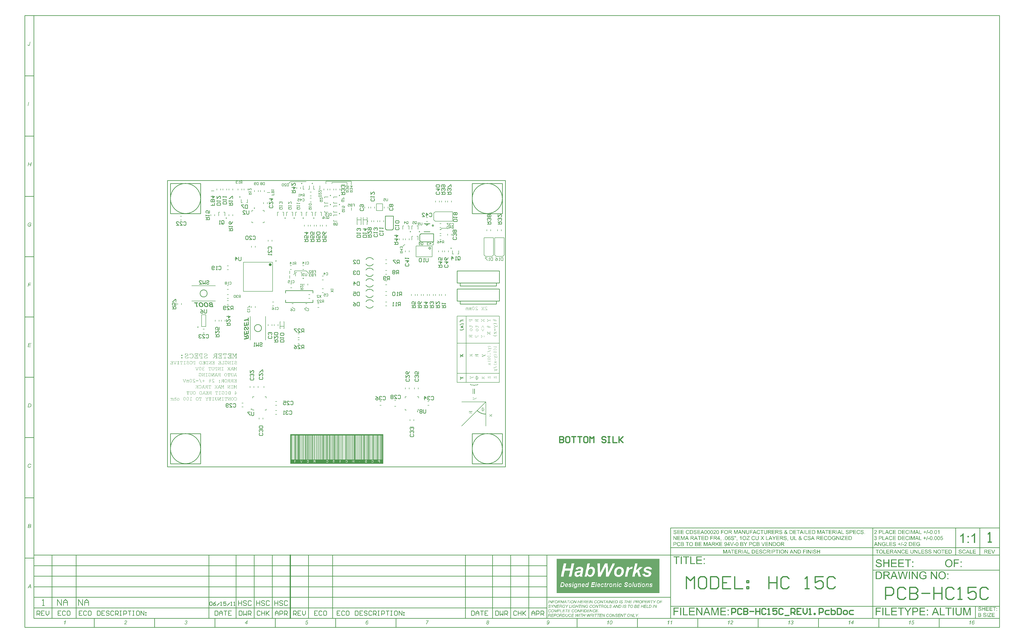
<source format=gbo>
%FSLAX23Y23*%
%MOIN*%
G70*
G01*
G75*
G04 Layer_Color=7633541*
%ADD10R,0.035X0.037*%
%ADD11R,0.035X0.037*%
%ADD12R,0.071X0.063*%
%ADD13R,0.079X0.087*%
%ADD14R,0.055X0.075*%
%ADD15R,0.071X0.055*%
%ADD16R,0.031X0.059*%
%ADD17R,0.091X0.051*%
%ADD18R,0.016X0.053*%
%ADD19R,0.063X0.055*%
%ADD20R,0.085X0.108*%
%ADD21R,0.098X0.067*%
%ADD22R,0.106X0.315*%
%ADD23R,0.126X0.157*%
%ADD24R,0.394X0.394*%
%ADD25R,0.394X0.906*%
%ADD26C,0.008*%
%ADD27C,0.010*%
%ADD28C,0.007*%
%ADD29C,0.020*%
%ADD30C,0.004*%
%ADD31C,0.060*%
%ADD32R,0.060X0.060*%
%ADD33R,0.087X0.087*%
%ADD34C,0.087*%
%ADD35R,0.060X0.060*%
%ADD36C,0.030*%
%ADD37C,0.040*%
G04:AMPARAMS|DCode=38|XSize=95mil|YSize=95mil|CornerRadius=0mil|HoleSize=0mil|Usage=FLASHONLY|Rotation=0.000|XOffset=0mil|YOffset=0mil|HoleType=Round|Shape=Relief|Width=10mil|Gap=10mil|Entries=4|*
%AMTHD38*
7,0,0,0.095,0.075,0.010,45*
%
%ADD38THD38*%
%ADD39C,0.075*%
%ADD40C,0.146*%
%ADD41C,0.070*%
%ADD42C,0.107*%
G04:AMPARAMS|DCode=43|XSize=90mil|YSize=90mil|CornerRadius=0mil|HoleSize=0mil|Usage=FLASHONLY|Rotation=0.000|XOffset=0mil|YOffset=0mil|HoleType=Round|Shape=Relief|Width=10mil|Gap=10mil|Entries=4|*
%AMTHD43*
7,0,0,0.090,0.070,0.010,45*
%
%ADD43THD43*%
G04:AMPARAMS|DCode=44|XSize=75mil|YSize=75mil|CornerRadius=0mil|HoleSize=0mil|Usage=FLASHONLY|Rotation=0.000|XOffset=0mil|YOffset=0mil|HoleType=Round|Shape=Relief|Width=10mil|Gap=10mil|Entries=4|*
%AMTHD44*
7,0,0,0.075,0.055,0.010,45*
%
%ADD44THD44*%
%ADD45C,0.055*%
%ADD46R,0.063X0.071*%
%ADD47R,0.079X0.051*%
%ADD48R,0.108X0.085*%
%ADD49R,0.039X0.126*%
%ADD50R,0.031X0.063*%
%ADD51R,0.047X0.055*%
%ADD52R,0.063X0.106*%
%ADD53R,0.039X0.027*%
%ADD54R,0.037X0.035*%
%ADD55R,0.037X0.035*%
%ADD56R,0.055X0.047*%
%ADD57R,0.134X0.134*%
%ADD58O,0.033X0.010*%
%ADD59O,0.010X0.033*%
%ADD60R,0.142X0.142*%
%ADD61R,0.024X0.008*%
%ADD62R,0.008X0.024*%
%ADD63R,0.142X0.142*%
%ADD64O,0.012X0.083*%
%ADD65O,0.083X0.012*%
%ADD66R,0.016X0.040*%
%ADD67R,0.106X0.063*%
%ADD68R,0.236X0.098*%
%ADD69R,0.098X0.039*%
%ADD70R,0.217X0.059*%
%ADD71R,0.047X0.055*%
%ADD72O,0.087X0.024*%
%ADD73R,0.126X0.039*%
%ADD74C,0.010*%
%ADD75C,0.008*%
%ADD76C,0.002*%
%ADD77R,0.043X0.045*%
%ADD78R,0.043X0.045*%
%ADD79R,0.079X0.071*%
%ADD80R,0.087X0.095*%
%ADD81R,0.063X0.083*%
%ADD82R,0.079X0.063*%
%ADD83R,0.039X0.067*%
%ADD84R,0.099X0.059*%
%ADD85R,0.024X0.061*%
%ADD86R,0.071X0.063*%
%ADD87R,0.093X0.116*%
%ADD88R,0.106X0.075*%
%ADD89R,0.114X0.323*%
%ADD90R,0.134X0.165*%
%ADD91R,0.402X0.402*%
%ADD92R,0.402X0.914*%
%ADD93C,0.068*%
%ADD94R,0.068X0.068*%
%ADD95C,0.008*%
%ADD96R,0.095X0.095*%
%ADD97C,0.095*%
%ADD98R,0.068X0.068*%
%ADD99C,0.038*%
%ADD100R,0.071X0.079*%
%ADD101R,0.087X0.059*%
%ADD102R,0.116X0.093*%
%ADD103R,0.047X0.134*%
%ADD104R,0.039X0.071*%
%ADD105R,0.055X0.063*%
%ADD106R,0.071X0.114*%
%ADD107R,0.047X0.035*%
%ADD108R,0.045X0.043*%
%ADD109R,0.045X0.043*%
%ADD110R,0.063X0.055*%
%ADD111R,0.142X0.142*%
%ADD112O,0.041X0.018*%
%ADD113O,0.018X0.041*%
%ADD114R,0.146X0.146*%
%ADD115R,0.028X0.012*%
%ADD116R,0.012X0.028*%
%ADD117R,0.146X0.146*%
%ADD118O,0.020X0.091*%
%ADD119O,0.091X0.020*%
%ADD120R,0.024X0.048*%
%ADD121R,0.114X0.071*%
%ADD122R,0.244X0.106*%
%ADD123R,0.106X0.047*%
%ADD124R,0.225X0.067*%
%ADD125R,0.055X0.063*%
%ADD126O,0.095X0.032*%
%ADD127R,0.134X0.047*%
%ADD128C,0.024*%
G36*
X5374Y875D02*
X5374Y875D01*
X5374Y875D01*
X5375Y875D01*
X5375Y874D01*
X5375Y873D01*
X5375Y873D01*
Y873D01*
Y873D01*
Y861D01*
X5375Y860D01*
X5375Y860D01*
X5375Y859D01*
X5375Y859D01*
X5374Y859D01*
X5374Y859D01*
X5373Y859D01*
X5373D01*
X5373Y859D01*
X5372Y859D01*
X5372Y859D01*
X5372Y859D01*
X5372Y860D01*
X5371Y860D01*
X5371Y861D01*
Y861D01*
Y861D01*
Y867D01*
X5358Y853D01*
X5371Y839D01*
Y845D01*
X5371Y846D01*
X5372Y846D01*
X5372Y847D01*
X5372Y847D01*
X5372Y847D01*
X5373Y847D01*
X5373Y847D01*
X5373D01*
X5374Y847D01*
X5374Y847D01*
X5374Y847D01*
X5375Y847D01*
X5375Y846D01*
X5375Y846D01*
X5375Y845D01*
Y845D01*
Y845D01*
Y833D01*
X5375Y832D01*
X5375Y832D01*
X5375Y831D01*
X5375Y831D01*
X5374Y831D01*
X5374Y831D01*
X5373Y831D01*
X5373D01*
X5373Y831D01*
X5373Y831D01*
X5372Y831D01*
X5372Y831D01*
X5372Y831D01*
X5372Y832D01*
X5372Y832D01*
Y832D01*
X5371Y832D01*
Y832D01*
X5371Y833D01*
Y834D01*
Y834D01*
Y834D01*
X5356Y850D01*
X5341Y836D01*
Y835D01*
Y835D01*
X5341Y834D01*
Y834D01*
Y834D01*
X5341Y834D01*
X5341Y833D01*
X5341Y833D01*
X5340D01*
X5340Y833D01*
X5340Y833D01*
X5339D01*
X5339Y833D01*
X5338Y833D01*
X5338Y833D01*
X5338Y833D01*
X5338Y834D01*
X5338Y834D01*
X5338Y835D01*
Y835D01*
Y835D01*
Y845D01*
X5338Y846D01*
X5338Y846D01*
X5338Y847D01*
X5338Y847D01*
X5339Y847D01*
X5339Y847D01*
X5339Y847D01*
X5339D01*
X5340Y847D01*
X5340Y847D01*
X5341Y847D01*
X5341Y847D01*
X5341Y846D01*
X5341Y846D01*
X5341Y845D01*
Y845D01*
Y845D01*
Y841D01*
X5353Y853D01*
X5341Y865D01*
Y861D01*
X5341Y860D01*
X5341Y859D01*
X5341Y859D01*
X5341Y859D01*
X5340Y859D01*
X5340Y859D01*
X5340Y858D01*
X5339D01*
X5339Y859D01*
X5338Y859D01*
X5338Y859D01*
X5338Y859D01*
X5338Y859D01*
X5338Y860D01*
X5338Y861D01*
Y861D01*
Y861D01*
Y871D01*
X5338Y871D01*
X5338Y872D01*
X5338Y872D01*
X5338Y873D01*
X5339Y873D01*
X5339Y873D01*
X5339Y873D01*
X5339D01*
X5340Y873D01*
X5340Y873D01*
X5340Y873D01*
X5340D01*
X5341Y873D01*
X5341Y872D01*
X5341Y872D01*
Y872D01*
Y872D01*
X5341Y872D01*
Y871D01*
Y870D01*
Y870D01*
Y870D01*
X5355Y855D01*
X5371Y872D01*
Y873D01*
Y873D01*
X5371Y873D01*
Y874D01*
X5372Y874D01*
Y874D01*
X5372Y874D01*
X5372Y875D01*
X5372Y875D01*
X5372Y875D01*
X5373Y875D01*
X5373Y875D01*
X5373D01*
X5374Y875D01*
D02*
G37*
G36*
X5049Y925D02*
X5049Y925D01*
X5049Y925D01*
X5050Y925D01*
X5050Y924D01*
X5050Y923D01*
X5050Y923D01*
Y923D01*
Y923D01*
Y907D01*
X5050Y907D01*
X5050Y906D01*
X5050Y906D01*
X5050Y905D01*
X5049Y905D01*
X5049Y905D01*
X5048Y905D01*
X5048D01*
X5048Y905D01*
X5047Y905D01*
X5047Y905D01*
X5047Y905D01*
X5047Y906D01*
X5046Y907D01*
X5046Y907D01*
Y907D01*
Y907D01*
Y914D01*
X5027D01*
Y903D01*
X5028Y901D01*
X5029Y899D01*
X5030Y898D01*
X5032Y897D01*
X5032Y896D01*
X5033Y895D01*
X5034Y894D01*
X5034Y894D01*
X5035Y893D01*
X5036Y893D01*
X5037Y892D01*
X5038Y891D01*
X5041Y889D01*
X5043Y888D01*
X5045Y887D01*
X5046Y886D01*
X5047Y885D01*
X5048Y885D01*
X5049Y884D01*
X5050Y884D01*
X5050Y884D01*
X5050Y884D01*
Y879D01*
X5050Y878D01*
X5050Y878D01*
X5050Y877D01*
X5050Y877D01*
X5049Y877D01*
X5049Y877D01*
X5048Y876D01*
X5048D01*
X5048Y877D01*
X5047Y877D01*
X5047Y877D01*
X5047Y877D01*
X5047Y878D01*
X5046Y878D01*
X5046Y879D01*
Y879D01*
Y879D01*
Y882D01*
X5045Y883D01*
X5043Y884D01*
X5041Y885D01*
X5040Y886D01*
X5039Y886D01*
X5037Y887D01*
X5036Y888D01*
X5036Y888D01*
X5035Y889D01*
X5034Y889D01*
X5034Y890D01*
X5033Y890D01*
X5033Y890D01*
X5033Y890D01*
X5033Y891D01*
X5031Y892D01*
X5030Y893D01*
X5029Y894D01*
X5028Y895D01*
X5028Y896D01*
X5027Y897D01*
X5027Y897D01*
X5027Y897D01*
X5026Y895D01*
X5025Y893D01*
X5024Y891D01*
X5023Y890D01*
X5022Y889D01*
X5022Y888D01*
X5021Y888D01*
X5021Y888D01*
X5020Y887D01*
X5018Y886D01*
X5017Y885D01*
X5016Y885D01*
X5015Y885D01*
X5014Y885D01*
X5014D01*
X5013Y885D01*
X5012Y885D01*
X5010Y885D01*
X5008Y886D01*
X5007Y887D01*
X5006Y888D01*
X5005Y888D01*
X5004Y889D01*
X5004Y889D01*
Y889D01*
X5003Y890D01*
X5002Y891D01*
X5001Y893D01*
X5001Y895D01*
X5000Y897D01*
X5000Y898D01*
X5000Y899D01*
Y900D01*
X5000Y900D01*
Y900D01*
Y901D01*
Y901D01*
Y923D01*
X5000Y923D01*
X5000Y924D01*
X5000Y924D01*
X5000Y925D01*
X5001Y925D01*
X5001Y925D01*
X5001Y925D01*
X5001D01*
X5002Y925D01*
X5002Y925D01*
X5003Y925D01*
X5003Y925D01*
X5003Y924D01*
X5003Y923D01*
X5003Y923D01*
Y923D01*
Y923D01*
Y918D01*
X5046D01*
Y923D01*
X5046Y923D01*
X5047Y924D01*
X5047Y924D01*
X5047Y925D01*
X5047Y925D01*
X5048Y925D01*
X5048Y925D01*
X5048D01*
X5049Y925D01*
D02*
G37*
G36*
X5071Y2655D02*
X5072Y2655D01*
X5074Y2654D01*
X5076Y2654D01*
X5077Y2653D01*
X5079Y2652D01*
X5080Y2651D01*
X5080Y2650D01*
X5080Y2650D01*
X5080Y2650D01*
X5081Y2649D01*
X5082Y2647D01*
X5083Y2646D01*
X5084Y2644D01*
X5084Y2641D01*
X5085Y2638D01*
X5085Y2637D01*
X5086Y2636D01*
X5086Y2634D01*
X5086Y2633D01*
X5086Y2633D01*
Y2632D01*
Y2632D01*
Y2631D01*
Y2622D01*
Y2621D01*
X5086Y2619D01*
X5086Y2618D01*
X5085Y2616D01*
X5085Y2615D01*
X5085Y2615D01*
X5085Y2614D01*
Y2614D01*
X5084Y2612D01*
X5084Y2611D01*
X5084Y2610D01*
X5083Y2609D01*
X5083Y2609D01*
X5083Y2608D01*
X5083Y2608D01*
X5082Y2607D01*
X5082Y2606D01*
X5081Y2605D01*
X5081Y2605D01*
X5080Y2604D01*
X5080Y2604D01*
X5080Y2604D01*
X5080Y2604D01*
X5079Y2603D01*
X5078Y2602D01*
X5078Y2601D01*
X5077Y2601D01*
X5076Y2600D01*
X5076Y2600D01*
X5075Y2600D01*
X5075Y2600D01*
X5074Y2600D01*
X5073Y2599D01*
X5072Y2599D01*
X5071Y2599D01*
X5070Y2599D01*
X5070Y2599D01*
X5069D01*
X5068Y2599D01*
X5067Y2599D01*
X5065Y2600D01*
X5063Y2600D01*
X5061Y2601D01*
X5060Y2602D01*
X5059Y2603D01*
X5059Y2604D01*
X5058Y2604D01*
Y2604D01*
X5057Y2605D01*
X5056Y2607D01*
X5056Y2608D01*
X5055Y2610D01*
X5055Y2611D01*
X5054Y2613D01*
X5053Y2616D01*
X5053Y2617D01*
X5053Y2618D01*
X5053Y2620D01*
X5053Y2620D01*
X5053Y2621D01*
Y2622D01*
Y2622D01*
Y2622D01*
Y2631D01*
Y2633D01*
X5053Y2635D01*
X5053Y2636D01*
X5053Y2638D01*
X5053Y2639D01*
X5053Y2639D01*
X5054Y2640D01*
Y2640D01*
X5054Y2642D01*
X5055Y2643D01*
X5055Y2644D01*
X5055Y2645D01*
X5056Y2645D01*
X5056Y2646D01*
X5056Y2646D01*
X5056Y2647D01*
X5057Y2648D01*
X5057Y2649D01*
X5058Y2649D01*
X5058Y2650D01*
X5058Y2650D01*
X5059Y2650D01*
X5059Y2650D01*
X5059Y2651D01*
X5060Y2652D01*
X5061Y2653D01*
X5062Y2653D01*
X5062Y2653D01*
X5063Y2654D01*
X5063Y2654D01*
X5063Y2654D01*
X5064Y2654D01*
X5065Y2655D01*
X5067Y2655D01*
X5067Y2655D01*
X5068Y2655D01*
X5069Y2655D01*
X5069D01*
X5071Y2655D01*
D02*
G37*
G36*
X5145Y1375D02*
X5146Y1374D01*
X5146Y1374D01*
X5146Y1374D01*
X5147Y1373D01*
X5147Y1372D01*
X5147Y1371D01*
Y1371D01*
X5147Y1368D01*
X5147Y1366D01*
X5146Y1364D01*
X5145Y1362D01*
X5144Y1360D01*
X5143Y1359D01*
X5142Y1359D01*
X5142Y1358D01*
X5140Y1357D01*
X5137Y1355D01*
X5135Y1354D01*
X5133Y1354D01*
X5131Y1354D01*
X5130Y1353D01*
X5129Y1353D01*
X5098D01*
X5096Y1353D01*
X5094Y1353D01*
X5093Y1352D01*
X5092Y1352D01*
X5091Y1351D01*
X5090Y1351D01*
X5090Y1351D01*
X5090Y1350D01*
X5088Y1349D01*
X5088Y1348D01*
X5087Y1347D01*
X5087Y1346D01*
X5086Y1345D01*
X5086Y1344D01*
Y1343D01*
Y1343D01*
X5086Y1341D01*
X5085Y1340D01*
X5085Y1340D01*
X5085Y1340D01*
X5084Y1339D01*
X5083Y1339D01*
X5082Y1338D01*
X5082D01*
X5081Y1339D01*
X5080Y1339D01*
X5080Y1339D01*
X5080Y1340D01*
X5079Y1341D01*
X5079Y1342D01*
X5078Y1343D01*
Y1343D01*
Y1343D01*
X5078Y1345D01*
X5078Y1346D01*
X5077Y1347D01*
X5076Y1348D01*
X5076Y1349D01*
X5075Y1350D01*
X5075Y1350D01*
X5075Y1350D01*
X5073Y1351D01*
X5072Y1352D01*
X5070Y1353D01*
X5068Y1353D01*
X5068Y1353D01*
X5036D01*
X5033Y1353D01*
X5030Y1354D01*
X5027Y1355D01*
X5025Y1356D01*
X5024Y1357D01*
X5022Y1358D01*
X5021Y1359D01*
X5021Y1359D01*
X5020Y1361D01*
X5019Y1363D01*
X5018Y1365D01*
X5017Y1367D01*
X5017Y1368D01*
X5017Y1370D01*
Y1370D01*
Y1371D01*
X5017Y1372D01*
X5017Y1373D01*
X5018Y1374D01*
X5018Y1374D01*
X5019Y1375D01*
X5020Y1375D01*
X5020Y1375D01*
X5021D01*
X5021Y1375D01*
X5022Y1374D01*
X5023Y1374D01*
X5023Y1374D01*
X5024Y1373D01*
X5024Y1372D01*
X5024Y1371D01*
Y1371D01*
Y1371D01*
X5024Y1369D01*
X5025Y1368D01*
X5025Y1366D01*
X5026Y1365D01*
X5027Y1364D01*
X5027Y1364D01*
X5028Y1363D01*
X5028Y1363D01*
X5029Y1362D01*
X5030Y1362D01*
X5032Y1361D01*
X5033Y1361D01*
X5034Y1361D01*
X5035Y1360D01*
X5069D01*
X5071Y1360D01*
X5072Y1360D01*
X5073Y1359D01*
X5074Y1359D01*
X5075Y1359D01*
X5076Y1358D01*
X5076D01*
X5077Y1358D01*
X5078Y1357D01*
X5080Y1355D01*
X5081Y1354D01*
X5082Y1353D01*
X5082Y1353D01*
X5082Y1353D01*
X5083Y1354D01*
X5085Y1355D01*
X5086Y1356D01*
X5087Y1357D01*
X5088Y1358D01*
X5088Y1358D01*
X5089Y1359D01*
X5089D01*
X5090Y1359D01*
X5092Y1360D01*
X5095Y1360D01*
X5096Y1360D01*
X5129D01*
X5130Y1361D01*
X5132Y1361D01*
X5133Y1361D01*
X5134Y1362D01*
X5135Y1362D01*
X5136Y1363D01*
X5136Y1363D01*
X5136Y1363D01*
X5137Y1364D01*
X5138Y1366D01*
X5139Y1367D01*
X5139Y1368D01*
X5140Y1369D01*
X5140Y1370D01*
X5140Y1370D01*
Y1371D01*
X5140Y1372D01*
X5141Y1373D01*
X5141Y1374D01*
X5141Y1374D01*
X5142Y1375D01*
X5143Y1375D01*
X5144Y1375D01*
X5144D01*
X5145Y1375D01*
D02*
G37*
G36*
X5227Y975D02*
X5229Y975D01*
X5231Y974D01*
X5233Y974D01*
X5234Y973D01*
X5236Y973D01*
X5238Y972D01*
X5239Y972D01*
X5240Y971D01*
X5241Y970D01*
X5242Y970D01*
X5243Y969D01*
X5243Y969D01*
X5244Y969D01*
X5244Y968D01*
X5244Y968D01*
X5245Y967D01*
X5246Y966D01*
X5247Y964D01*
X5248Y963D01*
X5249Y962D01*
X5250Y961D01*
X5250Y959D01*
X5250Y958D01*
X5251Y957D01*
X5251Y956D01*
X5251Y955D01*
X5251Y954D01*
Y954D01*
X5251Y953D01*
Y953D01*
Y953D01*
X5251Y951D01*
X5251Y949D01*
X5250Y947D01*
X5250Y945D01*
X5249Y944D01*
X5248Y943D01*
X5248Y942D01*
X5248Y942D01*
X5248Y942D01*
Y942D01*
X5247Y940D01*
X5245Y939D01*
X5243Y937D01*
X5242Y936D01*
X5241Y935D01*
X5239Y934D01*
X5239Y934D01*
X5239Y934D01*
X5238Y934D01*
X5238D01*
X5236Y933D01*
X5234Y932D01*
X5231Y932D01*
X5229Y931D01*
X5228Y931D01*
X5227Y931D01*
X5226Y931D01*
X5225D01*
X5222Y931D01*
X5220Y931D01*
X5217Y932D01*
X5216Y932D01*
X5215Y933D01*
X5214Y933D01*
X5213Y933D01*
X5213Y933D01*
X5212Y934D01*
X5212Y934D01*
X5212Y934D01*
X5212D01*
X5209Y935D01*
X5207Y936D01*
X5206Y938D01*
X5204Y939D01*
X5203Y940D01*
X5203Y941D01*
X5202Y942D01*
X5202Y942D01*
X5202Y942D01*
Y942D01*
X5201Y944D01*
X5200Y946D01*
X5199Y948D01*
X5199Y949D01*
X5199Y951D01*
X5199Y951D01*
Y952D01*
X5198Y952D01*
Y953D01*
Y953D01*
Y953D01*
X5199Y955D01*
X5199Y956D01*
X5199Y958D01*
X5200Y959D01*
X5201Y962D01*
X5201Y963D01*
X5202Y964D01*
X5203Y965D01*
X5204Y966D01*
X5204Y967D01*
X5205Y967D01*
X5205Y968D01*
X5206Y968D01*
X5206Y968D01*
X5206Y968D01*
X5207Y970D01*
X5209Y971D01*
X5210Y971D01*
X5212Y972D01*
X5214Y973D01*
X5215Y973D01*
X5218Y974D01*
X5220Y974D01*
X5221Y975D01*
X5222Y975D01*
X5223Y975D01*
X5224Y975D01*
X5225D01*
X5227Y975D01*
D02*
G37*
G36*
X5065Y1150D02*
X5065Y1150D01*
X5066Y1150D01*
X5066Y1150D01*
X5066Y1149D01*
X5066Y1148D01*
X5066Y1148D01*
Y1148D01*
Y1148D01*
Y1146D01*
X5100Y1130D01*
X5113Y1136D01*
Y1147D01*
X5113Y1148D01*
X5113Y1149D01*
X5113Y1149D01*
X5113Y1149D01*
X5114Y1150D01*
X5114Y1150D01*
X5115Y1150D01*
X5115D01*
X5115Y1150D01*
X5116Y1150D01*
X5116Y1150D01*
X5116Y1149D01*
X5116Y1149D01*
X5116Y1148D01*
X5117Y1148D01*
Y1148D01*
Y1147D01*
Y1127D01*
X5116Y1126D01*
X5116Y1126D01*
X5116Y1126D01*
X5116Y1125D01*
X5116Y1125D01*
X5115Y1125D01*
X5115Y1125D01*
X5115D01*
X5114Y1125D01*
X5114Y1125D01*
X5114Y1125D01*
X5113Y1125D01*
X5113Y1126D01*
X5113Y1127D01*
X5113Y1127D01*
Y1127D01*
Y1127D01*
Y1132D01*
X5066Y1109D01*
Y1109D01*
Y1108D01*
Y1108D01*
X5066Y1107D01*
Y1107D01*
Y1107D01*
X5066Y1106D01*
X5066Y1106D01*
X5066Y1106D01*
X5065Y1106D01*
X5065Y1106D01*
X5064D01*
X5064Y1106D01*
X5063Y1106D01*
X5063Y1106D01*
X5063Y1106D01*
X5063Y1107D01*
X5063Y1107D01*
X5063Y1108D01*
Y1108D01*
Y1108D01*
Y1118D01*
X5063Y1119D01*
X5063Y1120D01*
X5063Y1120D01*
X5063Y1120D01*
X5064Y1120D01*
X5064Y1120D01*
X5064Y1121D01*
X5064D01*
X5065Y1120D01*
X5065Y1120D01*
X5066Y1120D01*
X5066Y1120D01*
X5066Y1119D01*
X5066Y1119D01*
X5066Y1118D01*
Y1118D01*
Y1118D01*
Y1113D01*
X5096Y1128D01*
X5066Y1142D01*
Y1138D01*
X5066Y1137D01*
X5066Y1136D01*
X5066Y1136D01*
X5066Y1136D01*
X5065Y1135D01*
X5065Y1135D01*
X5065Y1135D01*
X5064D01*
X5064Y1135D01*
X5063Y1135D01*
X5063Y1136D01*
X5063Y1136D01*
X5063Y1136D01*
X5063Y1137D01*
X5063Y1137D01*
Y1138D01*
Y1138D01*
Y1148D01*
Y1148D01*
X5063Y1149D01*
X5063Y1149D01*
Y1149D01*
X5063Y1149D01*
X5063Y1150D01*
X5063Y1150D01*
X5063Y1150D01*
X5064Y1150D01*
X5064D01*
X5065Y1150D01*
D02*
G37*
G36*
X5249Y2650D02*
X5249Y2650D01*
X5250Y2650D01*
X5250Y2650D01*
X5250Y2649D01*
X5250Y2649D01*
X5250Y2649D01*
Y2649D01*
X5250Y2648D01*
X5250Y2648D01*
X5250Y2647D01*
X5250Y2647D01*
X5249Y2647D01*
X5249Y2647D01*
X5248Y2647D01*
X5247D01*
X5230Y2626D01*
X5247Y2604D01*
X5249D01*
X5249Y2604D01*
X5250D01*
X5250Y2603D01*
X5250D01*
X5250Y2603D01*
X5250Y2603D01*
X5251Y2603D01*
X5251Y2603D01*
X5251Y2602D01*
X5251Y2602D01*
Y2602D01*
Y2602D01*
X5251Y2601D01*
X5251Y2601D01*
X5251Y2601D01*
X5251Y2600D01*
X5250Y2600D01*
X5249Y2600D01*
X5249Y2600D01*
X5237D01*
X5236Y2600D01*
X5236Y2600D01*
X5235Y2600D01*
X5235Y2600D01*
X5235Y2601D01*
X5235Y2601D01*
X5235Y2602D01*
Y2602D01*
X5235Y2602D01*
X5235Y2603D01*
X5235Y2603D01*
X5235Y2603D01*
X5236Y2603D01*
X5236Y2604D01*
X5237Y2604D01*
X5243D01*
X5228Y2623D01*
X5213Y2604D01*
X5219D01*
X5220Y2604D01*
X5220Y2603D01*
X5221Y2603D01*
X5221Y2603D01*
X5221Y2603D01*
X5221Y2602D01*
X5221Y2602D01*
Y2602D01*
X5221Y2601D01*
X5221Y2601D01*
X5221Y2601D01*
X5221Y2600D01*
X5220Y2600D01*
X5220Y2600D01*
X5219Y2600D01*
X5207D01*
X5206Y2600D01*
X5206Y2600D01*
X5206Y2600D01*
X5205Y2600D01*
X5205Y2601D01*
X5205Y2601D01*
X5205Y2602D01*
Y2602D01*
X5205Y2602D01*
X5205Y2603D01*
X5205Y2603D01*
X5205Y2603D01*
X5206Y2603D01*
X5207Y2604D01*
X5207Y2604D01*
X5209D01*
X5226Y2626D01*
X5210Y2647D01*
X5208D01*
X5208Y2647D01*
X5207Y2647D01*
X5207Y2647D01*
X5206Y2647D01*
X5206Y2648D01*
X5206Y2648D01*
X5206Y2648D01*
Y2649D01*
X5206Y2649D01*
X5206Y2649D01*
X5206Y2650D01*
X5206Y2650D01*
X5207Y2650D01*
X5208Y2650D01*
X5208Y2650D01*
X5218D01*
X5219Y2650D01*
X5220Y2650D01*
X5220Y2650D01*
X5220Y2650D01*
X5220Y2649D01*
X5221Y2649D01*
X5221Y2649D01*
Y2649D01*
X5221Y2648D01*
X5220Y2648D01*
X5220Y2647D01*
X5220Y2647D01*
X5220Y2647D01*
X5219Y2647D01*
X5219Y2647D01*
X5214D01*
X5228Y2629D01*
X5242Y2647D01*
X5238D01*
X5237Y2647D01*
X5237Y2647D01*
X5236Y2647D01*
X5236Y2647D01*
X5236Y2648D01*
X5236Y2648D01*
X5235Y2648D01*
Y2649D01*
X5236Y2649D01*
X5236Y2649D01*
X5236Y2650D01*
X5236Y2650D01*
X5237Y2650D01*
X5237Y2650D01*
X5238Y2650D01*
X5248D01*
X5249Y2650D01*
D02*
G37*
G36*
X5283Y2655D02*
X5285Y2655D01*
X5286Y2655D01*
X5287Y2654D01*
X5288Y2654D01*
X5289Y2654D01*
X5290Y2653D01*
X5290Y2653D01*
X5291Y2653D01*
X5292Y2652D01*
X5293Y2651D01*
X5294Y2650D01*
X5295Y2649D01*
X5296Y2648D01*
X5296Y2648D01*
X5296Y2648D01*
X5297Y2646D01*
X5297Y2645D01*
X5298Y2644D01*
X5298Y2644D01*
X5298Y2643D01*
X5298Y2643D01*
Y2642D01*
Y2642D01*
X5298Y2642D01*
X5298Y2641D01*
X5298Y2641D01*
X5298Y2641D01*
X5297Y2641D01*
X5297Y2641D01*
X5297Y2641D01*
X5297D01*
X5296Y2641D01*
X5296Y2641D01*
X5295Y2641D01*
X5295Y2641D01*
X5295Y2641D01*
X5295Y2642D01*
X5295Y2642D01*
Y2642D01*
X5294Y2644D01*
X5293Y2645D01*
X5293Y2646D01*
X5292Y2647D01*
X5291Y2648D01*
X5291Y2649D01*
X5290Y2649D01*
X5290Y2649D01*
X5288Y2650D01*
X5287Y2651D01*
X5286Y2651D01*
X5284Y2651D01*
X5283Y2652D01*
X5282Y2652D01*
X5282D01*
X5280Y2652D01*
X5278Y2651D01*
X5276Y2651D01*
X5275Y2650D01*
X5274Y2649D01*
X5273Y2649D01*
X5273Y2648D01*
X5272Y2648D01*
X5271Y2647D01*
X5270Y2645D01*
X5270Y2644D01*
X5269Y2643D01*
X5269Y2642D01*
X5269Y2641D01*
X5269Y2640D01*
Y2640D01*
Y2640D01*
X5269Y2639D01*
X5269Y2637D01*
X5269Y2637D01*
X5269Y2637D01*
X5269Y2637D01*
Y2636D01*
X5270Y2636D01*
X5270Y2635D01*
X5271Y2634D01*
X5271Y2633D01*
X5272Y2633D01*
X5272Y2633D01*
X5272Y2633D01*
X5273Y2632D01*
X5274Y2630D01*
X5275Y2629D01*
X5276Y2628D01*
X5277Y2627D01*
X5278Y2626D01*
X5278Y2626D01*
X5278Y2626D01*
X5279Y2625D01*
X5282Y2622D01*
X5286Y2618D01*
X5290Y2615D01*
X5292Y2613D01*
X5293Y2612D01*
X5295Y2610D01*
X5296Y2609D01*
X5297Y2608D01*
X5298Y2607D01*
X5299Y2606D01*
X5300Y2606D01*
X5300Y2605D01*
X5300Y2605D01*
Y2600D01*
X5265D01*
Y2605D01*
X5265Y2606D01*
X5265Y2606D01*
X5265Y2607D01*
X5265Y2607D01*
X5266Y2607D01*
X5266Y2607D01*
X5267Y2607D01*
X5267D01*
X5267Y2607D01*
X5268Y2607D01*
X5268Y2607D01*
X5268Y2607D01*
X5268Y2606D01*
X5268Y2606D01*
X5268Y2605D01*
Y2605D01*
Y2605D01*
Y2604D01*
X5296D01*
Y2604D01*
X5295Y2605D01*
X5293Y2607D01*
X5290Y2610D01*
X5286Y2613D01*
X5283Y2616D01*
X5282Y2618D01*
X5280Y2619D01*
X5279Y2620D01*
X5278Y2621D01*
X5277Y2622D01*
X5276Y2623D01*
X5276Y2623D01*
X5276Y2623D01*
X5274Y2625D01*
X5272Y2627D01*
X5271Y2628D01*
X5270Y2629D01*
X5270Y2630D01*
X5269Y2630D01*
X5269Y2631D01*
X5269Y2631D01*
X5268Y2632D01*
X5267Y2633D01*
X5267Y2633D01*
X5267Y2634D01*
X5266Y2635D01*
X5266Y2635D01*
X5266Y2635D01*
Y2635D01*
X5265Y2637D01*
X5265Y2638D01*
X5265Y2638D01*
X5265Y2639D01*
Y2640D01*
Y2640D01*
Y2640D01*
X5265Y2641D01*
X5265Y2642D01*
X5266Y2644D01*
X5267Y2646D01*
X5267Y2647D01*
X5268Y2649D01*
X5269Y2650D01*
X5269Y2650D01*
X5270Y2650D01*
X5270Y2650D01*
X5270Y2651D01*
X5271Y2651D01*
X5272Y2652D01*
X5273Y2653D01*
X5274Y2653D01*
X5276Y2654D01*
X5278Y2655D01*
X5279Y2655D01*
X5280Y2655D01*
X5280D01*
X5281Y2655D01*
X5282D01*
X5283Y2655D01*
D02*
G37*
G36*
X242Y1815D02*
X243Y1815D01*
X244Y1815D01*
X245Y1814D01*
X246Y1814D01*
X246Y1813D01*
X246Y1813D01*
X247Y1813D01*
X247Y1812D01*
X248Y1811D01*
X248Y1810D01*
X249Y1809D01*
X249Y1808D01*
X249Y1807D01*
Y1807D01*
Y1807D01*
X249Y1805D01*
X249Y1804D01*
X248Y1803D01*
X248Y1802D01*
X247Y1801D01*
X247Y1801D01*
X247Y1801D01*
X247Y1800D01*
X246Y1800D01*
X245Y1799D01*
X243Y1799D01*
X242Y1798D01*
X242Y1798D01*
X241Y1798D01*
X238D01*
X237Y1798D01*
X236Y1798D01*
X234Y1799D01*
X234Y1799D01*
X233Y1800D01*
X232Y1800D01*
X232Y1800D01*
X232Y1800D01*
X231Y1801D01*
X230Y1802D01*
X230Y1804D01*
X229Y1805D01*
X229Y1805D01*
X229Y1806D01*
Y1807D01*
Y1807D01*
X229Y1808D01*
X230Y1809D01*
X230Y1810D01*
X230Y1811D01*
X231Y1812D01*
X231Y1812D01*
X232Y1813D01*
X232Y1813D01*
X233Y1814D01*
X234Y1814D01*
X235Y1815D01*
X236Y1815D01*
X237Y1815D01*
X237Y1816D01*
X240D01*
X242Y1815D01*
D02*
G37*
G36*
X582Y1875D02*
X583Y1875D01*
X584Y1875D01*
X584Y1875D01*
X584Y1874D01*
X585Y1873D01*
X585Y1873D01*
Y1873D01*
X585Y1872D01*
X584Y1871D01*
X584Y1871D01*
X584Y1871D01*
X583Y1870D01*
X582Y1870D01*
X581Y1870D01*
X574D01*
Y1805D01*
X581D01*
X582Y1805D01*
X583Y1805D01*
X584Y1805D01*
X584Y1805D01*
X584Y1804D01*
X585Y1803D01*
X585Y1803D01*
Y1803D01*
X585Y1802D01*
X584Y1801D01*
X584Y1801D01*
X584Y1801D01*
X583Y1800D01*
X582Y1800D01*
X581Y1800D01*
X550D01*
X549Y1800D01*
X548Y1800D01*
X547Y1801D01*
X547Y1801D01*
X546Y1801D01*
X546Y1802D01*
X546Y1802D01*
Y1803D01*
X546Y1803D01*
X547Y1804D01*
X547Y1804D01*
X547Y1805D01*
X548Y1805D01*
X549Y1805D01*
X549Y1805D01*
X568D01*
Y1831D01*
X549D01*
X548Y1831D01*
X546Y1831D01*
X545Y1832D01*
X544Y1832D01*
X543Y1832D01*
X542Y1832D01*
X542D01*
X540Y1833D01*
X539Y1834D01*
X537Y1835D01*
X535Y1835D01*
X534Y1836D01*
X533Y1837D01*
X532Y1837D01*
X532Y1837D01*
X531Y1839D01*
X530Y1840D01*
X529Y1841D01*
X528Y1842D01*
X528Y1843D01*
X527Y1843D01*
X527Y1844D01*
X527Y1844D01*
X526Y1846D01*
X525Y1847D01*
X525Y1849D01*
X525Y1850D01*
X525Y1852D01*
X524Y1853D01*
Y1853D01*
Y1853D01*
X525Y1855D01*
X525Y1857D01*
X526Y1860D01*
X527Y1862D01*
X528Y1865D01*
X529Y1866D01*
X530Y1868D01*
X531Y1869D01*
X531Y1869D01*
X532D01*
X533Y1870D01*
X534Y1871D01*
X537Y1873D01*
X540Y1874D01*
X543Y1875D01*
X546Y1875D01*
X547Y1875D01*
X548D01*
X549Y1876D01*
X581D01*
X582Y1875D01*
D02*
G37*
G36*
X4972Y2639D02*
X4973Y2638D01*
X4974Y2638D01*
X4976Y2637D01*
X4977Y2636D01*
X4978Y2635D01*
X4979Y2634D01*
X4980Y2634D01*
X4980Y2634D01*
X4980Y2634D01*
Y2637D01*
X4987D01*
X4987Y2637D01*
X4988Y2637D01*
X4988Y2637D01*
X4989Y2637D01*
X4989Y2636D01*
X4989Y2636D01*
X4989Y2636D01*
Y2636D01*
X4989Y2635D01*
X4989Y2635D01*
X4989Y2634D01*
X4989Y2634D01*
X4988Y2634D01*
X4987Y2634D01*
X4987Y2634D01*
X4984D01*
Y2604D01*
X4987D01*
X4987Y2604D01*
X4988Y2603D01*
X4988Y2603D01*
X4989Y2603D01*
X4989Y2603D01*
X4989Y2602D01*
X4989Y2602D01*
Y2602D01*
X4989Y2601D01*
X4989Y2601D01*
X4989Y2601D01*
X4989Y2600D01*
X4988Y2600D01*
X4987Y2600D01*
X4987Y2600D01*
X4977D01*
X4976Y2600D01*
X4976Y2600D01*
X4975Y2600D01*
X4975Y2600D01*
X4975Y2601D01*
X4975Y2601D01*
X4975Y2602D01*
Y2602D01*
X4975Y2602D01*
X4975Y2603D01*
X4975Y2603D01*
X4975Y2603D01*
X4976Y2603D01*
X4976Y2604D01*
X4977Y2604D01*
X4980D01*
Y2628D01*
X4979Y2629D01*
X4978Y2630D01*
X4977Y2632D01*
X4976Y2632D01*
X4975Y2633D01*
X4975Y2633D01*
X4975Y2634D01*
X4975Y2634D01*
X4974Y2634D01*
X4973Y2635D01*
X4972Y2635D01*
X4971Y2635D01*
X4971Y2635D01*
X4971D01*
X4970Y2635D01*
X4969Y2635D01*
X4969Y2634D01*
X4968Y2634D01*
X4968Y2634D01*
X4967Y2633D01*
X4967Y2633D01*
X4967Y2633D01*
X4966Y2632D01*
X4966Y2632D01*
X4966Y2631D01*
X4965Y2630D01*
X4965Y2629D01*
X4965Y2629D01*
Y2628D01*
Y2628D01*
Y2600D01*
X4958D01*
X4958Y2600D01*
X4957Y2600D01*
X4957Y2600D01*
X4957Y2600D01*
X4956Y2601D01*
X4956Y2601D01*
X4956Y2602D01*
Y2602D01*
X4956Y2602D01*
X4956Y2603D01*
X4957Y2603D01*
X4957Y2603D01*
X4957Y2603D01*
X4958Y2604D01*
X4958Y2604D01*
X4962D01*
Y2628D01*
X4961Y2629D01*
X4960Y2630D01*
X4959Y2631D01*
X4958Y2632D01*
X4957Y2633D01*
X4957Y2633D01*
X4957Y2633D01*
X4957Y2633D01*
X4956Y2634D01*
X4955Y2634D01*
X4954Y2635D01*
X4954Y2635D01*
X4953Y2635D01*
X4953Y2635D01*
X4952D01*
X4952Y2635D01*
X4951Y2635D01*
X4950Y2634D01*
X4950Y2634D01*
X4949Y2634D01*
X4949Y2633D01*
X4949Y2633D01*
X4948Y2633D01*
X4948Y2633D01*
X4947Y2632D01*
X4947Y2631D01*
X4947Y2630D01*
X4947Y2630D01*
X4947Y2629D01*
Y2629D01*
Y2629D01*
Y2600D01*
X4940D01*
X4939Y2600D01*
X4939Y2600D01*
X4938Y2600D01*
X4938Y2600D01*
X4938Y2601D01*
X4938Y2601D01*
X4938Y2602D01*
Y2602D01*
X4938Y2602D01*
X4938Y2603D01*
X4938Y2603D01*
X4938Y2603D01*
X4939Y2603D01*
X4939Y2604D01*
X4940Y2604D01*
X4943D01*
Y2629D01*
X4943Y2630D01*
X4944Y2632D01*
X4944Y2633D01*
X4945Y2634D01*
X4945Y2635D01*
X4946Y2635D01*
X4946Y2636D01*
X4946Y2636D01*
X4947Y2637D01*
X4948Y2638D01*
X4949Y2638D01*
X4950Y2638D01*
X4951Y2639D01*
X4952Y2639D01*
X4952D01*
X4953Y2639D01*
X4954Y2638D01*
X4955Y2638D01*
X4956Y2638D01*
X4957Y2638D01*
X4957Y2637D01*
X4957Y2637D01*
X4958Y2637D01*
X4958Y2637D01*
X4959Y2636D01*
X4960Y2635D01*
X4961Y2634D01*
X4962Y2634D01*
X4962Y2633D01*
X4962Y2633D01*
X4962Y2633D01*
X4963Y2634D01*
X4963Y2635D01*
X4964Y2635D01*
X4965Y2636D01*
X4965Y2637D01*
X4966Y2637D01*
X4966Y2637D01*
X4966Y2637D01*
X4967Y2638D01*
X4968Y2638D01*
X4968Y2638D01*
X4969Y2638D01*
X4970Y2639D01*
X4970Y2639D01*
X4971D01*
X4972Y2639D01*
D02*
G37*
G36*
X5025D02*
X5025Y2638D01*
X5027Y2638D01*
X5029Y2637D01*
X5030Y2636D01*
X5031Y2635D01*
X5032Y2634D01*
X5033Y2634D01*
X5033Y2634D01*
X5033Y2634D01*
Y2637D01*
X5040D01*
X5040Y2637D01*
X5041Y2637D01*
X5041Y2637D01*
X5041Y2637D01*
X5042Y2636D01*
X5042Y2636D01*
X5042Y2636D01*
Y2636D01*
X5042Y2635D01*
X5042Y2635D01*
X5042Y2634D01*
X5041Y2634D01*
X5041Y2634D01*
X5040Y2634D01*
X5040Y2634D01*
X5036D01*
Y2604D01*
X5040D01*
X5040Y2604D01*
X5041Y2603D01*
X5041Y2603D01*
X5041Y2603D01*
X5042Y2603D01*
X5042Y2602D01*
X5042Y2602D01*
Y2602D01*
X5042Y2601D01*
X5042Y2601D01*
X5042Y2601D01*
X5041Y2600D01*
X5041Y2600D01*
X5040Y2600D01*
X5040Y2600D01*
X5030D01*
X5029Y2600D01*
X5028Y2600D01*
X5028Y2600D01*
X5028Y2600D01*
X5028Y2601D01*
X5028Y2601D01*
X5027Y2602D01*
Y2602D01*
X5028Y2602D01*
X5028Y2603D01*
X5028Y2603D01*
X5028Y2603D01*
X5028Y2603D01*
X5029Y2604D01*
X5030Y2604D01*
X5033D01*
Y2628D01*
X5032Y2629D01*
X5031Y2630D01*
X5030Y2632D01*
X5029Y2632D01*
X5028Y2633D01*
X5028Y2633D01*
X5028Y2634D01*
X5027Y2634D01*
X5027Y2634D01*
X5026Y2635D01*
X5025Y2635D01*
X5024Y2635D01*
X5024Y2635D01*
X5024D01*
X5023Y2635D01*
X5022Y2635D01*
X5021Y2634D01*
X5021Y2634D01*
X5020Y2634D01*
X5020Y2633D01*
X5020Y2633D01*
X5020Y2633D01*
X5019Y2632D01*
X5019Y2632D01*
X5018Y2631D01*
X5018Y2630D01*
X5018Y2629D01*
X5018Y2629D01*
Y2628D01*
Y2628D01*
Y2600D01*
X5011D01*
X5011Y2600D01*
X5010Y2600D01*
X5010Y2600D01*
X5010Y2600D01*
X5009Y2601D01*
X5009Y2601D01*
X5009Y2602D01*
Y2602D01*
X5009Y2602D01*
X5009Y2603D01*
X5009Y2603D01*
X5010Y2603D01*
X5010Y2603D01*
X5011Y2604D01*
X5011Y2604D01*
X5014D01*
Y2628D01*
X5013Y2629D01*
X5012Y2630D01*
X5012Y2631D01*
X5011Y2632D01*
X5010Y2633D01*
X5010Y2633D01*
X5010Y2633D01*
X5009Y2633D01*
X5009Y2634D01*
X5008Y2634D01*
X5007Y2635D01*
X5007Y2635D01*
X5006Y2635D01*
X5006Y2635D01*
X5005D01*
X5004Y2635D01*
X5004Y2635D01*
X5003Y2634D01*
X5002Y2634D01*
X5002Y2634D01*
X5002Y2633D01*
X5001Y2633D01*
X5001Y2633D01*
X5001Y2633D01*
X5000Y2632D01*
X5000Y2631D01*
X5000Y2630D01*
X5000Y2630D01*
X5000Y2629D01*
Y2629D01*
Y2629D01*
Y2600D01*
X4993D01*
X4992Y2600D01*
X4992Y2600D01*
X4991Y2600D01*
X4991Y2600D01*
X4991Y2601D01*
X4991Y2601D01*
X4991Y2602D01*
Y2602D01*
X4991Y2602D01*
X4991Y2603D01*
X4991Y2603D01*
X4991Y2603D01*
X4992Y2603D01*
X4992Y2604D01*
X4993Y2604D01*
X4996D01*
Y2629D01*
X4996Y2630D01*
X4996Y2632D01*
X4997Y2633D01*
X4998Y2634D01*
X4998Y2635D01*
X4999Y2635D01*
X4999Y2636D01*
X4999Y2636D01*
X5000Y2637D01*
X5001Y2638D01*
X5002Y2638D01*
X5003Y2638D01*
X5004Y2639D01*
X5005Y2639D01*
X5005D01*
X5006Y2639D01*
X5007Y2638D01*
X5008Y2638D01*
X5009Y2638D01*
X5009Y2638D01*
X5010Y2637D01*
X5010Y2637D01*
X5010Y2637D01*
X5011Y2637D01*
X5012Y2636D01*
X5013Y2635D01*
X5014Y2634D01*
X5014Y2634D01*
X5015Y2633D01*
X5015Y2633D01*
X5015Y2633D01*
X5016Y2634D01*
X5016Y2635D01*
X5017Y2635D01*
X5018Y2636D01*
X5018Y2637D01*
X5018Y2637D01*
X5019Y2637D01*
X5019Y2637D01*
X5020Y2638D01*
X5020Y2638D01*
X5021Y2638D01*
X5022Y2638D01*
X5023Y2639D01*
X5023Y2639D01*
X5024D01*
X5025Y2639D01*
D02*
G37*
G36*
X5125Y2655D02*
X5126Y2655D01*
X5127Y2655D01*
X5129Y2654D01*
X5130Y2654D01*
X5130Y2654D01*
X5131Y2653D01*
X5131Y2653D01*
X5132Y2653D01*
X5134Y2652D01*
X5135Y2651D01*
X5136Y2650D01*
X5136Y2649D01*
X5137Y2648D01*
X5137Y2648D01*
X5137Y2648D01*
X5138Y2646D01*
X5139Y2645D01*
X5139Y2644D01*
X5139Y2644D01*
X5139Y2643D01*
X5140Y2643D01*
Y2642D01*
Y2642D01*
X5139Y2642D01*
X5139Y2641D01*
X5139Y2641D01*
X5139Y2641D01*
X5139Y2641D01*
X5138Y2641D01*
X5138Y2641D01*
X5138D01*
X5137Y2641D01*
X5137Y2641D01*
X5137Y2641D01*
X5137Y2641D01*
X5136Y2641D01*
X5136Y2642D01*
X5136Y2642D01*
Y2642D01*
X5135Y2644D01*
X5135Y2645D01*
X5134Y2646D01*
X5133Y2647D01*
X5132Y2648D01*
X5132Y2649D01*
X5131Y2649D01*
X5131Y2649D01*
X5130Y2650D01*
X5128Y2651D01*
X5127Y2651D01*
X5126Y2651D01*
X5125Y2652D01*
X5124Y2652D01*
X5123D01*
X5121Y2652D01*
X5119Y2651D01*
X5118Y2651D01*
X5116Y2650D01*
X5115Y2649D01*
X5114Y2649D01*
X5114Y2648D01*
X5114Y2648D01*
X5113Y2647D01*
X5112Y2645D01*
X5111Y2644D01*
X5110Y2643D01*
X5110Y2642D01*
X5110Y2641D01*
X5110Y2640D01*
Y2640D01*
Y2640D01*
X5110Y2639D01*
X5110Y2637D01*
X5110Y2637D01*
X5111Y2637D01*
X5111Y2637D01*
Y2636D01*
X5111Y2636D01*
X5111Y2635D01*
X5112Y2634D01*
X5113Y2633D01*
X5113Y2633D01*
X5113Y2633D01*
X5113Y2633D01*
X5114Y2632D01*
X5115Y2630D01*
X5116Y2629D01*
X5117Y2628D01*
X5118Y2627D01*
X5119Y2626D01*
X5120Y2626D01*
X5120Y2626D01*
X5120Y2625D01*
X5124Y2622D01*
X5128Y2618D01*
X5131Y2615D01*
X5133Y2613D01*
X5134Y2612D01*
X5136Y2610D01*
X5137Y2609D01*
X5138Y2608D01*
X5139Y2607D01*
X5140Y2606D01*
X5141Y2606D01*
X5141Y2605D01*
X5141Y2605D01*
Y2600D01*
X5106D01*
Y2605D01*
X5106Y2606D01*
X5106Y2606D01*
X5107Y2607D01*
X5107Y2607D01*
X5107Y2607D01*
X5108Y2607D01*
X5108Y2607D01*
X5108D01*
X5109Y2607D01*
X5109Y2607D01*
X5109Y2607D01*
X5109Y2607D01*
X5110Y2606D01*
X5110Y2606D01*
X5110Y2605D01*
Y2605D01*
Y2605D01*
Y2604D01*
X5138D01*
Y2604D01*
X5136Y2605D01*
X5135Y2607D01*
X5131Y2610D01*
X5128Y2613D01*
X5124Y2616D01*
X5123Y2618D01*
X5121Y2619D01*
X5120Y2620D01*
X5119Y2621D01*
X5118Y2622D01*
X5118Y2623D01*
X5117Y2623D01*
X5117Y2623D01*
X5115Y2625D01*
X5114Y2627D01*
X5113Y2628D01*
X5112Y2629D01*
X5111Y2630D01*
X5110Y2630D01*
X5110Y2631D01*
X5110Y2631D01*
X5109Y2632D01*
X5109Y2633D01*
X5108Y2633D01*
X5108Y2634D01*
X5108Y2635D01*
X5107Y2635D01*
X5107Y2635D01*
Y2635D01*
X5107Y2637D01*
X5107Y2638D01*
X5106Y2638D01*
X5106Y2639D01*
Y2640D01*
Y2640D01*
Y2640D01*
X5106Y2641D01*
X5107Y2642D01*
X5107Y2644D01*
X5108Y2646D01*
X5109Y2647D01*
X5110Y2649D01*
X5110Y2650D01*
X5111Y2650D01*
X5111Y2650D01*
X5111Y2650D01*
X5111Y2651D01*
X5112Y2651D01*
X5113Y2652D01*
X5114Y2653D01*
X5115Y2653D01*
X5117Y2654D01*
X5119Y2655D01*
X5121Y2655D01*
X5121Y2655D01*
X5122D01*
X5122Y2655D01*
X5123D01*
X5125Y2655D01*
D02*
G37*
G36*
X5088Y1295D02*
X5089Y1294D01*
X5090Y1294D01*
X5090Y1294D01*
X5091Y1293D01*
X5091Y1292D01*
X5091Y1291D01*
Y1290D01*
Y1290D01*
Y1211D01*
X5091Y1210D01*
X5090Y1209D01*
X5090Y1208D01*
X5090Y1208D01*
X5089Y1207D01*
X5088Y1207D01*
X5088Y1206D01*
X5088D01*
X5087Y1207D01*
X5086Y1207D01*
X5085Y1207D01*
X5085Y1208D01*
X5084Y1209D01*
X5084Y1210D01*
X5084Y1211D01*
Y1211D01*
Y1211D01*
Y1290D01*
X5084Y1292D01*
X5084Y1293D01*
X5085Y1294D01*
X5085Y1294D01*
X5086Y1295D01*
X5087Y1295D01*
X5087Y1295D01*
X5088D01*
X5088Y1295D01*
D02*
G37*
G36*
X5449Y2000D02*
X5449Y2000D01*
X5450Y2000D01*
X5450Y2000D01*
X5450Y1999D01*
X5450Y1999D01*
X5450Y1998D01*
Y1998D01*
Y1998D01*
Y1975D01*
X5450Y1975D01*
X5450Y1974D01*
X5450Y1974D01*
X5450Y1974D01*
X5449Y1974D01*
X5449Y1973D01*
X5449Y1973D01*
X5449D01*
X5448Y1973D01*
X5448Y1974D01*
X5448Y1974D01*
X5448Y1974D01*
X5447Y1974D01*
X5447Y1975D01*
X5447Y1975D01*
Y1975D01*
Y1975D01*
Y1985D01*
X5406D01*
X5410Y1998D01*
X5411Y1999D01*
X5411Y1999D01*
X5411Y2000D01*
X5411Y2000D01*
X5411Y2000D01*
X5412Y2000D01*
X5412Y2000D01*
X5412D01*
X5412Y2000D01*
X5413Y2000D01*
X5413Y2000D01*
X5413Y2000D01*
X5413Y1999D01*
X5413Y1999D01*
X5413Y1999D01*
Y1999D01*
Y1998D01*
X5413Y1998D01*
X5413Y1998D01*
Y1998D01*
X5410Y1988D01*
X5447D01*
Y1998D01*
X5447Y1999D01*
X5447Y1999D01*
X5448Y2000D01*
X5448Y2000D01*
X5448Y2000D01*
X5448Y2000D01*
X5449Y2000D01*
X5449D01*
X5449Y2000D01*
D02*
G37*
G36*
X5350Y1500D02*
Y1467D01*
X5342Y1467D01*
X5341Y1467D01*
X5340Y1467D01*
X5340Y1467D01*
X5340Y1467D01*
X5339Y1468D01*
X5339Y1468D01*
X5339Y1469D01*
Y1469D01*
X5339Y1469D01*
X5339Y1470D01*
X5340Y1470D01*
X5340Y1470D01*
X5340Y1470D01*
X5341Y1470D01*
X5341Y1471D01*
X5346D01*
Y1495D01*
X5316Y1468D01*
X5313D01*
Y1499D01*
X5321D01*
X5322Y1499D01*
X5323Y1499D01*
X5323Y1499D01*
X5323Y1499D01*
X5323Y1498D01*
X5323Y1498D01*
X5324Y1497D01*
Y1497D01*
X5323Y1497D01*
X5323Y1496D01*
X5323Y1496D01*
X5323Y1496D01*
X5322Y1496D01*
X5322Y1496D01*
X5321Y1496D01*
X5316D01*
Y1473D01*
X5347Y1500D01*
X5350Y1500D01*
D02*
G37*
G36*
X5450D02*
Y1467D01*
X5442Y1467D01*
X5441Y1467D01*
X5440Y1467D01*
X5440Y1467D01*
X5440Y1467D01*
X5439Y1468D01*
X5439Y1468D01*
X5439Y1469D01*
Y1469D01*
X5439Y1469D01*
X5439Y1470D01*
X5440Y1470D01*
X5440Y1470D01*
X5440Y1470D01*
X5441Y1470D01*
X5441Y1471D01*
X5446D01*
Y1495D01*
X5416Y1468D01*
X5413D01*
Y1499D01*
X5421D01*
X5422Y1499D01*
X5423Y1499D01*
X5423Y1499D01*
X5423Y1499D01*
X5423Y1498D01*
X5423Y1498D01*
X5424Y1497D01*
Y1497D01*
X5423Y1497D01*
X5423Y1496D01*
X5423Y1496D01*
X5423Y1496D01*
X5422Y1496D01*
X5422Y1496D01*
X5421Y1496D01*
X5416D01*
Y1473D01*
X5447Y1500D01*
X5450Y1500D01*
D02*
G37*
G36*
X5434Y1860D02*
X5436Y1860D01*
X5438Y1860D01*
X5439Y1859D01*
X5440Y1859D01*
X5441Y1859D01*
X5441Y1859D01*
X5441D01*
X5442Y1859D01*
X5442D01*
X5443Y1858D01*
X5445Y1858D01*
X5447Y1857D01*
X5448Y1856D01*
X5450Y1856D01*
X5450Y1856D01*
X5451Y1855D01*
X5451Y1855D01*
X5451Y1855D01*
X5452Y1855D01*
X5452D01*
X5453Y1854D01*
X5454Y1854D01*
X5454Y1853D01*
X5455Y1853D01*
X5456Y1853D01*
X5456Y1852D01*
X5457Y1852D01*
X5458Y1851D01*
X5458Y1851D01*
X5458Y1851D01*
X5459Y1851D01*
X5459Y1850D01*
X5459Y1850D01*
X5459Y1850D01*
Y1850D01*
X5459Y1849D01*
X5459Y1849D01*
X5459Y1849D01*
X5458Y1849D01*
X5458Y1848D01*
X5458Y1848D01*
X5457Y1848D01*
X5457D01*
X5457Y1848D01*
X5457Y1848D01*
X5457Y1849D01*
X5457Y1849D01*
X5454Y1850D01*
X5452Y1851D01*
X5450Y1852D01*
X5449Y1852D01*
X5448Y1853D01*
X5447Y1853D01*
X5446Y1853D01*
X5446Y1854D01*
X5445Y1854D01*
X5445Y1854D01*
X5444Y1854D01*
X5444Y1854D01*
X5444D01*
X5442Y1855D01*
X5440Y1855D01*
X5438Y1855D01*
X5436Y1855D01*
X5436Y1855D01*
X5435Y1856D01*
X5434D01*
X5434Y1856D01*
X5433D01*
X5431Y1856D01*
X5429Y1855D01*
X5427Y1855D01*
X5425Y1855D01*
X5424Y1855D01*
X5424Y1855D01*
X5423Y1854D01*
X5423Y1854D01*
X5422Y1854D01*
X5422Y1854D01*
X5422Y1854D01*
X5422D01*
X5419Y1853D01*
X5417Y1852D01*
X5415Y1852D01*
X5413Y1851D01*
X5412Y1850D01*
X5411Y1850D01*
X5411Y1850D01*
X5410Y1849D01*
X5410Y1849D01*
X5409Y1849D01*
X5409Y1849D01*
X5409Y1849D01*
X5409Y1848D01*
X5408Y1848D01*
X5408D01*
X5408Y1848D01*
X5407Y1849D01*
X5407Y1849D01*
X5407Y1849D01*
X5407Y1849D01*
X5407Y1850D01*
X5407Y1850D01*
Y1850D01*
X5407Y1850D01*
X5407Y1851D01*
X5407Y1851D01*
X5407Y1851D01*
X5407Y1851D01*
X5408Y1851D01*
X5409Y1852D01*
X5410Y1853D01*
X5411Y1853D01*
X5412Y1854D01*
X5413Y1855D01*
X5414Y1855D01*
X5414Y1855D01*
X5414Y1855D01*
X5414D01*
X5416Y1856D01*
X5418Y1857D01*
X5420Y1858D01*
X5421Y1858D01*
X5423Y1858D01*
X5423Y1859D01*
X5424Y1859D01*
X5424Y1859D01*
X5424D01*
X5424Y1859D01*
X5424D01*
X5426Y1859D01*
X5428Y1859D01*
X5429Y1860D01*
X5430Y1860D01*
X5431Y1860D01*
X5432Y1860D01*
X5433D01*
X5434Y1860D01*
D02*
G37*
G36*
X5435Y1915D02*
X5436Y1915D01*
X5437Y1915D01*
X5438Y1915D01*
X5438Y1915D01*
X5439Y1914D01*
X5439D01*
X5441Y1914D01*
X5441Y1914D01*
X5442Y1913D01*
X5443Y1913D01*
X5443Y1913D01*
X5443Y1913D01*
X5444Y1913D01*
X5444Y1912D01*
X5445Y1912D01*
X5446Y1912D01*
X5446Y1911D01*
X5447Y1911D01*
X5447Y1911D01*
X5447Y1911D01*
X5447Y1911D01*
X5448Y1910D01*
X5448Y1909D01*
X5449Y1909D01*
X5449Y1908D01*
X5450Y1908D01*
X5450Y1907D01*
X5450Y1907D01*
X5450Y1907D01*
X5450Y1906D01*
X5451Y1905D01*
X5451Y1904D01*
X5451Y1904D01*
X5451Y1903D01*
X5451Y1902D01*
Y1902D01*
Y1902D01*
X5451Y1901D01*
X5451Y1900D01*
X5450Y1898D01*
X5450Y1897D01*
X5449Y1896D01*
X5448Y1895D01*
X5447Y1894D01*
X5447Y1893D01*
X5447Y1893D01*
X5447D01*
X5446Y1892D01*
X5445Y1892D01*
X5443Y1891D01*
X5442Y1891D01*
X5441Y1890D01*
X5440Y1890D01*
X5437Y1889D01*
X5436Y1889D01*
X5435Y1889D01*
X5434Y1889D01*
X5434Y1889D01*
X5433Y1889D01*
X5423D01*
X5422Y1889D01*
X5421Y1889D01*
X5420Y1889D01*
X5419Y1889D01*
X5418Y1889D01*
X5418Y1889D01*
X5418D01*
X5416Y1890D01*
X5415Y1890D01*
X5415Y1891D01*
X5414Y1891D01*
X5414Y1891D01*
X5413Y1891D01*
X5413Y1891D01*
X5412Y1892D01*
X5412Y1892D01*
X5411Y1892D01*
X5410Y1893D01*
X5410Y1893D01*
X5410Y1893D01*
X5410Y1893D01*
X5410Y1893D01*
X5409Y1894D01*
X5408Y1895D01*
X5408Y1895D01*
X5408Y1896D01*
X5407Y1897D01*
X5407Y1897D01*
X5407Y1897D01*
X5407Y1897D01*
X5406Y1898D01*
X5406Y1899D01*
X5406Y1900D01*
X5406Y1901D01*
X5406Y1901D01*
X5406Y1902D01*
Y1902D01*
Y1902D01*
X5406Y1903D01*
X5406Y1904D01*
X5406Y1906D01*
X5407Y1907D01*
X5408Y1908D01*
X5409Y1909D01*
X5409Y1910D01*
X5410Y1911D01*
X5410Y1911D01*
X5410Y1911D01*
X5411Y1912D01*
X5412Y1912D01*
X5413Y1913D01*
X5415Y1913D01*
X5417Y1914D01*
X5419Y1915D01*
X5421Y1915D01*
X5422Y1915D01*
X5423Y1915D01*
X5423Y1915D01*
X5424Y1915D01*
X5433D01*
X5435Y1915D01*
D02*
G37*
G36*
Y1957D02*
X5436Y1957D01*
X5437Y1957D01*
X5438Y1957D01*
X5438Y1957D01*
X5439Y1957D01*
X5439D01*
X5441Y1956D01*
X5441Y1956D01*
X5442Y1956D01*
X5443Y1956D01*
X5443Y1955D01*
X5443Y1955D01*
X5444Y1955D01*
X5444Y1955D01*
X5445Y1954D01*
X5446Y1954D01*
X5446Y1954D01*
X5447Y1953D01*
X5447Y1953D01*
X5447Y1953D01*
X5447Y1953D01*
X5448Y1952D01*
X5448Y1952D01*
X5449Y1951D01*
X5449Y1950D01*
X5450Y1950D01*
X5450Y1949D01*
X5450Y1949D01*
X5450Y1949D01*
X5450Y1948D01*
X5451Y1947D01*
X5451Y1947D01*
X5451Y1946D01*
X5451Y1945D01*
X5451Y1945D01*
Y1944D01*
Y1944D01*
X5451Y1943D01*
X5451Y1942D01*
X5450Y1941D01*
X5450Y1939D01*
X5449Y1938D01*
X5448Y1937D01*
X5447Y1936D01*
X5447Y1936D01*
X5447Y1936D01*
X5447D01*
X5446Y1935D01*
X5445Y1934D01*
X5443Y1933D01*
X5442Y1933D01*
X5441Y1933D01*
X5440Y1932D01*
X5437Y1932D01*
X5436Y1931D01*
X5435Y1931D01*
X5434Y1931D01*
X5434Y1931D01*
X5433Y1931D01*
X5423D01*
X5422Y1931D01*
X5421Y1931D01*
X5420Y1931D01*
X5419Y1932D01*
X5418Y1932D01*
X5418Y1932D01*
X5418D01*
X5416Y1932D01*
X5415Y1933D01*
X5415Y1933D01*
X5414Y1933D01*
X5414Y1933D01*
X5413Y1933D01*
X5413Y1934D01*
X5412Y1934D01*
X5412Y1934D01*
X5411Y1935D01*
X5410Y1935D01*
X5410Y1935D01*
X5410Y1936D01*
X5410Y1936D01*
X5410Y1936D01*
X5409Y1936D01*
X5408Y1937D01*
X5408Y1938D01*
X5408Y1938D01*
X5407Y1939D01*
X5407Y1939D01*
X5407Y1940D01*
X5407Y1940D01*
X5406Y1940D01*
X5406Y1941D01*
X5406Y1942D01*
X5406Y1943D01*
X5406Y1943D01*
X5406Y1944D01*
Y1944D01*
Y1944D01*
X5406Y1945D01*
X5406Y1946D01*
X5406Y1948D01*
X5407Y1950D01*
X5408Y1951D01*
X5409Y1952D01*
X5409Y1953D01*
X5410Y1953D01*
X5410Y1953D01*
X5410Y1953D01*
X5411Y1954D01*
X5412Y1955D01*
X5413Y1955D01*
X5415Y1956D01*
X5417Y1956D01*
X5419Y1957D01*
X5421Y1957D01*
X5422Y1957D01*
X5423Y1957D01*
X5423Y1958D01*
X5424Y1958D01*
X5433D01*
X5435Y1957D01*
D02*
G37*
G36*
X4854Y1494D02*
X4855Y1494D01*
X4855Y1494D01*
X4856Y1494D01*
X4856Y1493D01*
X4856Y1493D01*
X4856Y1492D01*
X4856Y1491D01*
X4857Y1490D01*
X4857Y1489D01*
Y1489D01*
Y1488D01*
Y1488D01*
X4878Y1478D01*
X4891Y1481D01*
Y1486D01*
X4891Y1487D01*
X4891Y1488D01*
X4892Y1489D01*
X4892Y1490D01*
X4892Y1490D01*
X4892Y1490D01*
X4892Y1490D01*
X4892Y1491D01*
X4893Y1491D01*
X4894Y1492D01*
X4895Y1493D01*
X4895Y1493D01*
X4896Y1493D01*
X4896Y1493D01*
X4897D01*
X4898Y1493D01*
X4899Y1493D01*
X4899Y1492D01*
X4899Y1492D01*
X4900Y1492D01*
X4900Y1491D01*
X4900Y1490D01*
X4900Y1489D01*
Y1489D01*
Y1489D01*
Y1488D01*
Y1466D01*
X4900Y1465D01*
X4900Y1464D01*
X4900Y1463D01*
X4899Y1463D01*
X4899Y1462D01*
X4899Y1462D01*
X4899Y1462D01*
Y1462D01*
X4898Y1461D01*
X4897Y1460D01*
X4897Y1460D01*
X4896Y1459D01*
X4895Y1459D01*
X4895Y1459D01*
X4894D01*
X4894Y1459D01*
X4893Y1460D01*
X4892Y1460D01*
X4892Y1460D01*
Y1460D01*
X4892Y1461D01*
X4892Y1461D01*
X4891Y1462D01*
X4891Y1463D01*
Y1464D01*
Y1464D01*
Y1464D01*
Y1472D01*
X4878Y1469D01*
X4857Y1450D01*
X4856Y1449D01*
X4856Y1448D01*
X4856Y1447D01*
X4856Y1447D01*
X4856Y1446D01*
X4856Y1446D01*
X4855Y1446D01*
Y1446D01*
X4855Y1445D01*
X4854Y1444D01*
X4853Y1444D01*
X4852Y1444D01*
X4852Y1443D01*
X4852Y1443D01*
X4851D01*
X4850Y1443D01*
X4849Y1444D01*
X4849Y1444D01*
X4849Y1444D01*
Y1444D01*
X4848Y1445D01*
X4848Y1445D01*
X4848Y1447D01*
X4848Y1447D01*
Y1448D01*
Y1448D01*
Y1448D01*
Y1456D01*
Y1457D01*
X4848Y1458D01*
X4848Y1459D01*
X4848Y1460D01*
X4848Y1460D01*
X4849Y1461D01*
X4849Y1461D01*
Y1461D01*
X4849Y1462D01*
X4850Y1462D01*
X4851Y1463D01*
X4852Y1463D01*
X4852Y1463D01*
X4853Y1463D01*
X4853D01*
X4854Y1463D01*
X4855Y1463D01*
X4855Y1462D01*
X4856Y1462D01*
X4856Y1462D01*
X4856Y1461D01*
X4857Y1461D01*
X4857Y1461D01*
X4869Y1471D01*
X4857Y1477D01*
X4856Y1476D01*
X4856Y1475D01*
X4856Y1475D01*
X4856Y1474D01*
X4855Y1473D01*
X4855Y1473D01*
X4855Y1473D01*
X4855Y1473D01*
X4854Y1472D01*
X4854Y1471D01*
X4853Y1471D01*
X4852Y1471D01*
X4852Y1471D01*
X4852Y1471D01*
X4851D01*
X4850Y1471D01*
X4849Y1471D01*
X4849Y1471D01*
X4849Y1472D01*
Y1472D01*
X4848Y1472D01*
X4848Y1473D01*
X4848Y1474D01*
X4848Y1474D01*
Y1475D01*
Y1475D01*
Y1475D01*
Y1488D01*
X4848Y1489D01*
X4848Y1490D01*
X4848Y1490D01*
X4848Y1491D01*
X4849Y1491D01*
X4849Y1492D01*
X4849Y1492D01*
X4849Y1492D01*
X4850Y1493D01*
X4851Y1493D01*
X4851Y1494D01*
X4852Y1494D01*
X4852Y1494D01*
X4853Y1494D01*
X4854D01*
X4854Y1494D01*
D02*
G37*
G36*
X4892Y2377D02*
X4894Y2377D01*
X4895Y2377D01*
X4896Y2377D01*
X4897Y2376D01*
X4897Y2376D01*
X4897D01*
X4899Y2376D01*
X4901Y2375D01*
X4903Y2375D01*
X4905Y2374D01*
X4906Y2374D01*
X4907Y2373D01*
X4907Y2373D01*
X4908Y2373D01*
X4908Y2373D01*
X4908D01*
X4909Y2373D01*
X4910Y2372D01*
X4911Y2372D01*
X4912Y2371D01*
X4912Y2371D01*
X4913Y2371D01*
X4913Y2370D01*
X4913Y2370D01*
X4913Y2370D01*
X4914Y2369D01*
X4914Y2368D01*
Y2368D01*
Y2368D01*
X4914Y2367D01*
X4913Y2367D01*
X4913Y2366D01*
X4913Y2365D01*
X4913Y2365D01*
X4912Y2365D01*
X4912Y2364D01*
X4912Y2364D01*
X4911Y2364D01*
X4911Y2363D01*
X4910Y2363D01*
X4910Y2363D01*
X4909Y2363D01*
X4909Y2363D01*
X4908D01*
X4908Y2363D01*
X4907Y2363D01*
X4907Y2363D01*
X4906Y2363D01*
X4906D01*
X4903Y2364D01*
X4899Y2365D01*
X4896Y2366D01*
X4895Y2366D01*
X4893Y2367D01*
X4892Y2367D01*
X4891Y2367D01*
X4890Y2367D01*
X4889D01*
X4889Y2367D01*
X4888D01*
X4884Y2367D01*
X4881Y2366D01*
X4878Y2366D01*
X4877Y2366D01*
X4876Y2365D01*
X4874Y2365D01*
X4873Y2365D01*
X4872Y2364D01*
X4872Y2364D01*
X4871Y2364D01*
X4870Y2364D01*
X4870Y2363D01*
X4870D01*
X4868Y2363D01*
X4867Y2362D01*
X4863Y2360D01*
X4860Y2358D01*
X4858Y2357D01*
X4857Y2356D01*
X4856Y2355D01*
X4855Y2354D01*
X4853Y2353D01*
X4853Y2353D01*
X4852Y2352D01*
X4851Y2352D01*
X4851Y2351D01*
X4851Y2351D01*
X4850Y2351D01*
X4849Y2350D01*
X4849Y2350D01*
X4848Y2350D01*
X4847Y2350D01*
X4847Y2349D01*
X4846D01*
X4846Y2350D01*
X4845Y2350D01*
X4845Y2350D01*
X4844Y2350D01*
Y2351D01*
X4844Y2351D01*
X4844Y2351D01*
X4843Y2352D01*
Y2353D01*
X4843Y2353D01*
Y2353D01*
Y2353D01*
X4843Y2354D01*
X4844Y2355D01*
X4844Y2356D01*
X4844Y2356D01*
X4845Y2356D01*
X4845Y2356D01*
X4845Y2357D01*
X4845Y2357D01*
X4846Y2358D01*
X4848Y2359D01*
X4849Y2361D01*
X4851Y2362D01*
X4853Y2364D01*
X4854Y2364D01*
X4854Y2365D01*
X4855Y2365D01*
X4855Y2365D01*
X4856Y2365D01*
X4856Y2365D01*
X4859Y2367D01*
X4862Y2369D01*
X4864Y2371D01*
X4867Y2372D01*
X4868Y2372D01*
X4869Y2373D01*
X4870Y2373D01*
X4871Y2373D01*
X4871Y2374D01*
X4872Y2374D01*
X4872Y2374D01*
X4872D01*
X4875Y2375D01*
X4878Y2376D01*
X4881Y2376D01*
X4884Y2377D01*
X4885Y2377D01*
X4886Y2377D01*
X4887Y2377D01*
X4888D01*
X4888Y2377D01*
X4891D01*
X4892Y2377D01*
D02*
G37*
G36*
X4898Y2450D02*
X4899Y2450D01*
X4899Y2449D01*
X4899Y2449D01*
X4900Y2449D01*
X4900Y2448D01*
X4900Y2446D01*
X4900Y2446D01*
Y2445D01*
Y2445D01*
Y2444D01*
Y2416D01*
X4900Y2415D01*
X4900Y2414D01*
X4900Y2413D01*
X4899Y2412D01*
X4899Y2412D01*
X4899Y2411D01*
X4899Y2411D01*
Y2411D01*
X4898Y2410D01*
X4897Y2409D01*
X4897Y2409D01*
X4896Y2409D01*
X4895Y2408D01*
X4895Y2408D01*
X4894D01*
X4894Y2409D01*
X4893Y2409D01*
X4892Y2409D01*
X4892Y2409D01*
Y2409D01*
X4892Y2410D01*
X4892Y2411D01*
X4891Y2412D01*
X4891Y2413D01*
Y2413D01*
Y2414D01*
Y2414D01*
Y2428D01*
X4870Y2424D01*
Y2410D01*
X4870Y2409D01*
X4869Y2408D01*
X4869Y2407D01*
X4869Y2406D01*
X4869Y2406D01*
X4869Y2406D01*
X4868Y2405D01*
Y2405D01*
X4868Y2405D01*
X4867Y2404D01*
X4866Y2403D01*
X4866Y2403D01*
X4865Y2403D01*
X4865Y2403D01*
X4864D01*
X4863Y2403D01*
X4862Y2403D01*
X4862Y2404D01*
X4862Y2404D01*
Y2404D01*
X4861Y2404D01*
X4861Y2405D01*
X4861Y2407D01*
X4861Y2407D01*
Y2408D01*
Y2408D01*
Y2408D01*
Y2422D01*
X4858Y2421D01*
X4857Y2421D01*
X4856Y2421D01*
X4855Y2420D01*
X4855Y2420D01*
X4854Y2419D01*
X4854Y2419D01*
X4854Y2419D01*
X4854Y2418D01*
X4853Y2417D01*
X4853Y2415D01*
X4853Y2414D01*
X4853Y2413D01*
Y2413D01*
Y2413D01*
Y2411D01*
X4853Y2409D01*
X4853Y2408D01*
X4853Y2406D01*
X4854Y2405D01*
X4854Y2404D01*
X4854Y2404D01*
Y2403D01*
X4854Y2403D01*
Y2403D01*
X4854Y2402D01*
X4854Y2401D01*
Y2401D01*
Y2401D01*
X4854Y2400D01*
X4854Y2399D01*
X4853Y2398D01*
X4853Y2398D01*
X4853Y2397D01*
X4853Y2397D01*
X4853Y2397D01*
X4852Y2397D01*
X4851Y2396D01*
X4851Y2396D01*
X4850Y2396D01*
X4850Y2396D01*
X4849Y2396D01*
X4849D01*
X4848Y2396D01*
X4848Y2396D01*
X4847Y2396D01*
X4847Y2397D01*
X4846Y2397D01*
Y2397D01*
X4846Y2397D01*
X4846Y2398D01*
X4845Y2399D01*
X4845Y2400D01*
X4845Y2401D01*
X4845Y2402D01*
X4845Y2402D01*
Y2403D01*
Y2403D01*
X4845Y2404D01*
X4844Y2406D01*
X4844Y2407D01*
X4844Y2408D01*
X4844Y2409D01*
Y2410D01*
Y2410D01*
Y2410D01*
X4844Y2413D01*
X4845Y2416D01*
X4845Y2418D01*
X4846Y2420D01*
X4846Y2421D01*
X4847Y2422D01*
X4847Y2422D01*
X4847Y2423D01*
X4847Y2423D01*
X4848Y2424D01*
X4848Y2424D01*
Y2424D01*
X4849Y2426D01*
X4851Y2427D01*
X4853Y2428D01*
X4854Y2429D01*
X4855Y2429D01*
X4857Y2430D01*
X4857Y2430D01*
X4857D01*
X4857Y2430D01*
X4858D01*
X4861Y2431D01*
Y2437D01*
X4861Y2438D01*
X4861Y2439D01*
X4861Y2440D01*
X4861Y2441D01*
X4862Y2441D01*
X4862Y2442D01*
X4862Y2442D01*
X4862Y2442D01*
X4863Y2443D01*
X4864Y2443D01*
X4864Y2444D01*
X4865Y2444D01*
X4866Y2444D01*
X4866Y2444D01*
X4867D01*
X4867Y2444D01*
X4868Y2444D01*
X4869Y2444D01*
X4869Y2443D01*
X4869Y2443D01*
X4869Y2442D01*
X4870Y2441D01*
X4870Y2440D01*
Y2439D01*
Y2439D01*
Y2439D01*
Y2433D01*
X4891Y2437D01*
Y2442D01*
X4891Y2444D01*
X4891Y2445D01*
X4892Y2446D01*
X4892Y2446D01*
X4892Y2447D01*
X4892Y2447D01*
X4892Y2447D01*
X4892Y2447D01*
X4893Y2448D01*
X4894Y2449D01*
X4895Y2449D01*
X4895Y2450D01*
X4896Y2450D01*
X4896Y2450D01*
X4897D01*
X4898Y2450D01*
D02*
G37*
G36*
X5063Y1295D02*
X5063Y1294D01*
X5064Y1294D01*
X5064Y1294D01*
X5065Y1293D01*
X5065Y1292D01*
X5065Y1291D01*
Y1290D01*
Y1290D01*
Y1211D01*
X5065Y1210D01*
X5064Y1209D01*
X5064Y1208D01*
X5064Y1208D01*
X5063Y1207D01*
X5063Y1207D01*
X5062Y1206D01*
X5062D01*
X5061Y1207D01*
X5060Y1207D01*
X5059Y1207D01*
X5059Y1208D01*
X5058Y1209D01*
X5058Y1210D01*
X5058Y1211D01*
Y1211D01*
Y1211D01*
Y1290D01*
X5058Y1292D01*
X5058Y1293D01*
X5059Y1294D01*
X5059Y1294D01*
X5060Y1295D01*
X5061Y1295D01*
X5061Y1295D01*
X5062D01*
X5063Y1295D01*
D02*
G37*
G36*
X4898Y1872D02*
X4899Y1872D01*
X4899Y1872D01*
X4899Y1871D01*
X4900Y1871D01*
X4900Y1870D01*
X4900Y1869D01*
Y1869D01*
Y1869D01*
Y1868D01*
Y1855D01*
X4900Y1855D01*
X4900Y1854D01*
X4899Y1853D01*
X4899Y1852D01*
X4899Y1852D01*
X4899Y1852D01*
Y1852D01*
X4898Y1851D01*
X4897Y1850D01*
X4897Y1850D01*
X4896Y1850D01*
X4895Y1849D01*
X4895Y1849D01*
X4894D01*
X4894Y1850D01*
X4893Y1850D01*
X4892Y1850D01*
X4892Y1850D01*
Y1850D01*
X4892Y1851D01*
X4892Y1852D01*
X4891Y1852D01*
X4891Y1853D01*
X4891Y1854D01*
Y1855D01*
Y1855D01*
Y1855D01*
X4880Y1844D01*
X4891Y1838D01*
X4891Y1838D01*
X4891Y1839D01*
X4892Y1840D01*
X4892Y1840D01*
X4892Y1841D01*
X4892Y1841D01*
X4893Y1841D01*
X4893Y1842D01*
X4894Y1842D01*
X4895Y1843D01*
X4895Y1843D01*
X4896Y1843D01*
X4896Y1843D01*
X4897D01*
X4898Y1843D01*
X4899Y1843D01*
X4899Y1843D01*
X4899Y1842D01*
X4900Y1841D01*
X4900Y1840D01*
X4900Y1840D01*
Y1840D01*
Y1840D01*
Y1839D01*
Y1826D01*
X4900Y1825D01*
X4900Y1825D01*
X4899Y1824D01*
X4899Y1823D01*
X4899Y1823D01*
X4899Y1823D01*
Y1823D01*
X4898Y1822D01*
X4897Y1821D01*
X4897Y1821D01*
X4896Y1820D01*
X4895Y1820D01*
X4895Y1820D01*
X4894D01*
X4894Y1820D01*
X4893Y1821D01*
X4892Y1821D01*
X4892Y1821D01*
Y1821D01*
X4892Y1822D01*
X4892Y1822D01*
X4891Y1823D01*
X4891Y1824D01*
X4891Y1825D01*
Y1825D01*
Y1826D01*
Y1826D01*
X4873Y1837D01*
X4857Y1820D01*
X4856Y1819D01*
X4856Y1818D01*
X4856Y1817D01*
X4855Y1816D01*
X4855Y1816D01*
X4855Y1816D01*
X4855Y1816D01*
X4854Y1815D01*
X4854Y1815D01*
X4853Y1814D01*
X4852Y1814D01*
X4852Y1814D01*
X4852Y1814D01*
X4851D01*
X4850Y1814D01*
X4849Y1814D01*
X4849Y1815D01*
X4849Y1815D01*
Y1815D01*
X4848Y1816D01*
X4848Y1817D01*
X4848Y1817D01*
Y1817D01*
Y1818D01*
Y1818D01*
Y1831D01*
X4848Y1831D01*
X4848Y1831D01*
X4848Y1832D01*
X4849Y1832D01*
X4849Y1832D01*
X4849Y1832D01*
X4850Y1833D01*
X4851Y1834D01*
X4851Y1834D01*
X4852Y1835D01*
X4852Y1835D01*
X4853Y1835D01*
X4853D01*
X4854Y1835D01*
X4854Y1835D01*
X4855Y1834D01*
X4856Y1834D01*
X4856Y1834D01*
X4856Y1833D01*
X4857Y1832D01*
X4857Y1832D01*
Y1831D01*
Y1831D01*
Y1831D01*
X4867Y1841D01*
X4857Y1847D01*
X4856Y1847D01*
X4856Y1846D01*
X4856Y1845D01*
X4856Y1844D01*
X4855Y1844D01*
X4855Y1844D01*
X4855Y1844D01*
X4855Y1843D01*
X4854Y1843D01*
X4853Y1842D01*
X4852Y1842D01*
X4852Y1842D01*
X4852Y1841D01*
X4851D01*
X4850Y1842D01*
X4849Y1842D01*
X4849Y1842D01*
X4849Y1842D01*
Y1843D01*
X4848Y1843D01*
X4848Y1844D01*
X4848Y1845D01*
Y1845D01*
Y1845D01*
Y1845D01*
Y1859D01*
X4848Y1859D01*
X4848Y1860D01*
X4848Y1861D01*
X4849Y1861D01*
X4849Y1862D01*
X4849Y1862D01*
X4849Y1862D01*
X4850Y1863D01*
X4851Y1864D01*
X4851Y1864D01*
X4852Y1864D01*
X4852Y1864D01*
X4853Y1865D01*
X4854D01*
X4854Y1864D01*
X4855Y1864D01*
X4855Y1864D01*
X4856Y1864D01*
X4856Y1864D01*
X4856Y1863D01*
X4856Y1862D01*
X4856Y1862D01*
X4857Y1861D01*
X4857Y1860D01*
Y1859D01*
Y1859D01*
Y1859D01*
X4874Y1848D01*
X4891Y1867D01*
X4891Y1867D01*
X4892Y1868D01*
X4892Y1869D01*
X4892Y1870D01*
X4893Y1870D01*
X4893Y1870D01*
X4893Y1870D01*
X4894Y1871D01*
X4894Y1872D01*
X4895Y1872D01*
X4895Y1872D01*
X4896Y1872D01*
X4896Y1872D01*
X4897D01*
X4898Y1872D01*
D02*
G37*
G36*
X4911Y2290D02*
X4912Y2289D01*
X4912Y2289D01*
X4913Y2289D01*
X4913Y2288D01*
X4913Y2288D01*
X4914Y2287D01*
Y2287D01*
X4914Y2287D01*
Y2286D01*
Y2286D01*
X4914Y2286D01*
X4914Y2285D01*
X4913Y2284D01*
X4913Y2283D01*
X4912Y2283D01*
X4912Y2283D01*
X4912Y2283D01*
X4912Y2282D01*
X4911Y2282D01*
X4909Y2280D01*
X4908Y2279D01*
X4906Y2277D01*
X4904Y2276D01*
X4904Y2275D01*
X4903Y2275D01*
X4902Y2275D01*
X4902Y2274D01*
X4902Y2274D01*
X4902Y2274D01*
X4899Y2272D01*
X4896Y2270D01*
X4893Y2269D01*
X4890Y2267D01*
X4889Y2267D01*
X4888Y2267D01*
X4888Y2266D01*
X4887Y2266D01*
X4886Y2266D01*
X4886Y2265D01*
X4885Y2265D01*
X4885D01*
X4882Y2264D01*
X4879Y2264D01*
X4876Y2263D01*
X4874Y2263D01*
X4872Y2263D01*
X4872Y2263D01*
X4871Y2262D01*
X4870Y2262D01*
X4867D01*
X4865Y2262D01*
X4864Y2263D01*
X4862Y2263D01*
X4861Y2263D01*
X4861Y2263D01*
X4860Y2263D01*
X4860D01*
X4858Y2264D01*
X4856Y2264D01*
X4854Y2265D01*
X4853Y2265D01*
X4851Y2266D01*
X4850Y2266D01*
X4850Y2266D01*
X4849Y2266D01*
X4849Y2266D01*
X4849D01*
X4848Y2267D01*
X4847Y2267D01*
X4846Y2268D01*
X4845Y2268D01*
X4845Y2269D01*
X4844Y2269D01*
X4844Y2269D01*
Y2269D01*
X4844Y2270D01*
X4843Y2270D01*
X4843Y2271D01*
Y2271D01*
Y2271D01*
X4843Y2272D01*
X4844Y2273D01*
X4844Y2273D01*
X4844Y2274D01*
X4845Y2274D01*
X4845Y2275D01*
X4845Y2275D01*
X4845Y2275D01*
X4846Y2276D01*
X4846Y2276D01*
X4847Y2276D01*
X4848Y2277D01*
X4848Y2277D01*
X4848Y2277D01*
X4849D01*
X4849Y2277D01*
X4850Y2276D01*
X4851Y2276D01*
X4851Y2276D01*
X4851D01*
X4854Y2275D01*
X4858Y2274D01*
X4861Y2273D01*
X4862Y2273D01*
X4864Y2273D01*
X4865Y2273D01*
X4866Y2272D01*
X4867Y2272D01*
X4868D01*
X4868Y2272D01*
X4869D01*
X4873Y2272D01*
X4876Y2273D01*
X4879Y2273D01*
X4880Y2274D01*
X4882Y2274D01*
X4883Y2275D01*
X4884Y2275D01*
X4885Y2275D01*
X4886Y2275D01*
X4887Y2276D01*
X4887Y2276D01*
X4887Y2276D01*
X4887D01*
X4889Y2277D01*
X4891Y2278D01*
X4894Y2279D01*
X4897Y2282D01*
X4899Y2283D01*
X4900Y2283D01*
X4901Y2284D01*
X4903Y2285D01*
X4904Y2286D01*
X4905Y2287D01*
X4905Y2287D01*
X4906Y2288D01*
X4906Y2288D01*
X4906Y2288D01*
X4907Y2289D01*
X4908Y2289D01*
X4909Y2289D01*
X4909Y2290D01*
X4910Y2290D01*
X4910Y2290D01*
X4910D01*
X4911Y2290D01*
D02*
G37*
G36*
X4898Y2349D02*
X4899Y2349D01*
X4899Y2348D01*
X4899Y2348D01*
X4900Y2348D01*
X4900Y2347D01*
X4900Y2346D01*
X4900Y2345D01*
Y2345D01*
Y2344D01*
Y2344D01*
Y2334D01*
Y2332D01*
X4900Y2332D01*
X4900Y2331D01*
X4900Y2330D01*
X4899Y2330D01*
X4899Y2329D01*
X4899Y2329D01*
Y2329D01*
X4898Y2328D01*
X4898Y2327D01*
X4897Y2327D01*
X4896Y2327D01*
X4895Y2326D01*
X4895Y2326D01*
X4894D01*
X4894Y2326D01*
X4893Y2327D01*
X4893Y2327D01*
X4892Y2327D01*
X4892Y2328D01*
X4892Y2328D01*
X4891Y2329D01*
X4891Y2329D01*
Y2329D01*
X4885Y2321D01*
X4891Y2316D01*
X4891Y2317D01*
X4892Y2318D01*
X4892Y2318D01*
X4892Y2319D01*
X4893Y2319D01*
X4893Y2319D01*
X4893Y2319D01*
X4893Y2320D01*
X4894Y2320D01*
X4894Y2320D01*
X4896Y2321D01*
X4896Y2321D01*
X4896Y2321D01*
X4897D01*
X4897Y2321D01*
X4898Y2321D01*
X4898Y2320D01*
X4899Y2320D01*
X4899Y2320D01*
X4899Y2319D01*
X4900Y2319D01*
X4900Y2317D01*
Y2317D01*
X4900Y2316D01*
Y2316D01*
Y2316D01*
Y2303D01*
X4900Y2302D01*
X4900Y2301D01*
X4900Y2300D01*
X4899Y2300D01*
X4899Y2299D01*
X4899Y2299D01*
X4899Y2299D01*
Y2299D01*
X4898Y2298D01*
X4897Y2297D01*
X4897Y2297D01*
X4896Y2296D01*
X4895Y2296D01*
X4895Y2296D01*
X4894D01*
X4894Y2296D01*
X4893Y2296D01*
X4892Y2297D01*
X4892Y2297D01*
Y2297D01*
X4892Y2298D01*
X4892Y2298D01*
X4891Y2299D01*
X4891Y2300D01*
X4891Y2301D01*
Y2302D01*
Y2302D01*
Y2303D01*
Y2303D01*
X4880Y2314D01*
X4870Y2300D01*
X4870Y2299D01*
X4869Y2298D01*
X4869Y2297D01*
X4869Y2296D01*
X4868Y2296D01*
X4868Y2296D01*
X4868Y2295D01*
X4868Y2295D01*
X4867Y2295D01*
X4867Y2294D01*
X4866Y2294D01*
X4866Y2293D01*
X4865Y2293D01*
X4865Y2293D01*
X4864D01*
X4863Y2293D01*
X4862Y2294D01*
X4862Y2294D01*
X4862Y2294D01*
Y2294D01*
X4861Y2295D01*
X4861Y2295D01*
X4861Y2296D01*
X4861Y2297D01*
Y2298D01*
Y2298D01*
Y2298D01*
Y2307D01*
Y2308D01*
X4861Y2309D01*
X4861Y2310D01*
X4861Y2311D01*
X4862Y2311D01*
X4862Y2312D01*
X4862Y2312D01*
X4862Y2312D01*
X4863Y2313D01*
X4863Y2313D01*
X4864Y2314D01*
X4865Y2314D01*
X4865Y2314D01*
X4866Y2314D01*
X4866D01*
X4867Y2314D01*
X4867Y2314D01*
X4868Y2313D01*
X4869Y2313D01*
X4869Y2313D01*
X4869Y2313D01*
X4869Y2313D01*
X4874Y2319D01*
X4869Y2323D01*
X4869Y2322D01*
X4868Y2321D01*
X4867Y2321D01*
X4866Y2320D01*
X4865Y2320D01*
X4865Y2320D01*
X4864Y2320D01*
X4864D01*
X4863Y2320D01*
X4863Y2320D01*
X4862Y2321D01*
X4862Y2321D01*
Y2321D01*
X4862Y2321D01*
X4861Y2322D01*
X4861Y2324D01*
X4861Y2324D01*
Y2325D01*
Y2325D01*
Y2325D01*
Y2336D01*
X4861Y2337D01*
X4861Y2338D01*
X4861Y2339D01*
X4861Y2339D01*
X4862Y2340D01*
X4862Y2340D01*
X4862Y2340D01*
X4862Y2340D01*
X4863Y2341D01*
X4864Y2342D01*
X4864Y2342D01*
X4865Y2343D01*
X4866Y2343D01*
X4866Y2343D01*
X4867D01*
X4867Y2343D01*
X4868Y2343D01*
X4869Y2342D01*
X4869Y2342D01*
X4869Y2341D01*
X4869Y2341D01*
X4869Y2340D01*
X4870Y2339D01*
X4870Y2338D01*
Y2337D01*
Y2337D01*
Y2336D01*
X4880Y2327D01*
X4891Y2342D01*
X4891Y2343D01*
X4892Y2344D01*
X4892Y2345D01*
X4892Y2346D01*
X4892Y2346D01*
X4893Y2347D01*
X4893Y2347D01*
X4893Y2347D01*
X4894Y2348D01*
X4894Y2348D01*
X4895Y2349D01*
X4895Y2349D01*
X4896Y2349D01*
X4896Y2349D01*
X4897D01*
X4898Y2349D01*
D02*
G37*
G36*
X826Y1875D02*
X827Y1875D01*
X828Y1875D01*
X828Y1875D01*
X828Y1874D01*
X829Y1873D01*
X829Y1873D01*
Y1873D01*
X829Y1872D01*
X828Y1871D01*
X828Y1871D01*
X828Y1871D01*
X827Y1870D01*
X826Y1870D01*
X825Y1870D01*
X818D01*
Y1805D01*
X825D01*
X826Y1805D01*
X827Y1805D01*
X828Y1805D01*
X828Y1805D01*
X828Y1804D01*
X829Y1803D01*
X829Y1803D01*
Y1803D01*
X829Y1802D01*
X828Y1801D01*
X828Y1801D01*
X828Y1801D01*
X827Y1800D01*
X826Y1800D01*
X825Y1800D01*
X802D01*
X801Y1800D01*
X800Y1800D01*
X800Y1801D01*
X799Y1801D01*
X799Y1801D01*
X799Y1802D01*
X798Y1802D01*
Y1803D01*
X799Y1803D01*
X799Y1804D01*
X799Y1804D01*
X799Y1805D01*
X800Y1805D01*
X801Y1805D01*
X802Y1805D01*
X812D01*
Y1834D01*
X795D01*
X792Y1832D01*
X790Y1831D01*
X788Y1829D01*
X786Y1828D01*
X785Y1826D01*
X783Y1825D01*
X783Y1824D01*
X782Y1824D01*
X781Y1823D01*
X780Y1821D01*
X779Y1820D01*
X778Y1818D01*
X775Y1814D01*
X773Y1810D01*
X771Y1808D01*
X770Y1806D01*
X769Y1804D01*
X768Y1803D01*
X768Y1802D01*
X767Y1801D01*
X767Y1800D01*
X767Y1800D01*
X760D01*
X758Y1800D01*
X758Y1800D01*
X757Y1801D01*
X757Y1801D01*
X756Y1801D01*
X756Y1802D01*
X756Y1802D01*
Y1803D01*
X756Y1803D01*
X756Y1804D01*
X757Y1804D01*
X757Y1805D01*
X758Y1805D01*
X759Y1805D01*
X759Y1805D01*
X764D01*
X765Y1808D01*
X767Y1811D01*
X768Y1813D01*
X770Y1815D01*
X771Y1817D01*
X772Y1819D01*
X773Y1820D01*
X774Y1822D01*
X774Y1823D01*
X775Y1824D01*
X776Y1824D01*
X776Y1825D01*
X777Y1825D01*
X777Y1826D01*
X777Y1826D01*
X779Y1828D01*
X780Y1830D01*
X782Y1831D01*
X783Y1833D01*
X785Y1834D01*
X786Y1834D01*
X787Y1835D01*
X787Y1835D01*
X783Y1836D01*
X780Y1838D01*
X778Y1839D01*
X776Y1841D01*
X774Y1842D01*
X773Y1843D01*
X773Y1843D01*
X772Y1844D01*
X771Y1846D01*
X770Y1848D01*
X769Y1849D01*
X769Y1851D01*
X768Y1853D01*
X768Y1854D01*
Y1854D01*
Y1855D01*
X768Y1856D01*
X768Y1858D01*
X769Y1860D01*
X770Y1863D01*
X772Y1865D01*
X773Y1867D01*
X774Y1868D01*
X775Y1869D01*
X775Y1869D01*
X775D01*
X776Y1870D01*
X778Y1871D01*
X781Y1873D01*
X784Y1874D01*
X786Y1875D01*
X789Y1875D01*
X790Y1875D01*
X790D01*
X791Y1876D01*
X825D01*
X826Y1875D01*
D02*
G37*
G36*
X939Y1750D02*
X940Y1750D01*
X940Y1750D01*
X940Y1750D01*
X941Y1749D01*
X941Y1749D01*
X941Y1749D01*
Y1749D01*
X941Y1748D01*
X941Y1748D01*
X940Y1747D01*
X940Y1747D01*
X940Y1747D01*
X939Y1747D01*
X939Y1747D01*
X930D01*
Y1704D01*
X938D01*
X939Y1704D01*
X940Y1703D01*
X940Y1703D01*
X940Y1703D01*
X941Y1703D01*
X941Y1702D01*
X941Y1702D01*
Y1702D01*
X941Y1701D01*
X941Y1701D01*
X940Y1701D01*
X940Y1700D01*
X940Y1700D01*
X939Y1700D01*
X939Y1700D01*
X898D01*
Y1718D01*
X899Y1719D01*
X899Y1719D01*
X899Y1720D01*
X899Y1720D01*
X899Y1720D01*
X900Y1720D01*
X900Y1720D01*
X900D01*
X901Y1720D01*
X901Y1720D01*
X902Y1720D01*
X902Y1720D01*
X902Y1719D01*
X902Y1719D01*
X902Y1718D01*
Y1718D01*
Y1718D01*
Y1704D01*
X926D01*
Y1747D01*
X918D01*
X917Y1747D01*
X916Y1747D01*
X916Y1747D01*
X916Y1747D01*
X915Y1748D01*
X915Y1748D01*
X915Y1748D01*
Y1749D01*
X915Y1749D01*
X915Y1749D01*
X916Y1750D01*
X916Y1750D01*
X916Y1750D01*
X917Y1750D01*
X917Y1750D01*
X938D01*
X939Y1750D01*
D02*
G37*
G36*
X731D02*
X732Y1750D01*
X732Y1750D01*
X732Y1750D01*
X733Y1749D01*
X733Y1749D01*
X733Y1749D01*
Y1749D01*
X733Y1748D01*
X733Y1748D01*
X732Y1747D01*
X732Y1747D01*
X732Y1747D01*
X731Y1747D01*
X731Y1747D01*
X726D01*
Y1704D01*
X729D01*
X729Y1704D01*
X730Y1703D01*
X730Y1703D01*
X731Y1703D01*
X731Y1703D01*
X731Y1702D01*
X731Y1702D01*
Y1702D01*
X731Y1701D01*
X731Y1701D01*
X731Y1701D01*
X731Y1700D01*
X730Y1700D01*
X729Y1700D01*
X729Y1700D01*
X715D01*
X714Y1700D01*
X714Y1700D01*
X713Y1700D01*
X713Y1700D01*
X713Y1701D01*
X713Y1701D01*
X713Y1702D01*
Y1702D01*
X713Y1702D01*
X713Y1703D01*
X713Y1703D01*
X713Y1703D01*
X714Y1703D01*
X715Y1704D01*
X715Y1704D01*
X722D01*
Y1745D01*
X695Y1700D01*
X691D01*
Y1747D01*
X688D01*
X687Y1747D01*
X686Y1747D01*
X686Y1747D01*
X686Y1747D01*
X685Y1748D01*
X685Y1748D01*
X685Y1748D01*
Y1749D01*
X685Y1749D01*
X685Y1749D01*
X686Y1750D01*
X686Y1750D01*
X686Y1750D01*
X687Y1750D01*
X687Y1750D01*
X701D01*
X702Y1750D01*
X702Y1750D01*
X703Y1750D01*
X703Y1750D01*
X703Y1749D01*
X703Y1749D01*
X703Y1749D01*
Y1749D01*
X703Y1748D01*
X703Y1748D01*
X703Y1747D01*
X703Y1747D01*
X702Y1747D01*
X702Y1747D01*
X701Y1747D01*
X694D01*
Y1705D01*
X721Y1750D01*
X730D01*
X731Y1750D01*
D02*
G37*
G36*
X1049D02*
X1049Y1750D01*
X1050Y1750D01*
X1050Y1750D01*
X1050Y1749D01*
X1050Y1749D01*
X1050Y1749D01*
Y1749D01*
X1050Y1748D01*
X1050Y1748D01*
X1050Y1747D01*
X1050Y1747D01*
X1049Y1747D01*
X1049Y1747D01*
X1048Y1747D01*
X1043D01*
Y1704D01*
X1046D01*
X1047Y1704D01*
X1047Y1703D01*
X1048Y1703D01*
X1048Y1703D01*
X1048Y1703D01*
X1048Y1702D01*
X1048Y1702D01*
Y1702D01*
X1048Y1701D01*
X1048Y1701D01*
X1048Y1701D01*
X1048Y1700D01*
X1047Y1700D01*
X1047Y1700D01*
X1046Y1700D01*
X1033D01*
X1032Y1700D01*
X1031Y1700D01*
X1031Y1700D01*
X1031Y1700D01*
X1030Y1701D01*
X1030Y1701D01*
X1030Y1702D01*
Y1702D01*
X1030Y1702D01*
X1030Y1703D01*
X1031Y1703D01*
X1031Y1703D01*
X1031Y1703D01*
X1032Y1704D01*
X1032Y1704D01*
X1039D01*
Y1745D01*
X1013Y1700D01*
X1008D01*
Y1747D01*
X1005D01*
X1004Y1747D01*
X1004Y1747D01*
X1003Y1747D01*
X1003Y1747D01*
X1003Y1748D01*
X1003Y1748D01*
X1003Y1748D01*
Y1749D01*
X1003Y1749D01*
X1003Y1749D01*
X1003Y1750D01*
X1003Y1750D01*
X1004Y1750D01*
X1004Y1750D01*
X1005Y1750D01*
X1018D01*
X1019Y1750D01*
X1020Y1750D01*
X1020Y1750D01*
X1020Y1750D01*
X1021Y1749D01*
X1021Y1749D01*
X1021Y1749D01*
Y1749D01*
X1021Y1748D01*
X1020Y1748D01*
X1020Y1747D01*
X1020Y1747D01*
X1020Y1747D01*
X1019Y1747D01*
X1019Y1747D01*
X1012D01*
Y1705D01*
X1038Y1750D01*
X1048D01*
X1049Y1750D01*
D02*
G37*
G36*
X673D02*
X674Y1750D01*
X674Y1750D01*
X674Y1750D01*
X675Y1749D01*
X675Y1749D01*
X675Y1749D01*
Y1749D01*
X675Y1748D01*
X675Y1748D01*
X675Y1747D01*
X674Y1747D01*
X674Y1747D01*
X673Y1747D01*
X673Y1747D01*
X670D01*
Y1704D01*
X673D01*
X673Y1704D01*
X674Y1703D01*
X674Y1703D01*
X674Y1703D01*
X675Y1703D01*
X675Y1702D01*
X675Y1702D01*
Y1702D01*
X675Y1701D01*
X675Y1701D01*
X675Y1701D01*
X674Y1700D01*
X674Y1700D01*
X673Y1700D01*
X673Y1700D01*
X653D01*
X651Y1700D01*
X649Y1700D01*
X648Y1701D01*
X646Y1701D01*
X645Y1702D01*
X644Y1702D01*
X643Y1703D01*
X643Y1703D01*
X641Y1704D01*
X640Y1706D01*
X638Y1707D01*
X637Y1709D01*
X636Y1710D01*
X636Y1711D01*
X635Y1711D01*
X635Y1712D01*
X635Y1712D01*
Y1712D01*
X634Y1714D01*
X634Y1716D01*
X633Y1718D01*
X633Y1719D01*
X633Y1721D01*
X633Y1722D01*
Y1722D01*
Y1722D01*
Y1723D01*
Y1723D01*
Y1728D01*
X633Y1729D01*
X633Y1731D01*
X633Y1732D01*
X633Y1733D01*
X634Y1734D01*
X634Y1735D01*
X634Y1735D01*
X634Y1735D01*
X635Y1737D01*
X635Y1739D01*
X636Y1740D01*
X637Y1741D01*
X638Y1743D01*
X638Y1743D01*
X639Y1744D01*
X639Y1744D01*
X640Y1745D01*
X641Y1746D01*
X642Y1747D01*
X643Y1747D01*
X644Y1748D01*
X644Y1748D01*
X645Y1748D01*
X645Y1748D01*
X646Y1749D01*
X648Y1750D01*
X649Y1750D01*
X650Y1750D01*
X651Y1750D01*
X652Y1750D01*
X673D01*
X673Y1750D01*
D02*
G37*
G36*
X1094D02*
X1094Y1750D01*
X1095Y1750D01*
X1095Y1750D01*
X1095Y1749D01*
X1095Y1749D01*
X1095Y1749D01*
Y1749D01*
X1095Y1748D01*
X1095Y1748D01*
X1095Y1747D01*
X1095Y1747D01*
X1094Y1747D01*
X1093Y1747D01*
X1093Y1747D01*
X1080D01*
Y1704D01*
X1093D01*
X1094Y1704D01*
X1094Y1703D01*
X1095Y1703D01*
X1095Y1703D01*
X1095Y1703D01*
X1095Y1702D01*
X1095Y1702D01*
Y1702D01*
X1095Y1701D01*
X1095Y1701D01*
X1095Y1701D01*
X1095Y1700D01*
X1094Y1700D01*
X1093Y1700D01*
X1093Y1700D01*
X1064D01*
X1064Y1700D01*
X1063Y1700D01*
X1063Y1700D01*
X1062Y1700D01*
X1062Y1701D01*
X1062Y1701D01*
X1062Y1702D01*
Y1702D01*
X1062Y1702D01*
X1062Y1703D01*
X1062Y1703D01*
X1062Y1703D01*
X1063Y1703D01*
X1064Y1704D01*
X1064Y1704D01*
X1077D01*
Y1747D01*
X1064D01*
X1064Y1747D01*
X1063Y1747D01*
X1063Y1747D01*
X1062Y1747D01*
X1062Y1748D01*
X1062Y1748D01*
X1062Y1748D01*
Y1749D01*
X1062Y1749D01*
X1062Y1749D01*
X1062Y1750D01*
X1062Y1750D01*
X1063Y1750D01*
X1064Y1750D01*
X1064Y1750D01*
X1093D01*
X1094Y1750D01*
D02*
G37*
G36*
X150D02*
X150Y1750D01*
X151D01*
X151Y1750D01*
X151Y1750D01*
X151Y1750D01*
X151Y1749D01*
X151Y1749D01*
Y1749D01*
Y1749D01*
X151Y1748D01*
X151Y1748D01*
Y1748D01*
X151Y1747D01*
X151Y1747D01*
X151Y1747D01*
X151D01*
X150Y1747D01*
X147D01*
X129Y1700D01*
X124D01*
X106Y1747D01*
X103D01*
X103Y1747D01*
X102D01*
X102Y1747D01*
X102Y1747D01*
X102Y1747D01*
Y1748D01*
X101Y1748D01*
X101Y1748D01*
Y1748D01*
Y1749D01*
Y1749D01*
X101Y1749D01*
X101Y1749D01*
X101Y1749D01*
X102Y1750D01*
X102Y1750D01*
X102Y1750D01*
X102D01*
X103Y1750D01*
X103Y1750D01*
X117D01*
X118Y1750D01*
X118Y1750D01*
X118D01*
X118Y1750D01*
X118Y1750D01*
X118Y1750D01*
X119Y1749D01*
X119Y1749D01*
X119Y1749D01*
Y1749D01*
Y1749D01*
X119Y1748D01*
X119Y1748D01*
Y1748D01*
X118Y1747D01*
X118Y1747D01*
X118Y1747D01*
X118D01*
X117Y1747D01*
X110D01*
X126Y1704D01*
X126D01*
X143Y1747D01*
X136D01*
X135Y1747D01*
X135D01*
X135Y1747D01*
X134Y1747D01*
X134Y1747D01*
Y1748D01*
X134Y1748D01*
X134Y1748D01*
Y1748D01*
Y1749D01*
Y1749D01*
X134Y1749D01*
X134Y1749D01*
X134Y1749D01*
X134Y1750D01*
X135Y1750D01*
X135Y1750D01*
X135D01*
X135Y1750D01*
X136Y1750D01*
X150D01*
X150Y1750D01*
D02*
G37*
G36*
X95D02*
X95Y1750D01*
X96Y1750D01*
X96Y1750D01*
X96Y1749D01*
X96Y1749D01*
X96Y1749D01*
Y1749D01*
X96Y1748D01*
X96Y1748D01*
X96Y1747D01*
X96Y1747D01*
X95Y1747D01*
X95Y1747D01*
X94Y1747D01*
X89D01*
Y1704D01*
X94D01*
X95Y1704D01*
X95Y1703D01*
X96Y1703D01*
X96Y1703D01*
X96Y1703D01*
X96Y1702D01*
X96Y1702D01*
Y1702D01*
X96Y1701D01*
X96Y1701D01*
X96Y1701D01*
X96Y1700D01*
X95Y1700D01*
X95Y1700D01*
X94Y1700D01*
X54D01*
Y1714D01*
X54Y1715D01*
X54Y1716D01*
X54Y1716D01*
X55Y1716D01*
X55Y1716D01*
X55Y1717D01*
X56Y1717D01*
X56D01*
X56Y1717D01*
X57Y1716D01*
X57Y1716D01*
X57Y1716D01*
X57Y1716D01*
X57Y1715D01*
X58Y1714D01*
Y1714D01*
Y1714D01*
Y1704D01*
X85D01*
Y1724D01*
X72D01*
Y1720D01*
X72Y1719D01*
X72Y1719D01*
X72Y1718D01*
X72Y1718D01*
X71Y1718D01*
X71Y1718D01*
X71Y1718D01*
X71D01*
X70Y1718D01*
X70Y1718D01*
X69Y1718D01*
X69Y1718D01*
X69Y1719D01*
X69Y1719D01*
X69Y1720D01*
Y1720D01*
Y1720D01*
Y1732D01*
X69Y1733D01*
X69Y1733D01*
X69Y1734D01*
X69Y1734D01*
X70Y1734D01*
X70Y1734D01*
X70Y1734D01*
X71D01*
X71Y1734D01*
X71Y1734D01*
X72Y1734D01*
X72Y1734D01*
X72Y1733D01*
X72Y1733D01*
X72Y1732D01*
Y1732D01*
Y1732D01*
Y1728D01*
X85D01*
Y1747D01*
X59D01*
Y1738D01*
X59Y1737D01*
X59Y1737D01*
X59Y1736D01*
X59Y1736D01*
X59Y1736D01*
X58Y1736D01*
X58Y1736D01*
X58D01*
X57Y1736D01*
X57Y1736D01*
X56Y1736D01*
X56Y1736D01*
X56Y1737D01*
X56Y1737D01*
X56Y1738D01*
Y1738D01*
Y1738D01*
Y1750D01*
X94D01*
X95Y1750D01*
D02*
G37*
G36*
X252Y1734D02*
X252Y1733D01*
X252Y1733D01*
X252Y1732D01*
X252Y1732D01*
X252Y1732D01*
X251Y1732D01*
X251Y1732D01*
X251D01*
X250Y1732D01*
X250Y1732D01*
X250Y1732D01*
X249Y1732D01*
X249Y1733D01*
X249Y1733D01*
X249Y1734D01*
Y1734D01*
Y1734D01*
Y1747D01*
X234D01*
Y1704D01*
X243D01*
X244Y1704D01*
X245Y1703D01*
X245Y1703D01*
X245Y1703D01*
X246Y1703D01*
X246Y1702D01*
X246Y1702D01*
Y1702D01*
X246Y1701D01*
X246Y1701D01*
X245Y1701D01*
X245Y1700D01*
X245Y1700D01*
X244Y1700D01*
X244Y1700D01*
X221D01*
X220Y1700D01*
X220Y1700D01*
X219Y1700D01*
X219Y1700D01*
X219Y1701D01*
X219Y1701D01*
X219Y1702D01*
Y1702D01*
X219Y1702D01*
X219Y1703D01*
X219Y1703D01*
X219Y1703D01*
X220Y1703D01*
X220Y1704D01*
X221Y1704D01*
X230D01*
Y1747D01*
X216D01*
Y1734D01*
X215Y1733D01*
X215Y1733D01*
X215Y1732D01*
X215Y1732D01*
X215Y1732D01*
X214Y1732D01*
X214Y1732D01*
X214D01*
X213Y1732D01*
X213Y1732D01*
X213Y1732D01*
X213Y1732D01*
X212Y1733D01*
X212Y1733D01*
X212Y1734D01*
Y1734D01*
Y1734D01*
Y1750D01*
X252D01*
Y1734D01*
D02*
G37*
G36*
X341Y1751D02*
X343Y1751D01*
X345Y1750D01*
X347Y1749D01*
X348Y1749D01*
X349Y1748D01*
X349Y1748D01*
X350Y1748D01*
X350Y1748D01*
X350Y1748D01*
X350Y1747D01*
X351Y1747D01*
X352Y1746D01*
X353Y1744D01*
X354Y1743D01*
X354Y1741D01*
X354Y1740D01*
X355Y1739D01*
X355Y1738D01*
Y1738D01*
Y1738D01*
Y1738D01*
X354Y1736D01*
X354Y1734D01*
X353Y1732D01*
X353Y1731D01*
X352Y1730D01*
X351Y1729D01*
X351Y1729D01*
X351Y1729D01*
X350Y1728D01*
X349Y1728D01*
X347Y1727D01*
X345Y1726D01*
X343Y1725D01*
X341Y1725D01*
X340Y1725D01*
X339Y1725D01*
X339Y1724D01*
X338Y1724D01*
X338Y1724D01*
X338D01*
X337Y1724D01*
X335Y1724D01*
X334Y1724D01*
X334Y1724D01*
X332Y1723D01*
X331Y1723D01*
X330Y1723D01*
X329Y1722D01*
X329Y1722D01*
X329D01*
X328Y1722D01*
X327Y1721D01*
X326Y1721D01*
X326Y1720D01*
X325Y1720D01*
X325Y1719D01*
X325Y1719D01*
X325Y1719D01*
X324Y1718D01*
X324Y1717D01*
X324Y1716D01*
X323Y1715D01*
X323Y1715D01*
X323Y1714D01*
Y1714D01*
Y1714D01*
X323Y1712D01*
X324Y1710D01*
X324Y1709D01*
X325Y1708D01*
X326Y1707D01*
X327Y1706D01*
X327Y1706D01*
X327Y1706D01*
X329Y1704D01*
X330Y1704D01*
X332Y1703D01*
X334Y1703D01*
X336Y1702D01*
X336Y1702D01*
X337D01*
X337Y1702D01*
X338D01*
X340Y1702D01*
X342Y1703D01*
X344Y1703D01*
X346Y1704D01*
X347Y1704D01*
X348Y1705D01*
X349Y1705D01*
X349Y1705D01*
X350Y1707D01*
X351Y1708D01*
X352Y1709D01*
X352Y1710D01*
X353Y1711D01*
X353Y1712D01*
X353Y1712D01*
Y1713D01*
X353Y1713D01*
X353Y1714D01*
X353Y1714D01*
X353Y1714D01*
X354Y1715D01*
X354Y1715D01*
X355Y1715D01*
X355D01*
X355Y1715D01*
X356Y1715D01*
X356Y1714D01*
X356Y1714D01*
X356Y1714D01*
X356Y1713D01*
X357Y1712D01*
Y1712D01*
Y1712D01*
Y1702D01*
X356Y1702D01*
X356Y1701D01*
X356Y1701D01*
X356Y1700D01*
X356Y1700D01*
X355Y1700D01*
X355Y1700D01*
X355D01*
X354Y1700D01*
X354Y1700D01*
X354Y1700D01*
X353Y1700D01*
X353Y1701D01*
X353Y1702D01*
X353Y1702D01*
Y1702D01*
Y1702D01*
Y1704D01*
X352Y1703D01*
X351Y1703D01*
X349Y1702D01*
X348Y1701D01*
X347Y1701D01*
X346Y1700D01*
X343Y1699D01*
X342Y1699D01*
X341Y1699D01*
X340Y1699D01*
X339Y1699D01*
X339Y1699D01*
X338D01*
X336Y1699D01*
X335Y1699D01*
X332Y1699D01*
X330Y1700D01*
X329Y1700D01*
X328Y1701D01*
X327Y1701D01*
X327Y1702D01*
X326Y1702D01*
X325Y1702D01*
X325Y1703D01*
X325Y1703D01*
X325Y1703D01*
X324D01*
X324Y1704D01*
X323Y1705D01*
X322Y1706D01*
X322Y1706D01*
X321Y1708D01*
X320Y1710D01*
X320Y1711D01*
X320Y1712D01*
X320Y1712D01*
X320Y1713D01*
Y1713D01*
Y1713D01*
Y1714D01*
X320Y1715D01*
X320Y1716D01*
X320Y1718D01*
X320Y1719D01*
X321Y1719D01*
X321Y1720D01*
X321Y1720D01*
X321Y1720D01*
X322Y1722D01*
X323Y1723D01*
X324Y1723D01*
X325Y1724D01*
X326Y1724D01*
X326Y1725D01*
X327Y1725D01*
X327Y1725D01*
X328Y1725D01*
X328Y1726D01*
X330Y1726D01*
X331Y1727D01*
X333Y1727D01*
X335Y1727D01*
X335Y1727D01*
X336Y1728D01*
X337Y1728D01*
X337D01*
X337Y1728D01*
X337D01*
X339Y1728D01*
X340Y1728D01*
X341Y1728D01*
X342Y1729D01*
X343Y1729D01*
X343Y1729D01*
X344Y1729D01*
X344D01*
X345Y1730D01*
X346Y1730D01*
X347Y1730D01*
X347Y1731D01*
X347Y1731D01*
X347D01*
X349Y1732D01*
X349Y1733D01*
X350Y1733D01*
X350Y1733D01*
X350Y1734D01*
Y1734D01*
X351Y1735D01*
X351Y1736D01*
Y1737D01*
X351Y1737D01*
Y1737D01*
Y1738D01*
X351Y1739D01*
X350Y1741D01*
X350Y1742D01*
X349Y1743D01*
X349Y1744D01*
X348Y1744D01*
X348Y1745D01*
X348Y1745D01*
X346Y1746D01*
X345Y1747D01*
X343Y1747D01*
X341Y1748D01*
X340Y1748D01*
X339Y1748D01*
X338D01*
X336Y1748D01*
X334Y1747D01*
X333Y1747D01*
X331Y1746D01*
X330Y1746D01*
X329Y1745D01*
X329Y1745D01*
X329Y1745D01*
X328Y1744D01*
X327Y1743D01*
X326Y1742D01*
X325Y1741D01*
X325Y1740D01*
X325Y1739D01*
X325Y1739D01*
Y1738D01*
X325Y1738D01*
X325Y1737D01*
X324Y1737D01*
X324Y1737D01*
X324Y1737D01*
X324Y1736D01*
X323Y1736D01*
X323D01*
X323Y1736D01*
X322Y1737D01*
X322Y1737D01*
X322Y1737D01*
X321Y1737D01*
X321Y1738D01*
X321Y1738D01*
Y1739D01*
Y1739D01*
Y1748D01*
X321Y1749D01*
X322Y1749D01*
X322Y1750D01*
X322Y1750D01*
X322Y1750D01*
X323Y1750D01*
X323Y1750D01*
X323D01*
X324Y1750D01*
X324Y1750D01*
X324Y1750D01*
X324Y1750D01*
X325Y1749D01*
X325Y1749D01*
X325Y1748D01*
Y1748D01*
Y1748D01*
Y1747D01*
X326Y1748D01*
X327Y1748D01*
X328Y1749D01*
X329Y1749D01*
X332Y1750D01*
X334Y1751D01*
X335Y1751D01*
X336Y1751D01*
X337D01*
X337Y1752D01*
X338D01*
X341Y1751D01*
D02*
G37*
G36*
X974Y1751D02*
X976Y1751D01*
X978Y1751D01*
X979Y1750D01*
X981Y1749D01*
X982Y1749D01*
X982Y1749D01*
X983Y1749D01*
X983Y1749D01*
X983D01*
X985Y1747D01*
X986Y1746D01*
X988Y1745D01*
X989Y1743D01*
X990Y1742D01*
X990Y1741D01*
X991Y1741D01*
X991Y1740D01*
X991Y1740D01*
Y1740D01*
X992Y1738D01*
X992Y1736D01*
X993Y1734D01*
X993Y1732D01*
X994Y1731D01*
X994Y1730D01*
Y1729D01*
X994Y1729D01*
Y1729D01*
Y1728D01*
Y1728D01*
Y1722D01*
X994Y1720D01*
X993Y1718D01*
X993Y1716D01*
X993Y1715D01*
X993Y1714D01*
X992Y1713D01*
X992Y1712D01*
X992Y1712D01*
X991Y1711D01*
X991Y1709D01*
X990Y1708D01*
X989Y1707D01*
X988Y1706D01*
X988Y1706D01*
X987Y1705D01*
X987Y1705D01*
X986Y1704D01*
X985Y1703D01*
X984Y1702D01*
X982Y1702D01*
X981Y1701D01*
X981Y1701D01*
X980Y1700D01*
X980Y1700D01*
X978Y1700D01*
X976Y1699D01*
X975Y1699D01*
X973Y1699D01*
X972Y1699D01*
X971Y1699D01*
X970D01*
X968Y1699D01*
X967Y1699D01*
X965Y1699D01*
X964Y1699D01*
X963Y1699D01*
X962Y1700D01*
X962Y1700D01*
X961D01*
X960Y1700D01*
X958Y1701D01*
X957Y1701D01*
X956Y1702D01*
X955Y1702D01*
X954Y1703D01*
X953Y1703D01*
X953Y1703D01*
Y1719D01*
X951D01*
X951Y1719D01*
X951D01*
X950Y1719D01*
X950Y1719D01*
X950Y1719D01*
X950Y1720D01*
X949Y1720D01*
Y1720D01*
Y1720D01*
X949Y1721D01*
X950Y1721D01*
X950Y1722D01*
X950Y1722D01*
X951Y1722D01*
X951Y1722D01*
X952Y1722D01*
X952D01*
X969Y1722D01*
X970Y1722D01*
X971Y1722D01*
X971Y1722D01*
X971Y1722D01*
X971Y1721D01*
X971Y1721D01*
X972Y1721D01*
Y1720D01*
X971Y1720D01*
X971Y1720D01*
X971Y1719D01*
X971Y1719D01*
X971Y1719D01*
X970Y1719D01*
X969Y1719D01*
X957D01*
Y1705D01*
X958Y1705D01*
X959Y1704D01*
X961Y1704D01*
X962Y1704D01*
X962Y1703D01*
X963Y1703D01*
X963Y1703D01*
X963D01*
X965Y1703D01*
X967Y1702D01*
X967Y1702D01*
X968Y1702D01*
X969D01*
X971Y1702D01*
X973Y1702D01*
X974Y1703D01*
X976Y1703D01*
X977Y1704D01*
X979Y1704D01*
X980Y1704D01*
X981Y1705D01*
X982Y1705D01*
X982Y1706D01*
X983Y1706D01*
X984Y1707D01*
X984Y1707D01*
X984Y1707D01*
X985Y1707D01*
X985Y1708D01*
X986Y1709D01*
X986Y1710D01*
X987Y1711D01*
X988Y1712D01*
X989Y1714D01*
X989Y1717D01*
X990Y1718D01*
X990Y1719D01*
X990Y1720D01*
X990Y1720D01*
X990Y1721D01*
Y1721D01*
Y1722D01*
Y1722D01*
Y1728D01*
X990Y1730D01*
X990Y1732D01*
X989Y1733D01*
X989Y1735D01*
X989Y1736D01*
X988Y1737D01*
X988Y1737D01*
X988Y1737D01*
X987Y1740D01*
X985Y1741D01*
X984Y1743D01*
X983Y1744D01*
X982Y1745D01*
X981Y1745D01*
X981Y1746D01*
X980Y1746D01*
X979Y1746D01*
X977Y1747D01*
X976Y1747D01*
X974Y1748D01*
X973Y1748D01*
X972Y1748D01*
X971D01*
X969Y1748D01*
X968Y1748D01*
X966Y1747D01*
X964Y1747D01*
X963Y1746D01*
X962Y1746D01*
X962Y1746D01*
X962Y1746D01*
X961Y1745D01*
X960Y1745D01*
X959Y1744D01*
X958Y1743D01*
X957Y1742D01*
X957Y1741D01*
X957Y1740D01*
X957Y1740D01*
Y1740D01*
X957Y1739D01*
X956Y1738D01*
X956Y1738D01*
X956Y1738D01*
X956Y1738D01*
X955Y1737D01*
X955Y1737D01*
X955D01*
X955Y1737D01*
X954Y1738D01*
X954Y1738D01*
X954Y1738D01*
X953Y1738D01*
X953Y1739D01*
X953Y1740D01*
Y1740D01*
Y1740D01*
Y1748D01*
X953Y1749D01*
X953Y1749D01*
X954Y1750D01*
X954Y1750D01*
X954Y1750D01*
X955Y1750D01*
X955Y1750D01*
X955D01*
X955Y1750D01*
X956Y1750D01*
X956Y1750D01*
X956Y1750D01*
X956Y1749D01*
X957Y1749D01*
Y1749D01*
Y1749D01*
X957Y1749D01*
Y1748D01*
Y1747D01*
Y1747D01*
Y1747D01*
Y1747D01*
X958Y1748D01*
X959Y1748D01*
X960Y1749D01*
X962Y1749D01*
X964Y1750D01*
X966Y1751D01*
X967Y1751D01*
X968Y1751D01*
X969Y1751D01*
X970D01*
X971Y1752D01*
X972D01*
X974Y1751D01*
D02*
G37*
G36*
X624Y1750D02*
X624Y1750D01*
X625Y1750D01*
X625Y1750D01*
X625Y1749D01*
X625Y1749D01*
X625Y1749D01*
Y1749D01*
X625Y1748D01*
X625Y1748D01*
X625Y1747D01*
X625Y1747D01*
X624Y1747D01*
X624Y1747D01*
X623Y1747D01*
X618D01*
Y1704D01*
X623D01*
X624Y1704D01*
X624Y1703D01*
X625Y1703D01*
X625Y1703D01*
X625Y1703D01*
X625Y1702D01*
X625Y1702D01*
Y1702D01*
X625Y1701D01*
X625Y1701D01*
X625Y1701D01*
X625Y1700D01*
X624Y1700D01*
X624Y1700D01*
X623Y1700D01*
X583D01*
Y1714D01*
X583Y1715D01*
X583Y1716D01*
X583Y1716D01*
X584Y1716D01*
X584Y1716D01*
X584Y1717D01*
X585Y1717D01*
X585D01*
X585Y1717D01*
X586Y1716D01*
X586Y1716D01*
X586Y1716D01*
X586Y1716D01*
X586Y1715D01*
X587Y1714D01*
Y1714D01*
Y1714D01*
Y1704D01*
X614D01*
Y1724D01*
X601D01*
Y1720D01*
X601Y1719D01*
X601Y1719D01*
X601Y1718D01*
X601Y1718D01*
X600Y1718D01*
X600Y1718D01*
X600Y1718D01*
X600D01*
X599Y1718D01*
X599Y1718D01*
X598Y1718D01*
X598Y1718D01*
X598Y1719D01*
X598Y1719D01*
X598Y1720D01*
Y1720D01*
Y1720D01*
Y1732D01*
X598Y1733D01*
X598Y1733D01*
X598Y1734D01*
X598Y1734D01*
X599Y1734D01*
X599Y1734D01*
X599Y1734D01*
X600D01*
X600Y1734D01*
X600Y1734D01*
X601Y1734D01*
X601Y1734D01*
X601Y1733D01*
X601Y1733D01*
X601Y1732D01*
Y1732D01*
Y1732D01*
Y1728D01*
X614D01*
Y1747D01*
X588D01*
Y1738D01*
X588Y1737D01*
X588Y1737D01*
X588Y1736D01*
X588Y1736D01*
X588Y1736D01*
X587Y1736D01*
X587Y1736D01*
X587D01*
X586Y1736D01*
X586Y1736D01*
X585Y1736D01*
X585Y1736D01*
X585Y1737D01*
X585Y1737D01*
X585Y1738D01*
Y1738D01*
Y1738D01*
Y1750D01*
X623D01*
X624Y1750D01*
D02*
G37*
G36*
X782D02*
X783Y1750D01*
X783Y1750D01*
X783Y1750D01*
X784Y1749D01*
X784Y1749D01*
X784Y1749D01*
Y1749D01*
X784Y1748D01*
X784Y1748D01*
X784Y1747D01*
X783Y1747D01*
X783Y1747D01*
X782Y1747D01*
X782Y1747D01*
X777D01*
Y1704D01*
X781D01*
X782Y1704D01*
X783Y1703D01*
X783Y1703D01*
X783Y1703D01*
X784Y1703D01*
X784Y1702D01*
X784Y1702D01*
Y1702D01*
X784Y1701D01*
X784Y1701D01*
X784Y1701D01*
X783Y1700D01*
X783Y1700D01*
X782Y1700D01*
X782Y1700D01*
X742D01*
Y1714D01*
X742Y1715D01*
X742Y1716D01*
X742Y1716D01*
X742Y1716D01*
X743Y1716D01*
X743Y1717D01*
X743Y1717D01*
X743D01*
X744Y1717D01*
X744Y1716D01*
X745Y1716D01*
X745Y1716D01*
X745Y1716D01*
X745Y1715D01*
X745Y1714D01*
Y1714D01*
Y1714D01*
Y1704D01*
X773D01*
Y1724D01*
X760D01*
Y1720D01*
X760Y1719D01*
X760Y1719D01*
X760Y1718D01*
X760Y1718D01*
X759Y1718D01*
X759Y1718D01*
X758Y1718D01*
X758D01*
X758Y1718D01*
X757Y1718D01*
X757Y1718D01*
X757Y1718D01*
X757Y1719D01*
X756Y1719D01*
X756Y1720D01*
Y1720D01*
Y1720D01*
Y1732D01*
X756Y1733D01*
X757Y1733D01*
X757Y1734D01*
X757Y1734D01*
X757Y1734D01*
X758Y1734D01*
X758Y1734D01*
X758D01*
X759Y1734D01*
X759Y1734D01*
X759Y1734D01*
X760Y1734D01*
X760Y1733D01*
X760Y1733D01*
X760Y1732D01*
Y1732D01*
Y1732D01*
Y1728D01*
X773D01*
Y1747D01*
X747D01*
Y1738D01*
X747Y1737D01*
X747Y1737D01*
X747Y1736D01*
X747Y1736D01*
X746Y1736D01*
X746Y1736D01*
X745Y1736D01*
X745D01*
X745Y1736D01*
X744Y1736D01*
X744Y1736D01*
X744Y1736D01*
X744Y1737D01*
X744Y1737D01*
X743Y1738D01*
Y1738D01*
Y1738D01*
Y1750D01*
X781D01*
X782Y1750D01*
D02*
G37*
G36*
X888D02*
X889Y1750D01*
X889Y1750D01*
X889Y1750D01*
X890Y1749D01*
X890Y1749D01*
X890Y1749D01*
Y1749D01*
X890Y1748D01*
X889Y1748D01*
X889Y1747D01*
X889Y1747D01*
X889Y1747D01*
X888Y1747D01*
X887Y1747D01*
X882D01*
Y1704D01*
X887D01*
X888Y1704D01*
X889Y1703D01*
X889Y1703D01*
X889Y1703D01*
X890Y1703D01*
X890Y1702D01*
X890Y1702D01*
Y1702D01*
X890Y1701D01*
X889Y1701D01*
X889Y1701D01*
X889Y1700D01*
X889Y1700D01*
X888Y1700D01*
X887Y1700D01*
X847D01*
Y1714D01*
X848Y1715D01*
X848Y1716D01*
X848Y1716D01*
X848Y1716D01*
X848Y1716D01*
X849Y1717D01*
X849Y1717D01*
X849D01*
X850Y1717D01*
X850Y1716D01*
X850Y1716D01*
X851Y1716D01*
X851Y1716D01*
X851Y1715D01*
X851Y1714D01*
Y1714D01*
Y1714D01*
Y1704D01*
X879D01*
Y1724D01*
X866D01*
Y1720D01*
X866Y1719D01*
X865Y1719D01*
X865Y1718D01*
X865Y1718D01*
X865Y1718D01*
X865Y1718D01*
X864Y1718D01*
X864D01*
X864Y1718D01*
X863Y1718D01*
X863Y1718D01*
X863Y1718D01*
X862Y1719D01*
X862Y1719D01*
X862Y1720D01*
Y1720D01*
Y1720D01*
Y1732D01*
X862Y1733D01*
X862Y1733D01*
X863Y1734D01*
X863Y1734D01*
X863Y1734D01*
X864Y1734D01*
X864Y1734D01*
X864D01*
X865Y1734D01*
X865Y1734D01*
X865Y1734D01*
X865Y1734D01*
X866Y1733D01*
X866Y1733D01*
X866Y1732D01*
Y1732D01*
Y1732D01*
Y1728D01*
X879D01*
Y1747D01*
X853D01*
Y1738D01*
X853Y1737D01*
X853Y1737D01*
X853Y1736D01*
X852Y1736D01*
X852Y1736D01*
X852Y1736D01*
X851Y1736D01*
X851D01*
X851Y1736D01*
X850Y1736D01*
X850Y1736D01*
X850Y1736D01*
X849Y1737D01*
X849Y1737D01*
X849Y1738D01*
Y1738D01*
Y1738D01*
Y1750D01*
X887D01*
X888Y1750D01*
D02*
G37*
G36*
X568D02*
X568Y1750D01*
X569Y1750D01*
X569Y1750D01*
X569Y1749D01*
X569Y1749D01*
X569Y1749D01*
Y1749D01*
X569Y1748D01*
X569Y1748D01*
X569Y1747D01*
X569Y1747D01*
X568Y1747D01*
X568Y1747D01*
X567Y1747D01*
X564D01*
Y1704D01*
X567D01*
X568Y1704D01*
X568Y1703D01*
X569Y1703D01*
X569Y1703D01*
X569Y1703D01*
X569Y1702D01*
X569Y1702D01*
Y1702D01*
X569Y1701D01*
X569Y1701D01*
X569Y1701D01*
X569Y1700D01*
X568Y1700D01*
X568Y1700D01*
X567Y1700D01*
X547D01*
X545Y1700D01*
X543Y1700D01*
X542Y1701D01*
X540Y1701D01*
X539Y1702D01*
X538Y1702D01*
X538Y1703D01*
X537Y1703D01*
X536Y1704D01*
X534Y1706D01*
X532Y1707D01*
X531Y1709D01*
X530Y1710D01*
X530Y1711D01*
X530Y1711D01*
X529Y1712D01*
X529Y1712D01*
Y1712D01*
X528Y1714D01*
X528Y1716D01*
X527Y1718D01*
X527Y1719D01*
X527Y1721D01*
X527Y1722D01*
Y1722D01*
Y1722D01*
Y1723D01*
Y1723D01*
Y1728D01*
X527Y1729D01*
X527Y1731D01*
X527Y1732D01*
X527Y1733D01*
X528Y1734D01*
X528Y1735D01*
X528Y1735D01*
X528Y1735D01*
X529Y1737D01*
X530Y1739D01*
X531Y1740D01*
X531Y1741D01*
X532Y1743D01*
X533Y1743D01*
X533Y1744D01*
X533Y1744D01*
X534Y1745D01*
X535Y1746D01*
X536Y1747D01*
X537Y1747D01*
X538Y1748D01*
X538Y1748D01*
X539Y1748D01*
X539Y1748D01*
X540Y1749D01*
X542Y1750D01*
X543Y1750D01*
X545Y1750D01*
X546Y1750D01*
X547Y1750D01*
X567D01*
X568Y1750D01*
D02*
G37*
G36*
X906Y1875D02*
X907Y1875D01*
X907Y1875D01*
X907Y1875D01*
X908Y1874D01*
X908Y1873D01*
X908Y1873D01*
Y1873D01*
X908Y1872D01*
X908Y1871D01*
X907Y1871D01*
X907Y1871D01*
X906Y1870D01*
X906Y1870D01*
X905Y1870D01*
X897D01*
Y1805D01*
X904D01*
X906Y1805D01*
X907Y1805D01*
X907Y1805D01*
X907Y1805D01*
X908Y1804D01*
X908Y1803D01*
X908Y1803D01*
Y1803D01*
X908Y1802D01*
X908Y1801D01*
X907Y1801D01*
X907Y1801D01*
X906Y1800D01*
X906Y1800D01*
X905Y1800D01*
X845D01*
Y1821D01*
X845Y1823D01*
X845Y1823D01*
X845Y1824D01*
X845Y1824D01*
X846Y1825D01*
X847Y1825D01*
X847Y1825D01*
X847D01*
X848Y1825D01*
X849Y1825D01*
X849Y1824D01*
X849Y1824D01*
X850Y1823D01*
X850Y1822D01*
X850Y1822D01*
Y1822D01*
Y1821D01*
Y1805D01*
X892D01*
Y1836D01*
X872D01*
Y1830D01*
X872Y1829D01*
X872Y1828D01*
X872Y1828D01*
X871Y1827D01*
X871Y1827D01*
X870Y1827D01*
X870Y1827D01*
X869D01*
X869Y1827D01*
X868Y1827D01*
X868Y1827D01*
X868Y1827D01*
X867Y1828D01*
X867Y1829D01*
X867Y1830D01*
Y1830D01*
Y1830D01*
Y1848D01*
X867Y1849D01*
X867Y1850D01*
X867Y1851D01*
X868Y1851D01*
X868Y1851D01*
X869Y1852D01*
X869Y1852D01*
X869D01*
X870Y1852D01*
X871Y1851D01*
X871Y1851D01*
X871Y1851D01*
X872Y1850D01*
X872Y1849D01*
X872Y1848D01*
Y1848D01*
Y1848D01*
Y1842D01*
X892D01*
Y1870D01*
X853D01*
Y1857D01*
X853Y1856D01*
X852Y1855D01*
X852Y1854D01*
X852Y1854D01*
X851Y1854D01*
X851Y1853D01*
X850Y1853D01*
X850D01*
X849Y1853D01*
X849Y1854D01*
X848Y1854D01*
X848Y1854D01*
X848Y1855D01*
X848Y1856D01*
X847Y1857D01*
Y1857D01*
Y1857D01*
Y1876D01*
X904D01*
X906Y1875D01*
D02*
G37*
G36*
X1064D02*
X1065Y1875D01*
X1066Y1875D01*
X1066Y1875D01*
X1066Y1874D01*
X1067Y1873D01*
X1067Y1873D01*
Y1873D01*
X1067Y1872D01*
X1066Y1871D01*
X1066Y1871D01*
X1066Y1871D01*
X1065Y1870D01*
X1064Y1870D01*
X1063Y1870D01*
X1056D01*
Y1805D01*
X1063D01*
X1064Y1805D01*
X1065Y1805D01*
X1066Y1805D01*
X1066Y1805D01*
X1066Y1804D01*
X1067Y1803D01*
X1067Y1803D01*
Y1803D01*
X1067Y1802D01*
X1066Y1801D01*
X1066Y1801D01*
X1066Y1801D01*
X1065Y1800D01*
X1064Y1800D01*
X1063Y1800D01*
X1003D01*
Y1821D01*
X1003Y1823D01*
X1004Y1823D01*
X1004Y1824D01*
X1004Y1824D01*
X1005Y1825D01*
X1005Y1825D01*
X1006Y1825D01*
X1006D01*
X1007Y1825D01*
X1007Y1825D01*
X1008Y1824D01*
X1008Y1824D01*
X1008Y1823D01*
X1009Y1822D01*
X1009Y1822D01*
Y1822D01*
Y1821D01*
Y1805D01*
X1050D01*
Y1836D01*
X1031D01*
Y1830D01*
X1031Y1829D01*
X1030Y1828D01*
X1030Y1828D01*
X1030Y1827D01*
X1030Y1827D01*
X1029Y1827D01*
X1028Y1827D01*
X1028D01*
X1027Y1827D01*
X1027Y1827D01*
X1026Y1827D01*
X1026Y1827D01*
X1026Y1828D01*
X1026Y1829D01*
X1025Y1830D01*
Y1830D01*
Y1830D01*
Y1848D01*
X1026Y1849D01*
X1026Y1850D01*
X1026Y1851D01*
X1026Y1851D01*
X1027Y1851D01*
X1027Y1852D01*
X1028Y1852D01*
X1028D01*
X1029Y1852D01*
X1030Y1851D01*
X1030Y1851D01*
X1030Y1851D01*
X1031Y1850D01*
X1031Y1849D01*
X1031Y1848D01*
Y1848D01*
Y1848D01*
Y1842D01*
X1050D01*
Y1870D01*
X1012D01*
Y1857D01*
X1011Y1856D01*
X1011Y1855D01*
X1011Y1854D01*
X1011Y1854D01*
X1010Y1854D01*
X1010Y1853D01*
X1009Y1853D01*
X1009D01*
X1008Y1853D01*
X1007Y1854D01*
X1007Y1854D01*
X1007Y1854D01*
X1006Y1855D01*
X1006Y1856D01*
X1006Y1857D01*
Y1857D01*
Y1857D01*
Y1876D01*
X1063D01*
X1064Y1875D01*
D02*
G37*
G36*
X984Y1851D02*
X984Y1850D01*
X983Y1849D01*
X983Y1848D01*
X983Y1848D01*
X982Y1848D01*
X982Y1848D01*
X981Y1848D01*
X981D01*
X980Y1848D01*
X980Y1848D01*
X979Y1848D01*
X979Y1848D01*
X979Y1849D01*
X978Y1850D01*
X978Y1851D01*
Y1851D01*
Y1851D01*
Y1870D01*
X956D01*
Y1805D01*
X970D01*
X971Y1805D01*
X972Y1805D01*
X973Y1805D01*
X973Y1805D01*
X973Y1804D01*
X974Y1803D01*
X974Y1803D01*
Y1803D01*
X974Y1802D01*
X973Y1801D01*
X973Y1801D01*
X973Y1801D01*
X972Y1800D01*
X971Y1800D01*
X970Y1800D01*
X937D01*
X935Y1800D01*
X934Y1800D01*
X934Y1801D01*
X934Y1801D01*
X933Y1801D01*
X933Y1802D01*
X933Y1802D01*
Y1803D01*
X933Y1803D01*
X933Y1804D01*
X934Y1804D01*
X934Y1805D01*
X934Y1805D01*
X936Y1805D01*
X936Y1805D01*
X951D01*
Y1870D01*
X928D01*
Y1851D01*
X928Y1850D01*
X928Y1849D01*
X928Y1848D01*
X928Y1848D01*
X927Y1848D01*
X926Y1848D01*
X926Y1848D01*
X926D01*
X925Y1848D01*
X924Y1848D01*
X924Y1848D01*
X924Y1848D01*
X923Y1849D01*
X923Y1850D01*
X923Y1851D01*
Y1851D01*
Y1851D01*
Y1876D01*
X984D01*
Y1851D01*
D02*
G37*
G36*
X1146Y1875D02*
X1147Y1875D01*
X1148Y1875D01*
X1148Y1875D01*
X1149Y1874D01*
X1149Y1873D01*
X1149Y1873D01*
Y1873D01*
X1149Y1872D01*
X1148Y1871D01*
X1148Y1871D01*
X1148Y1871D01*
X1147Y1870D01*
X1146Y1870D01*
X1145Y1870D01*
X1142D01*
Y1805D01*
X1146D01*
X1148Y1805D01*
X1149Y1805D01*
X1149Y1805D01*
X1149Y1805D01*
X1150Y1804D01*
X1150Y1803D01*
X1150Y1803D01*
Y1803D01*
X1150Y1802D01*
X1150Y1801D01*
X1149Y1801D01*
X1149Y1801D01*
X1148Y1800D01*
X1148Y1800D01*
X1147Y1800D01*
X1126D01*
X1125Y1800D01*
X1124Y1800D01*
X1124Y1801D01*
X1124Y1801D01*
X1123Y1801D01*
X1123Y1802D01*
X1123Y1802D01*
Y1803D01*
X1123Y1803D01*
X1123Y1804D01*
X1123Y1804D01*
X1124Y1805D01*
X1124Y1805D01*
X1125Y1805D01*
X1126Y1805D01*
X1136D01*
Y1870D01*
X1135D01*
X1115Y1823D01*
X1108D01*
X1088Y1870D01*
X1087D01*
Y1805D01*
X1097D01*
X1098Y1805D01*
X1099Y1805D01*
X1099Y1805D01*
X1100Y1805D01*
X1100Y1804D01*
X1100Y1803D01*
X1100Y1803D01*
Y1803D01*
X1100Y1802D01*
X1100Y1801D01*
X1100Y1801D01*
X1100Y1801D01*
X1099Y1800D01*
X1098Y1800D01*
X1097Y1800D01*
X1077D01*
X1075Y1800D01*
X1075Y1800D01*
X1074Y1801D01*
X1074Y1801D01*
X1073Y1801D01*
X1073Y1802D01*
X1073Y1802D01*
Y1803D01*
X1073Y1803D01*
X1073Y1804D01*
X1074Y1804D01*
X1074Y1805D01*
X1075Y1805D01*
X1076Y1805D01*
X1076Y1805D01*
X1081D01*
Y1870D01*
X1078D01*
X1077Y1870D01*
X1076Y1871D01*
X1075Y1871D01*
X1075Y1871D01*
X1074Y1871D01*
X1074Y1872D01*
X1074Y1873D01*
Y1873D01*
X1074Y1873D01*
X1075Y1874D01*
X1075Y1875D01*
X1075Y1875D01*
X1076Y1875D01*
X1077Y1875D01*
X1078Y1876D01*
X1091D01*
X1111Y1829D01*
X1132Y1876D01*
X1145D01*
X1146Y1875D01*
D02*
G37*
G36*
X242Y1856D02*
X243Y1856D01*
X244Y1855D01*
X245Y1855D01*
X246Y1854D01*
X246Y1854D01*
X246Y1854D01*
X247Y1853D01*
X247Y1852D01*
X248Y1851D01*
X248Y1850D01*
X249Y1849D01*
X249Y1848D01*
X249Y1848D01*
Y1847D01*
Y1847D01*
X249Y1846D01*
X249Y1845D01*
X248Y1844D01*
X248Y1843D01*
X247Y1842D01*
X247Y1841D01*
X247Y1841D01*
X247Y1841D01*
X246Y1840D01*
X245Y1840D01*
X243Y1839D01*
X242Y1839D01*
X242Y1839D01*
X241Y1839D01*
X238D01*
X237Y1839D01*
X236Y1839D01*
X234Y1839D01*
X234Y1840D01*
X233Y1840D01*
X232Y1841D01*
X232Y1841D01*
X232Y1841D01*
X231Y1842D01*
X230Y1843D01*
X230Y1844D01*
X229Y1845D01*
X229Y1846D01*
X229Y1847D01*
Y1847D01*
Y1847D01*
X229Y1849D01*
X230Y1850D01*
X230Y1851D01*
X230Y1852D01*
X231Y1852D01*
X231Y1853D01*
X232Y1853D01*
X232Y1853D01*
X233Y1854D01*
X234Y1855D01*
X235Y1855D01*
X236Y1856D01*
X237Y1856D01*
X237Y1856D01*
X240D01*
X242Y1856D01*
D02*
G37*
G36*
X509Y1875D02*
X510Y1875D01*
X510Y1875D01*
X511Y1875D01*
X511Y1874D01*
X511Y1873D01*
X511Y1873D01*
Y1873D01*
X511Y1872D01*
X511Y1871D01*
X511Y1871D01*
X511Y1871D01*
X510Y1870D01*
X509Y1870D01*
X508Y1870D01*
X500D01*
Y1805D01*
X508D01*
X509Y1805D01*
X510Y1805D01*
X510Y1805D01*
X511Y1805D01*
X511Y1804D01*
X511Y1803D01*
X511Y1803D01*
Y1803D01*
X511Y1802D01*
X511Y1801D01*
X511Y1801D01*
X511Y1801D01*
X510Y1800D01*
X509Y1800D01*
X508Y1800D01*
X448D01*
Y1821D01*
X448Y1823D01*
X448Y1823D01*
X449Y1824D01*
X449Y1824D01*
X449Y1825D01*
X450Y1825D01*
X451Y1825D01*
X451D01*
X451Y1825D01*
X452Y1825D01*
X452Y1824D01*
X453Y1824D01*
X453Y1823D01*
X453Y1822D01*
X453Y1822D01*
Y1822D01*
Y1821D01*
Y1805D01*
X495D01*
Y1836D01*
X475D01*
Y1830D01*
X475Y1829D01*
X475Y1828D01*
X475Y1828D01*
X475Y1827D01*
X474Y1827D01*
X473Y1827D01*
X473Y1827D01*
X473D01*
X472Y1827D01*
X471Y1827D01*
X471Y1827D01*
X471Y1827D01*
X470Y1828D01*
X470Y1829D01*
X470Y1830D01*
Y1830D01*
Y1830D01*
Y1848D01*
X470Y1849D01*
X470Y1850D01*
X471Y1851D01*
X471Y1851D01*
X471Y1851D01*
X472Y1852D01*
X473Y1852D01*
X473D01*
X473Y1852D01*
X474Y1851D01*
X475Y1851D01*
X475Y1851D01*
X475Y1850D01*
X475Y1849D01*
X475Y1848D01*
Y1848D01*
Y1848D01*
Y1842D01*
X495D01*
Y1870D01*
X456D01*
Y1857D01*
X456Y1856D01*
X456Y1855D01*
X455Y1854D01*
X455Y1854D01*
X455Y1854D01*
X454Y1853D01*
X454Y1853D01*
X453D01*
X453Y1853D01*
X452Y1854D01*
X452Y1854D01*
X452Y1854D01*
X451Y1855D01*
X451Y1856D01*
X451Y1857D01*
Y1857D01*
Y1857D01*
Y1876D01*
X508D01*
X509Y1875D01*
D02*
G37*
G36*
X400Y1877D02*
X403Y1877D01*
X406Y1876D01*
X408Y1875D01*
X411Y1874D01*
X412Y1873D01*
X413Y1873D01*
X413Y1873D01*
X413Y1873D01*
X413D01*
X416Y1871D01*
X418Y1869D01*
X420Y1867D01*
X422Y1865D01*
X423Y1863D01*
X424Y1861D01*
X425Y1861D01*
X425Y1860D01*
X425Y1860D01*
Y1860D01*
X426Y1857D01*
X428Y1854D01*
X428Y1851D01*
X429Y1849D01*
X429Y1846D01*
X429Y1845D01*
Y1844D01*
Y1844D01*
Y1844D01*
Y1843D01*
Y1833D01*
X429Y1830D01*
X429Y1829D01*
X429Y1827D01*
X428Y1825D01*
X428Y1824D01*
X428Y1823D01*
X428Y1822D01*
Y1822D01*
X427Y1820D01*
X426Y1819D01*
X425Y1817D01*
X424Y1815D01*
X423Y1814D01*
X422Y1813D01*
X422Y1812D01*
X422Y1812D01*
X420Y1810D01*
X419Y1808D01*
X417Y1807D01*
X416Y1806D01*
X416Y1805D01*
X415Y1805D01*
X414Y1804D01*
X414Y1804D01*
X413Y1803D01*
X412Y1803D01*
X409Y1801D01*
X408Y1801D01*
X407Y1800D01*
X407Y1800D01*
X407Y1800D01*
X404Y1799D01*
X402Y1799D01*
X400Y1799D01*
X398Y1798D01*
X397Y1798D01*
X396Y1798D01*
X395D01*
X392Y1798D01*
X390Y1798D01*
X387Y1799D01*
X385Y1799D01*
X384Y1800D01*
X382Y1800D01*
X382Y1801D01*
X381Y1801D01*
X379Y1802D01*
X377Y1804D01*
X375Y1805D01*
X373Y1806D01*
X371Y1808D01*
X370Y1809D01*
X370Y1810D01*
X369Y1810D01*
X368Y1811D01*
X368Y1812D01*
X367Y1812D01*
X367Y1813D01*
X366Y1814D01*
Y1814D01*
X367Y1815D01*
X367Y1816D01*
X367Y1816D01*
X367Y1816D01*
X368Y1817D01*
X368Y1817D01*
X369Y1817D01*
X369D01*
X370Y1817D01*
X371Y1816D01*
X371Y1816D01*
X371Y1815D01*
X373Y1813D01*
X375Y1811D01*
X377Y1810D01*
X379Y1809D01*
X380Y1808D01*
X381Y1807D01*
X382Y1806D01*
X382Y1806D01*
X384Y1805D01*
X387Y1805D01*
X389Y1804D01*
X390Y1804D01*
X392Y1804D01*
X394Y1803D01*
X395D01*
X397Y1804D01*
X399Y1804D01*
X401Y1804D01*
X403Y1805D01*
X406Y1806D01*
X409Y1808D01*
X411Y1809D01*
X412Y1810D01*
X413Y1810D01*
X414Y1811D01*
X414Y1811D01*
X415Y1812D01*
X415Y1812D01*
X415Y1812D01*
X417Y1814D01*
X418Y1816D01*
X419Y1818D01*
X420Y1819D01*
X421Y1821D01*
X422Y1823D01*
X423Y1826D01*
X423Y1828D01*
X423Y1829D01*
X424Y1830D01*
X424Y1831D01*
X424Y1832D01*
Y1833D01*
Y1833D01*
Y1833D01*
Y1843D01*
X424Y1845D01*
X424Y1847D01*
X423Y1848D01*
X423Y1850D01*
X423Y1851D01*
X422Y1852D01*
X422Y1853D01*
Y1853D01*
X421Y1855D01*
X420Y1857D01*
X419Y1859D01*
X418Y1861D01*
X417Y1862D01*
X416Y1863D01*
X416Y1864D01*
X415Y1864D01*
X414Y1865D01*
X413Y1866D01*
X411Y1868D01*
X410Y1868D01*
X410Y1869D01*
X409Y1869D01*
X409Y1869D01*
X407Y1870D01*
X405Y1871D01*
X403Y1871D01*
X401Y1872D01*
X399Y1872D01*
X398Y1872D01*
X397D01*
X393Y1872D01*
X390Y1871D01*
X387Y1870D01*
X385Y1869D01*
X383Y1868D01*
X381Y1867D01*
X381Y1867D01*
X380Y1866D01*
X380Y1866D01*
X380D01*
X378Y1864D01*
X377Y1863D01*
X376Y1861D01*
X375Y1860D01*
X374Y1858D01*
X374Y1857D01*
X374Y1857D01*
Y1857D01*
X374Y1855D01*
X373Y1855D01*
X373Y1854D01*
X373Y1854D01*
X372Y1854D01*
X372Y1853D01*
X371Y1853D01*
X371D01*
X371Y1853D01*
X370Y1854D01*
X370Y1854D01*
X369Y1854D01*
X369Y1855D01*
X369Y1856D01*
X369Y1857D01*
Y1857D01*
Y1857D01*
Y1872D01*
X369Y1873D01*
X369Y1874D01*
X369Y1875D01*
X369Y1875D01*
X370Y1875D01*
X371Y1875D01*
X371Y1876D01*
X371D01*
X372Y1875D01*
X373Y1875D01*
X373Y1875D01*
X373Y1875D01*
X374Y1874D01*
X374Y1873D01*
X374Y1872D01*
Y1872D01*
Y1872D01*
Y1868D01*
X376Y1870D01*
X378Y1871D01*
X380Y1872D01*
X382Y1873D01*
X384Y1874D01*
X385Y1875D01*
X389Y1876D01*
X391Y1877D01*
X392Y1877D01*
X394Y1877D01*
X395Y1877D01*
X396Y1877D01*
X397D01*
X400Y1877D01*
D02*
G37*
G36*
X194Y1750D02*
X195Y1750D01*
X195Y1750D01*
X195Y1750D01*
X196Y1749D01*
X196Y1749D01*
X196Y1749D01*
Y1749D01*
X196Y1748D01*
X196Y1748D01*
X195Y1747D01*
X195Y1747D01*
X195Y1747D01*
X194Y1747D01*
X194Y1747D01*
X181D01*
Y1704D01*
X193D01*
X194Y1704D01*
X195Y1703D01*
X195Y1703D01*
X195Y1703D01*
X196Y1703D01*
X196Y1702D01*
X196Y1702D01*
Y1702D01*
X196Y1701D01*
X196Y1701D01*
X195Y1701D01*
X195Y1700D01*
X195Y1700D01*
X194Y1700D01*
X194Y1700D01*
X165D01*
X164Y1700D01*
X164Y1700D01*
X163Y1700D01*
X163Y1700D01*
X163Y1701D01*
X163Y1701D01*
X163Y1702D01*
Y1702D01*
X163Y1702D01*
X163Y1703D01*
X163Y1703D01*
X163Y1703D01*
X164Y1703D01*
X164Y1704D01*
X165Y1704D01*
X177D01*
Y1747D01*
X165D01*
X164Y1747D01*
X164Y1747D01*
X163Y1747D01*
X163Y1747D01*
X163Y1748D01*
X163Y1748D01*
X163Y1748D01*
Y1749D01*
X163Y1749D01*
X163Y1749D01*
X163Y1750D01*
X163Y1750D01*
X164Y1750D01*
X164Y1750D01*
X165Y1750D01*
X193D01*
X194Y1750D01*
D02*
G37*
G36*
X300D02*
X301Y1750D01*
X301Y1750D01*
X301Y1750D01*
X301Y1749D01*
X302Y1749D01*
X302Y1749D01*
Y1749D01*
X302Y1748D01*
X301Y1748D01*
X301Y1747D01*
X301Y1747D01*
X301Y1747D01*
X300Y1747D01*
X299Y1747D01*
X287D01*
Y1704D01*
X299D01*
X300Y1704D01*
X301Y1703D01*
X301Y1703D01*
X301Y1703D01*
X301Y1703D01*
X302Y1702D01*
X302Y1702D01*
Y1702D01*
X302Y1701D01*
X301Y1701D01*
X301Y1701D01*
X301Y1700D01*
X301Y1700D01*
X300Y1700D01*
X299Y1700D01*
X271D01*
X270Y1700D01*
X269Y1700D01*
X269Y1700D01*
X269Y1700D01*
X269Y1701D01*
X268Y1701D01*
X268Y1702D01*
Y1702D01*
X268Y1702D01*
X269Y1703D01*
X269Y1703D01*
X269Y1703D01*
X269Y1703D01*
X270Y1704D01*
X271Y1704D01*
X283D01*
Y1747D01*
X271D01*
X270Y1747D01*
X269Y1747D01*
X269Y1747D01*
X269Y1747D01*
X269Y1748D01*
X268Y1748D01*
X268Y1748D01*
Y1749D01*
X268Y1749D01*
X269Y1749D01*
X269Y1750D01*
X269Y1750D01*
X269Y1750D01*
X270Y1750D01*
X271Y1750D01*
X299D01*
X300Y1750D01*
D02*
G37*
G36*
X461D02*
X462Y1750D01*
X462Y1750D01*
X462Y1750D01*
X462Y1749D01*
X463Y1749D01*
X463Y1749D01*
Y1749D01*
X463Y1748D01*
X462Y1748D01*
X462Y1747D01*
X462Y1747D01*
X462Y1747D01*
X461Y1747D01*
X460Y1747D01*
X455D01*
Y1704D01*
X460D01*
X461Y1704D01*
X462Y1703D01*
X462Y1703D01*
X462Y1703D01*
X462Y1703D01*
X463Y1702D01*
X463Y1702D01*
Y1702D01*
X463Y1701D01*
X462Y1701D01*
X462Y1701D01*
X462Y1700D01*
X462Y1700D01*
X461Y1700D01*
X460Y1700D01*
X439D01*
X438Y1700D01*
X438Y1700D01*
X438Y1700D01*
X437Y1700D01*
X437Y1701D01*
X437Y1701D01*
X437Y1702D01*
Y1702D01*
X437Y1702D01*
X437Y1703D01*
X437Y1703D01*
X437Y1703D01*
X438Y1703D01*
X439Y1704D01*
X439Y1704D01*
X452D01*
Y1721D01*
X439D01*
X438Y1721D01*
X437Y1721D01*
X436Y1721D01*
X435Y1721D01*
X435Y1721D01*
X434Y1721D01*
X434D01*
X433Y1722D01*
X432Y1722D01*
X431Y1723D01*
X430Y1724D01*
X429Y1724D01*
X428Y1725D01*
X428Y1725D01*
X428Y1725D01*
X427Y1726D01*
X426Y1726D01*
X426Y1727D01*
X425Y1728D01*
X425Y1728D01*
X424Y1729D01*
X424Y1729D01*
X424Y1729D01*
X423Y1730D01*
X423Y1732D01*
X423Y1733D01*
X423Y1734D01*
X422Y1734D01*
X422Y1735D01*
Y1735D01*
Y1736D01*
X422Y1737D01*
X423Y1738D01*
X423Y1740D01*
X424Y1741D01*
X425Y1743D01*
X426Y1744D01*
X426Y1745D01*
X427Y1746D01*
X427Y1746D01*
X427D01*
X428Y1747D01*
X429Y1747D01*
X431Y1749D01*
X433Y1749D01*
X435Y1750D01*
X437Y1750D01*
X437Y1750D01*
X438D01*
X439Y1750D01*
X460D01*
X461Y1750D01*
D02*
G37*
G36*
X323Y1877D02*
X326Y1876D01*
X329Y1875D01*
X332Y1874D01*
X334Y1873D01*
X335Y1873D01*
X335Y1872D01*
X336Y1872D01*
X336Y1871D01*
X337Y1871D01*
X337Y1871D01*
X338Y1870D01*
X339Y1869D01*
X341Y1866D01*
X342Y1864D01*
X343Y1861D01*
X343Y1860D01*
X343Y1858D01*
X343Y1857D01*
Y1857D01*
Y1857D01*
Y1857D01*
X343Y1853D01*
X343Y1851D01*
X342Y1849D01*
X341Y1847D01*
X340Y1845D01*
X339Y1844D01*
X338Y1843D01*
X338Y1843D01*
X336Y1842D01*
X335Y1842D01*
X332Y1840D01*
X329Y1839D01*
X326Y1838D01*
X323Y1837D01*
X321Y1837D01*
X320Y1837D01*
X319Y1837D01*
X319Y1837D01*
X318Y1836D01*
X318D01*
X316Y1836D01*
X315Y1836D01*
X313Y1836D01*
X312Y1835D01*
X310Y1835D01*
X308Y1834D01*
X307Y1834D01*
X306Y1834D01*
X305Y1833D01*
X305D01*
X304Y1833D01*
X302Y1832D01*
X301Y1831D01*
X300Y1830D01*
X299Y1829D01*
X299Y1829D01*
X299Y1828D01*
X299Y1828D01*
X298Y1827D01*
X297Y1825D01*
X297Y1824D01*
X296Y1823D01*
X296Y1822D01*
X296Y1821D01*
Y1821D01*
Y1820D01*
X296Y1818D01*
X297Y1816D01*
X298Y1814D01*
X299Y1812D01*
X300Y1810D01*
X301Y1809D01*
X302Y1809D01*
X302Y1808D01*
X305Y1807D01*
X307Y1805D01*
X310Y1805D01*
X312Y1804D01*
X315Y1804D01*
X316Y1804D01*
X317D01*
X317Y1803D01*
X318D01*
X322Y1804D01*
X325Y1804D01*
X328Y1805D01*
X330Y1806D01*
X332Y1807D01*
X333Y1807D01*
X334Y1808D01*
X335Y1808D01*
X337Y1810D01*
X338Y1812D01*
X339Y1814D01*
X340Y1815D01*
X340Y1817D01*
X341Y1818D01*
X341Y1819D01*
Y1819D01*
X341Y1820D01*
X341Y1821D01*
X342Y1821D01*
X342Y1821D01*
X342Y1822D01*
X343Y1822D01*
X343Y1822D01*
X344D01*
X344Y1822D01*
X345Y1822D01*
X345Y1822D01*
X346Y1821D01*
X346Y1820D01*
X346Y1820D01*
X346Y1819D01*
Y1819D01*
Y1818D01*
Y1804D01*
X346Y1802D01*
X346Y1801D01*
X346Y1801D01*
X346Y1801D01*
X345Y1800D01*
X344Y1800D01*
X344Y1800D01*
X344D01*
X343Y1800D01*
X342Y1800D01*
X342Y1801D01*
X342Y1801D01*
X341Y1802D01*
X341Y1802D01*
X341Y1803D01*
Y1803D01*
Y1804D01*
Y1807D01*
X339Y1805D01*
X337Y1804D01*
X336Y1803D01*
X334Y1802D01*
X332Y1801D01*
X330Y1800D01*
X326Y1799D01*
X325Y1799D01*
X323Y1798D01*
X322Y1798D01*
X321Y1798D01*
X320Y1798D01*
X318D01*
X316Y1798D01*
X314Y1798D01*
X310Y1799D01*
X306Y1800D01*
X305Y1801D01*
X304Y1801D01*
X302Y1802D01*
X301Y1802D01*
X300Y1803D01*
X300Y1803D01*
X299Y1804D01*
X299Y1804D01*
X298Y1804D01*
X298D01*
X297Y1806D01*
X296Y1807D01*
X295Y1808D01*
X294Y1810D01*
X293Y1812D01*
X292Y1815D01*
X291Y1817D01*
X291Y1818D01*
X291Y1819D01*
X291Y1819D01*
Y1820D01*
Y1820D01*
Y1820D01*
X291Y1823D01*
X291Y1824D01*
X292Y1826D01*
X292Y1828D01*
X293Y1829D01*
X293Y1830D01*
X294Y1831D01*
X294Y1831D01*
X295Y1832D01*
X296Y1834D01*
X298Y1835D01*
X299Y1836D01*
X300Y1837D01*
X301Y1837D01*
X302Y1838D01*
X302Y1838D01*
X303Y1838D01*
X304Y1839D01*
X306Y1839D01*
X309Y1840D01*
X311Y1840D01*
X313Y1841D01*
X314Y1841D01*
X316Y1841D01*
X316Y1841D01*
X317D01*
X317Y1842D01*
X317D01*
X320Y1842D01*
X322Y1842D01*
X323Y1843D01*
X325Y1843D01*
X326Y1843D01*
X326Y1843D01*
X327Y1844D01*
X327D01*
X329Y1845D01*
X331Y1845D01*
X332Y1846D01*
X332Y1846D01*
X333Y1846D01*
X333D01*
X334Y1848D01*
X336Y1849D01*
X336Y1850D01*
X336Y1850D01*
X337Y1850D01*
Y1851D01*
X337Y1853D01*
X338Y1854D01*
Y1855D01*
X338Y1856D01*
Y1856D01*
Y1856D01*
X338Y1859D01*
X337Y1861D01*
X336Y1863D01*
X335Y1864D01*
X334Y1865D01*
X334Y1866D01*
X333Y1867D01*
X333Y1867D01*
X331Y1869D01*
X328Y1870D01*
X326Y1871D01*
X324Y1871D01*
X322Y1872D01*
X320Y1872D01*
X318D01*
X315Y1872D01*
X313Y1871D01*
X310Y1871D01*
X308Y1870D01*
X307Y1869D01*
X306Y1868D01*
X305Y1868D01*
X305Y1867D01*
X303Y1866D01*
X301Y1864D01*
X300Y1863D01*
X300Y1861D01*
X299Y1860D01*
X299Y1859D01*
X299Y1858D01*
Y1858D01*
X299Y1857D01*
X298Y1856D01*
X298Y1855D01*
X298Y1855D01*
X298Y1855D01*
X297Y1855D01*
X296Y1854D01*
X296D01*
X295Y1855D01*
X295Y1855D01*
X294Y1855D01*
X294Y1855D01*
X294Y1856D01*
X294Y1857D01*
X293Y1858D01*
Y1858D01*
Y1858D01*
Y1872D01*
X294Y1873D01*
X294Y1874D01*
X294Y1875D01*
X294Y1875D01*
X295Y1875D01*
X295Y1875D01*
X296Y1876D01*
X296D01*
X297Y1875D01*
X298Y1875D01*
X298Y1875D01*
X298Y1875D01*
X299Y1874D01*
X299Y1873D01*
X299Y1872D01*
Y1872D01*
Y1872D01*
Y1870D01*
X300Y1871D01*
X302Y1872D01*
X304Y1873D01*
X305Y1874D01*
X309Y1876D01*
X312Y1876D01*
X314Y1877D01*
X316Y1877D01*
X317D01*
X317Y1877D01*
X319D01*
X323Y1877D01*
D02*
G37*
G36*
X640D02*
X644Y1876D01*
X647Y1875D01*
X649Y1874D01*
X651Y1873D01*
X652Y1873D01*
X653Y1872D01*
X653Y1872D01*
X654Y1871D01*
X654Y1871D01*
X654Y1871D01*
X655Y1870D01*
X656Y1869D01*
X658Y1866D01*
X659Y1864D01*
X660Y1861D01*
X661Y1860D01*
X661Y1858D01*
X661Y1857D01*
Y1857D01*
Y1857D01*
Y1857D01*
X661Y1853D01*
X660Y1851D01*
X659Y1849D01*
X658Y1847D01*
X657Y1845D01*
X656Y1844D01*
X655Y1843D01*
X655Y1843D01*
X654Y1842D01*
X652Y1842D01*
X649Y1840D01*
X646Y1839D01*
X643Y1838D01*
X640Y1837D01*
X639Y1837D01*
X638Y1837D01*
X637Y1837D01*
X636Y1837D01*
X636Y1836D01*
X635D01*
X634Y1836D01*
X632Y1836D01*
X631Y1836D01*
X629Y1835D01*
X627Y1835D01*
X625Y1834D01*
X624Y1834D01*
X623Y1834D01*
X623Y1833D01*
X623D01*
X621Y1833D01*
X620Y1832D01*
X619Y1831D01*
X618Y1830D01*
X617Y1829D01*
X616Y1829D01*
X616Y1828D01*
X616Y1828D01*
X615Y1827D01*
X615Y1825D01*
X614Y1824D01*
X614Y1823D01*
X614Y1822D01*
X614Y1821D01*
Y1821D01*
Y1820D01*
X614Y1818D01*
X614Y1816D01*
X615Y1814D01*
X617Y1812D01*
X618Y1810D01*
X619Y1809D01*
X619Y1809D01*
X620Y1808D01*
X622Y1807D01*
X625Y1805D01*
X627Y1805D01*
X630Y1804D01*
X632Y1804D01*
X633Y1804D01*
X634D01*
X635Y1803D01*
X636D01*
X639Y1804D01*
X643Y1804D01*
X645Y1805D01*
X648Y1806D01*
X649Y1807D01*
X651Y1807D01*
X652Y1808D01*
X652Y1808D01*
X654Y1810D01*
X655Y1812D01*
X657Y1814D01*
X657Y1815D01*
X658Y1817D01*
X658Y1818D01*
X658Y1819D01*
Y1819D01*
X658Y1820D01*
X659Y1821D01*
X659Y1821D01*
X659Y1821D01*
X660Y1822D01*
X660Y1822D01*
X661Y1822D01*
X661D01*
X662Y1822D01*
X662Y1822D01*
X663Y1822D01*
X663Y1821D01*
X663Y1820D01*
X664Y1820D01*
X664Y1819D01*
Y1819D01*
Y1818D01*
Y1804D01*
X664Y1802D01*
X663Y1801D01*
X663Y1801D01*
X663Y1801D01*
X662Y1800D01*
X662Y1800D01*
X661Y1800D01*
X661D01*
X660Y1800D01*
X660Y1800D01*
X659Y1801D01*
X659Y1801D01*
X659Y1802D01*
X658Y1802D01*
X658Y1803D01*
Y1803D01*
Y1804D01*
Y1807D01*
X657Y1805D01*
X655Y1804D01*
X653Y1803D01*
X651Y1802D01*
X649Y1801D01*
X647Y1800D01*
X644Y1799D01*
X642Y1799D01*
X641Y1798D01*
X639Y1798D01*
X638Y1798D01*
X637Y1798D01*
X636D01*
X633Y1798D01*
X631Y1798D01*
X627Y1799D01*
X624Y1800D01*
X622Y1801D01*
X621Y1801D01*
X620Y1802D01*
X619Y1802D01*
X618Y1803D01*
X617Y1803D01*
X616Y1804D01*
X616Y1804D01*
X616Y1804D01*
X616D01*
X614Y1806D01*
X613Y1807D01*
X612Y1808D01*
X611Y1810D01*
X610Y1812D01*
X609Y1815D01*
X609Y1817D01*
X608Y1818D01*
X608Y1819D01*
X608Y1819D01*
Y1820D01*
Y1820D01*
Y1820D01*
X608Y1823D01*
X609Y1824D01*
X609Y1826D01*
X610Y1828D01*
X610Y1829D01*
X611Y1830D01*
X611Y1831D01*
X611Y1831D01*
X612Y1832D01*
X614Y1834D01*
X615Y1835D01*
X616Y1836D01*
X618Y1837D01*
X619Y1837D01*
X619Y1838D01*
X619Y1838D01*
X620Y1838D01*
X621Y1839D01*
X624Y1839D01*
X626Y1840D01*
X629Y1840D01*
X631Y1841D01*
X632Y1841D01*
X633Y1841D01*
X634Y1841D01*
X634D01*
X635Y1842D01*
X635D01*
X637Y1842D01*
X639Y1842D01*
X641Y1843D01*
X642Y1843D01*
X643Y1843D01*
X644Y1843D01*
X644Y1844D01*
X644D01*
X647Y1845D01*
X648Y1845D01*
X649Y1846D01*
X650Y1846D01*
X650Y1846D01*
X650D01*
X652Y1848D01*
X653Y1849D01*
X653Y1850D01*
X654Y1850D01*
X654Y1850D01*
Y1851D01*
X655Y1853D01*
X655Y1854D01*
Y1855D01*
X655Y1856D01*
Y1856D01*
Y1856D01*
X655Y1859D01*
X655Y1861D01*
X654Y1863D01*
X653Y1864D01*
X652Y1865D01*
X651Y1866D01*
X650Y1867D01*
X650Y1867D01*
X648Y1869D01*
X646Y1870D01*
X643Y1871D01*
X641Y1871D01*
X639Y1872D01*
X637Y1872D01*
X636D01*
X633Y1872D01*
X630Y1871D01*
X628Y1871D01*
X626Y1870D01*
X624Y1869D01*
X623Y1868D01*
X622Y1868D01*
X622Y1867D01*
X620Y1866D01*
X619Y1864D01*
X618Y1863D01*
X617Y1861D01*
X617Y1860D01*
X616Y1859D01*
X616Y1858D01*
Y1858D01*
X616Y1857D01*
X616Y1856D01*
X616Y1855D01*
X615Y1855D01*
X615Y1855D01*
X614Y1855D01*
X614Y1854D01*
X614D01*
X613Y1855D01*
X612Y1855D01*
X612Y1855D01*
X612Y1855D01*
X611Y1856D01*
X611Y1857D01*
X611Y1858D01*
Y1858D01*
Y1858D01*
Y1872D01*
X611Y1873D01*
X611Y1874D01*
X612Y1875D01*
X612Y1875D01*
X612Y1875D01*
X613Y1875D01*
X613Y1876D01*
X614D01*
X614Y1875D01*
X615Y1875D01*
X615Y1875D01*
X615Y1875D01*
X616Y1874D01*
X616Y1873D01*
X616Y1872D01*
Y1872D01*
Y1872D01*
Y1870D01*
X618Y1871D01*
X619Y1872D01*
X621Y1873D01*
X623Y1874D01*
X626Y1876D01*
X629Y1876D01*
X632Y1877D01*
X633Y1877D01*
X634D01*
X635Y1877D01*
X636D01*
X640Y1877D01*
D02*
G37*
G36*
X392Y1751D02*
X394Y1751D01*
X395Y1751D01*
X397Y1750D01*
X399Y1749D01*
X401Y1749D01*
X402Y1748D01*
X403Y1747D01*
X404Y1746D01*
X404Y1746D01*
X405Y1745D01*
X405Y1745D01*
X406Y1744D01*
X406Y1744D01*
X406Y1744D01*
X407Y1743D01*
X408Y1741D01*
X409Y1740D01*
X410Y1738D01*
X411Y1736D01*
X411Y1735D01*
X412Y1732D01*
X412Y1730D01*
X412Y1729D01*
X413Y1728D01*
X413Y1727D01*
X413Y1726D01*
Y1726D01*
Y1725D01*
Y1725D01*
X413Y1723D01*
X412Y1721D01*
X412Y1719D01*
X412Y1717D01*
X411Y1716D01*
X411Y1714D01*
X410Y1712D01*
X409Y1711D01*
X409Y1710D01*
X408Y1709D01*
X408Y1708D01*
X407Y1707D01*
X407Y1707D01*
X406Y1706D01*
X406Y1706D01*
X406Y1706D01*
X405Y1705D01*
X404Y1704D01*
X402Y1703D01*
X401Y1702D01*
X400Y1701D01*
X398Y1700D01*
X397Y1700D01*
X396Y1700D01*
X395Y1699D01*
X394Y1699D01*
X393Y1699D01*
X392Y1699D01*
X392D01*
X391Y1699D01*
X391D01*
X389Y1699D01*
X386Y1699D01*
X385Y1700D01*
X383Y1700D01*
X382Y1701D01*
X381Y1702D01*
X380Y1702D01*
X380Y1702D01*
X380Y1702D01*
X380D01*
X378Y1703D01*
X376Y1705D01*
X375Y1707D01*
X374Y1708D01*
X373Y1709D01*
X372Y1711D01*
X372Y1711D01*
X372Y1711D01*
X372Y1712D01*
Y1712D01*
X371Y1714D01*
X370Y1716D01*
X369Y1719D01*
X369Y1721D01*
X369Y1722D01*
X369Y1723D01*
X369Y1724D01*
Y1724D01*
Y1725D01*
Y1725D01*
Y1725D01*
X369Y1728D01*
X369Y1730D01*
X370Y1733D01*
X370Y1734D01*
X370Y1735D01*
X371Y1736D01*
X371Y1737D01*
X371Y1737D01*
X371Y1738D01*
X372Y1738D01*
X372Y1738D01*
Y1738D01*
X373Y1741D01*
X374Y1743D01*
X375Y1744D01*
X377Y1746D01*
X378Y1747D01*
X379Y1747D01*
X379Y1748D01*
X380Y1748D01*
X380Y1748D01*
X380D01*
X382Y1749D01*
X384Y1750D01*
X385Y1751D01*
X387Y1751D01*
X389Y1751D01*
X389Y1751D01*
X390D01*
X390Y1752D01*
X391D01*
X392Y1751D01*
D02*
G37*
G36*
X5149Y1868D02*
X5149Y1868D01*
X5149Y1868D01*
X5150Y1868D01*
X5150Y1867D01*
X5150Y1866D01*
X5150Y1866D01*
Y1866D01*
Y1866D01*
Y1850D01*
X5150Y1850D01*
X5150Y1849D01*
X5150Y1849D01*
X5150Y1849D01*
X5149Y1848D01*
X5149Y1848D01*
X5148Y1848D01*
X5148D01*
X5148Y1848D01*
X5147Y1848D01*
X5147Y1848D01*
X5147Y1849D01*
X5147Y1849D01*
X5146Y1850D01*
X5146Y1850D01*
Y1850D01*
Y1850D01*
Y1857D01*
X5127D01*
Y1846D01*
X5128Y1844D01*
X5129Y1842D01*
X5130Y1841D01*
X5132Y1840D01*
X5132Y1839D01*
X5133Y1838D01*
X5134Y1837D01*
X5134Y1837D01*
X5135Y1837D01*
X5136Y1836D01*
X5137Y1835D01*
X5138Y1834D01*
X5141Y1832D01*
X5143Y1831D01*
X5145Y1830D01*
X5146Y1829D01*
X5147Y1829D01*
X5148Y1828D01*
X5149Y1828D01*
X5150Y1827D01*
X5150Y1827D01*
X5150Y1827D01*
Y1822D01*
X5150Y1821D01*
X5150Y1821D01*
X5150Y1820D01*
X5150Y1820D01*
X5149Y1820D01*
X5149Y1820D01*
X5148Y1820D01*
X5148D01*
X5148Y1820D01*
X5147Y1820D01*
X5147Y1820D01*
X5147Y1820D01*
X5147Y1821D01*
X5146Y1821D01*
X5146Y1822D01*
Y1822D01*
Y1822D01*
Y1825D01*
X5145Y1826D01*
X5143Y1827D01*
X5141Y1828D01*
X5140Y1829D01*
X5139Y1830D01*
X5137Y1830D01*
X5136Y1831D01*
X5136Y1832D01*
X5135Y1832D01*
X5134Y1832D01*
X5134Y1833D01*
X5133Y1833D01*
X5133Y1833D01*
X5133Y1834D01*
X5133Y1834D01*
X5131Y1835D01*
X5130Y1836D01*
X5129Y1837D01*
X5128Y1838D01*
X5128Y1839D01*
X5127Y1840D01*
X5127Y1840D01*
X5127Y1840D01*
X5126Y1838D01*
X5125Y1836D01*
X5124Y1834D01*
X5123Y1833D01*
X5122Y1832D01*
X5122Y1831D01*
X5121Y1831D01*
X5121Y1831D01*
X5120Y1830D01*
X5118Y1829D01*
X5117Y1828D01*
X5116Y1828D01*
X5115Y1828D01*
X5114Y1828D01*
X5114D01*
X5113Y1828D01*
X5112Y1828D01*
X5110Y1828D01*
X5108Y1829D01*
X5107Y1830D01*
X5106Y1831D01*
X5105Y1832D01*
X5104Y1832D01*
X5104Y1832D01*
Y1832D01*
X5103Y1833D01*
X5102Y1834D01*
X5101Y1836D01*
X5101Y1838D01*
X5100Y1840D01*
X5100Y1841D01*
X5100Y1842D01*
Y1843D01*
X5100Y1843D01*
Y1844D01*
Y1844D01*
Y1844D01*
Y1866D01*
X5100Y1867D01*
X5100Y1867D01*
X5100Y1868D01*
X5100Y1868D01*
X5101Y1868D01*
X5101Y1868D01*
X5101Y1868D01*
X5101D01*
X5102Y1868D01*
X5102Y1868D01*
X5103Y1868D01*
X5103Y1868D01*
X5103Y1867D01*
X5103Y1866D01*
X5103Y1866D01*
Y1866D01*
Y1866D01*
Y1861D01*
X5146D01*
Y1866D01*
X5146Y1867D01*
X5147Y1867D01*
X5147Y1868D01*
X5147Y1868D01*
X5147Y1868D01*
X5148Y1868D01*
X5148Y1868D01*
X5148D01*
X5149Y1868D01*
D02*
G37*
G36*
Y2182D02*
X5149Y2181D01*
X5149Y2181D01*
X5150Y2181D01*
X5150Y2181D01*
X5150Y2180D01*
X5150Y2179D01*
Y2179D01*
Y2179D01*
Y2158D01*
X5150Y2157D01*
X5150Y2157D01*
X5150Y2157D01*
X5150Y2156D01*
X5149Y2156D01*
X5149Y2156D01*
X5148Y2156D01*
X5148D01*
X5148Y2156D01*
X5147Y2156D01*
X5147Y2156D01*
X5147Y2156D01*
X5147Y2157D01*
X5146Y2158D01*
X5146Y2158D01*
Y2158D01*
Y2158D01*
Y2171D01*
X5129D01*
Y2159D01*
Y2158D01*
X5129Y2157D01*
X5129Y2156D01*
X5129Y2155D01*
X5129Y2154D01*
X5129Y2154D01*
X5129Y2153D01*
Y2153D01*
X5128Y2152D01*
X5128Y2151D01*
X5127Y2150D01*
X5126Y2149D01*
X5126Y2148D01*
X5125Y2147D01*
X5125Y2147D01*
X5125Y2147D01*
X5124Y2146D01*
X5124Y2145D01*
X5123Y2145D01*
X5122Y2144D01*
X5122Y2144D01*
X5121Y2143D01*
X5121Y2143D01*
X5121Y2143D01*
X5120Y2142D01*
X5118Y2142D01*
X5117Y2142D01*
X5116Y2142D01*
X5116Y2141D01*
X5115Y2141D01*
X5114D01*
X5113Y2141D01*
X5112Y2142D01*
X5110Y2142D01*
X5109Y2143D01*
X5107Y2144D01*
X5106Y2145D01*
X5105Y2145D01*
X5104Y2146D01*
X5104Y2146D01*
Y2146D01*
X5103Y2147D01*
X5103Y2148D01*
X5101Y2150D01*
X5101Y2152D01*
X5100Y2154D01*
X5100Y2156D01*
X5100Y2156D01*
Y2157D01*
X5100Y2158D01*
Y2158D01*
Y2158D01*
Y2158D01*
Y2179D01*
X5100Y2180D01*
X5100Y2181D01*
X5100Y2181D01*
X5100Y2181D01*
X5101Y2181D01*
X5101Y2182D01*
X5101Y2182D01*
X5101D01*
X5102Y2182D01*
X5102Y2181D01*
X5103Y2181D01*
X5103Y2181D01*
X5103Y2181D01*
X5103Y2180D01*
X5103Y2179D01*
Y2179D01*
Y2179D01*
Y2174D01*
X5146D01*
Y2179D01*
X5146Y2180D01*
X5147Y2181D01*
X5147Y2181D01*
X5147Y2181D01*
X5147Y2181D01*
X5148Y2182D01*
X5148Y2182D01*
X5148D01*
X5149Y2182D01*
D02*
G37*
G36*
X5133Y2289D02*
X5134Y2289D01*
X5136Y2288D01*
X5137Y2288D01*
X5139Y2287D01*
X5142Y2286D01*
X5142Y2285D01*
X5143Y2285D01*
X5144Y2284D01*
X5144Y2284D01*
X5145Y2284D01*
X5145Y2283D01*
X5145Y2283D01*
X5146Y2283D01*
X5147Y2282D01*
X5147Y2281D01*
X5148Y2279D01*
X5149Y2278D01*
X5149Y2277D01*
X5150Y2276D01*
X5151Y2274D01*
X5151Y2273D01*
X5151Y2272D01*
X5151Y2271D01*
X5151Y2270D01*
X5151Y2269D01*
Y2269D01*
Y2269D01*
Y2269D01*
X5151Y2267D01*
X5151Y2266D01*
X5151Y2264D01*
X5150Y2263D01*
X5150Y2260D01*
X5148Y2258D01*
X5148Y2258D01*
X5147Y2257D01*
X5147Y2256D01*
X5146Y2255D01*
X5146Y2255D01*
X5146Y2255D01*
X5146Y2255D01*
X5146Y2254D01*
X5144Y2253D01*
X5143Y2252D01*
X5142Y2252D01*
X5141Y2251D01*
X5140Y2250D01*
X5138Y2250D01*
X5136Y2249D01*
X5135Y2249D01*
X5134Y2249D01*
X5134Y2249D01*
X5133Y2249D01*
X5132Y2248D01*
X5131D01*
X5130Y2249D01*
X5128Y2249D01*
X5127Y2249D01*
X5126Y2249D01*
X5123Y2250D01*
X5121Y2251D01*
X5120Y2252D01*
X5120Y2253D01*
X5119Y2253D01*
X5118Y2253D01*
X5118Y2254D01*
X5118Y2254D01*
X5117Y2254D01*
X5117Y2254D01*
X5116Y2256D01*
X5115Y2257D01*
X5115Y2258D01*
X5114Y2259D01*
X5113Y2260D01*
X5113Y2262D01*
X5112Y2264D01*
X5112Y2265D01*
X5112Y2266D01*
X5112Y2267D01*
X5111Y2267D01*
X5111Y2268D01*
Y2268D01*
Y2269D01*
Y2269D01*
X5111Y2270D01*
X5112Y2272D01*
X5112Y2273D01*
X5112Y2275D01*
X5113Y2277D01*
X5114Y2278D01*
X5114Y2279D01*
X5115Y2280D01*
X5115Y2281D01*
X5116Y2281D01*
X5116Y2282D01*
X5117Y2282D01*
X5117Y2283D01*
X5117Y2283D01*
X5117Y2283D01*
X5118Y2284D01*
X5120Y2285D01*
X5121Y2286D01*
X5122Y2286D01*
X5123Y2287D01*
X5124Y2287D01*
X5127Y2288D01*
X5128Y2288D01*
X5129Y2289D01*
X5129Y2289D01*
X5130Y2289D01*
X5131Y2289D01*
X5131D01*
X5133Y2289D01*
D02*
G37*
G36*
X5015Y2345D02*
X5015Y2345D01*
X5016Y2345D01*
X5016Y2345D01*
X5016Y2344D01*
X5016Y2344D01*
X5016Y2343D01*
Y2343D01*
Y2343D01*
Y2336D01*
X5040D01*
X5042Y2336D01*
X5044Y2336D01*
X5045Y2335D01*
X5046Y2335D01*
X5047Y2334D01*
X5048Y2333D01*
X5048Y2333D01*
X5048Y2333D01*
X5049Y2331D01*
X5050Y2330D01*
X5051Y2328D01*
X5051Y2326D01*
X5051Y2325D01*
X5051Y2324D01*
X5051Y2323D01*
Y2323D01*
Y2323D01*
Y2323D01*
X5051Y2321D01*
X5051Y2319D01*
X5051Y2317D01*
X5051Y2316D01*
X5050Y2314D01*
X5050Y2313D01*
X5050Y2313D01*
Y2313D01*
X5050Y2313D01*
Y2312D01*
X5049Y2311D01*
X5049Y2309D01*
X5048Y2308D01*
X5048Y2307D01*
X5047Y2306D01*
X5047Y2306D01*
X5047Y2306D01*
X5047Y2306D01*
X5046Y2305D01*
X5046Y2305D01*
X5046Y2305D01*
X5046D01*
X5045Y2305D01*
X5045Y2305D01*
X5044Y2306D01*
X5044Y2306D01*
X5044Y2306D01*
X5044Y2307D01*
X5044Y2307D01*
Y2307D01*
X5044Y2307D01*
X5044Y2308D01*
X5044Y2308D01*
X5044Y2308D01*
X5045Y2309D01*
X5045Y2310D01*
X5046Y2312D01*
X5046Y2313D01*
X5046Y2314D01*
X5046Y2314D01*
X5047Y2315D01*
X5047Y2315D01*
Y2315D01*
X5047Y2317D01*
X5047Y2318D01*
X5047Y2319D01*
X5048Y2321D01*
Y2322D01*
X5048Y2322D01*
Y2323D01*
Y2323D01*
X5048Y2325D01*
X5047Y2326D01*
X5047Y2327D01*
X5047Y2328D01*
X5046Y2329D01*
X5046Y2330D01*
X5046Y2330D01*
X5046Y2330D01*
X5045Y2331D01*
X5044Y2332D01*
X5043Y2332D01*
X5042Y2332D01*
X5042Y2333D01*
X5041Y2333D01*
X5016D01*
Y2313D01*
X5016Y2312D01*
X5016Y2312D01*
X5016Y2311D01*
X5016Y2311D01*
X5015Y2311D01*
X5015Y2311D01*
X5015Y2311D01*
X5014D01*
X5014Y2311D01*
X5013Y2311D01*
X5013Y2311D01*
X5013Y2311D01*
X5013Y2312D01*
X5013Y2312D01*
X5013Y2313D01*
Y2313D01*
Y2313D01*
Y2333D01*
X5002D01*
X5001Y2333D01*
X5001Y2333D01*
X5000Y2333D01*
X5000Y2333D01*
X5000Y2334D01*
X5000Y2334D01*
X4999Y2335D01*
Y2335D01*
X5000Y2335D01*
X5000Y2336D01*
X5000Y2336D01*
X5000Y2336D01*
X5001Y2336D01*
X5001Y2336D01*
X5002Y2336D01*
X5013D01*
Y2343D01*
X5013Y2344D01*
X5013Y2344D01*
X5013Y2345D01*
X5013Y2345D01*
X5014Y2345D01*
X5014Y2345D01*
X5014Y2345D01*
X5014D01*
X5015Y2345D01*
D02*
G37*
G36*
X5049Y2450D02*
X5049Y2450D01*
X5049Y2450D01*
X5050Y2450D01*
X5050Y2449D01*
X5050Y2448D01*
X5050Y2448D01*
Y2448D01*
Y2448D01*
Y2427D01*
X5050Y2426D01*
X5050Y2425D01*
X5050Y2425D01*
X5050Y2425D01*
X5049Y2424D01*
X5049Y2424D01*
X5048Y2424D01*
X5048D01*
X5048Y2424D01*
X5047Y2425D01*
X5047Y2425D01*
X5047Y2425D01*
X5047Y2425D01*
X5046Y2426D01*
X5046Y2426D01*
Y2427D01*
Y2427D01*
Y2439D01*
X5029D01*
Y2428D01*
Y2426D01*
X5029Y2425D01*
X5029Y2424D01*
X5029Y2423D01*
X5029Y2423D01*
X5029Y2422D01*
X5029Y2422D01*
Y2422D01*
X5028Y2420D01*
X5028Y2419D01*
X5027Y2418D01*
X5026Y2417D01*
X5026Y2416D01*
X5025Y2416D01*
X5025Y2415D01*
X5025Y2415D01*
X5024Y2414D01*
X5024Y2414D01*
X5023Y2413D01*
X5022Y2412D01*
X5022Y2412D01*
X5021Y2412D01*
X5021Y2411D01*
X5021Y2411D01*
X5020Y2411D01*
X5018Y2410D01*
X5017Y2410D01*
X5016Y2410D01*
X5016Y2410D01*
X5015Y2410D01*
X5014D01*
X5013Y2410D01*
X5012Y2410D01*
X5010Y2411D01*
X5009Y2411D01*
X5007Y2412D01*
X5006Y2413D01*
X5005Y2414D01*
X5004Y2414D01*
X5004Y2414D01*
Y2415D01*
X5003Y2415D01*
X5003Y2416D01*
X5001Y2418D01*
X5001Y2420D01*
X5000Y2422D01*
X5000Y2424D01*
X5000Y2425D01*
Y2425D01*
X5000Y2426D01*
Y2426D01*
Y2427D01*
Y2427D01*
Y2448D01*
X5000Y2448D01*
X5000Y2449D01*
X5000Y2449D01*
X5000Y2450D01*
X5001Y2450D01*
X5001Y2450D01*
X5001Y2450D01*
X5001D01*
X5002Y2450D01*
X5002Y2450D01*
X5003Y2450D01*
X5003Y2450D01*
X5003Y2449D01*
X5003Y2448D01*
X5003Y2448D01*
Y2448D01*
Y2448D01*
Y2443D01*
X5046D01*
Y2448D01*
X5046Y2448D01*
X5047Y2449D01*
X5047Y2449D01*
X5047Y2450D01*
X5047Y2450D01*
X5048Y2450D01*
X5048Y2450D01*
X5048D01*
X5049Y2450D01*
D02*
G37*
G36*
X5127Y1497D02*
X5129Y1497D01*
X5131Y1496D01*
X5133Y1496D01*
X5134Y1495D01*
X5136Y1495D01*
X5138Y1494D01*
X5139Y1494D01*
X5140Y1493D01*
X5141Y1492D01*
X5142Y1492D01*
X5143Y1491D01*
X5143Y1491D01*
X5144Y1491D01*
X5144Y1490D01*
X5144Y1490D01*
X5145Y1489D01*
X5146Y1488D01*
X5147Y1486D01*
X5148Y1485D01*
X5149Y1484D01*
X5150Y1482D01*
X5150Y1481D01*
X5150Y1480D01*
X5151Y1479D01*
X5151Y1478D01*
X5151Y1477D01*
X5151Y1476D01*
Y1476D01*
X5151Y1475D01*
Y1475D01*
Y1475D01*
X5151Y1473D01*
X5151Y1471D01*
X5150Y1469D01*
X5150Y1467D01*
X5149Y1466D01*
X5148Y1465D01*
X5148Y1464D01*
X5148Y1464D01*
X5148Y1464D01*
Y1464D01*
X5147Y1462D01*
X5145Y1461D01*
X5143Y1459D01*
X5142Y1458D01*
X5141Y1457D01*
X5139Y1456D01*
X5139Y1456D01*
X5139Y1456D01*
X5138Y1456D01*
X5138D01*
X5136Y1455D01*
X5134Y1454D01*
X5131Y1454D01*
X5129Y1453D01*
X5128Y1453D01*
X5127Y1453D01*
X5126Y1453D01*
X5125D01*
X5122Y1453D01*
X5120Y1453D01*
X5117Y1454D01*
X5116Y1454D01*
X5115Y1455D01*
X5114Y1455D01*
X5113Y1455D01*
X5113Y1455D01*
X5112Y1456D01*
X5112Y1456D01*
X5112Y1456D01*
X5112D01*
X5109Y1457D01*
X5107Y1458D01*
X5106Y1460D01*
X5104Y1461D01*
X5103Y1462D01*
X5103Y1463D01*
X5102Y1463D01*
X5102Y1464D01*
X5102Y1464D01*
Y1464D01*
X5101Y1466D01*
X5100Y1468D01*
X5099Y1470D01*
X5099Y1471D01*
X5099Y1473D01*
X5099Y1473D01*
Y1474D01*
X5098Y1474D01*
Y1475D01*
Y1475D01*
Y1475D01*
X5099Y1477D01*
X5099Y1478D01*
X5099Y1480D01*
X5100Y1481D01*
X5101Y1484D01*
X5101Y1485D01*
X5102Y1486D01*
X5103Y1487D01*
X5104Y1488D01*
X5104Y1488D01*
X5105Y1489D01*
X5105Y1490D01*
X5106Y1490D01*
X5106Y1490D01*
X5106Y1490D01*
X5107Y1491D01*
X5109Y1492D01*
X5110Y1493D01*
X5112Y1494D01*
X5114Y1495D01*
X5115Y1495D01*
X5118Y1496D01*
X5120Y1496D01*
X5121Y1497D01*
X5122Y1497D01*
X5123Y1497D01*
X5124Y1497D01*
X5125D01*
X5127Y1497D01*
D02*
G37*
G36*
X5115Y2341D02*
X5115Y2341D01*
X5116Y2341D01*
X5116Y2341D01*
X5116Y2340D01*
X5116Y2340D01*
X5116Y2339D01*
Y2339D01*
Y2339D01*
Y2332D01*
X5140D01*
X5142Y2332D01*
X5144Y2332D01*
X5145Y2331D01*
X5146Y2331D01*
X5147Y2330D01*
X5148Y2329D01*
X5148Y2329D01*
X5148Y2329D01*
X5149Y2327D01*
X5150Y2326D01*
X5151Y2324D01*
X5151Y2322D01*
X5151Y2321D01*
X5151Y2320D01*
X5151Y2319D01*
Y2319D01*
Y2319D01*
Y2319D01*
X5151Y2317D01*
X5151Y2315D01*
X5151Y2313D01*
X5151Y2312D01*
X5150Y2311D01*
X5150Y2309D01*
X5150Y2309D01*
Y2309D01*
X5150Y2309D01*
Y2309D01*
X5149Y2307D01*
X5149Y2305D01*
X5148Y2304D01*
X5148Y2303D01*
X5147Y2303D01*
X5147Y2302D01*
X5147Y2302D01*
X5147Y2302D01*
X5146Y2301D01*
X5146Y2301D01*
X5146Y2301D01*
X5146D01*
X5145Y2301D01*
X5145Y2302D01*
X5144Y2302D01*
X5144Y2302D01*
X5144Y2302D01*
X5144Y2303D01*
X5144Y2303D01*
Y2303D01*
X5144Y2304D01*
X5144Y2304D01*
X5144Y2304D01*
X5144Y2304D01*
X5145Y2305D01*
X5145Y2307D01*
X5146Y2308D01*
X5146Y2309D01*
X5146Y2310D01*
X5146Y2310D01*
X5147Y2311D01*
X5147Y2311D01*
Y2311D01*
X5147Y2313D01*
X5147Y2314D01*
X5147Y2315D01*
X5148Y2317D01*
Y2318D01*
X5148Y2318D01*
Y2319D01*
Y2319D01*
X5148Y2321D01*
X5147Y2322D01*
X5147Y2324D01*
X5147Y2325D01*
X5146Y2325D01*
X5146Y2326D01*
X5146Y2326D01*
X5146Y2326D01*
X5145Y2327D01*
X5144Y2328D01*
X5143Y2328D01*
X5142Y2329D01*
X5142Y2329D01*
X5141Y2329D01*
X5116D01*
Y2309D01*
X5116Y2308D01*
X5116Y2308D01*
X5116Y2308D01*
X5116Y2307D01*
X5115Y2307D01*
X5115Y2307D01*
X5115Y2307D01*
X5114D01*
X5114Y2307D01*
X5113Y2307D01*
X5113Y2307D01*
X5113Y2307D01*
X5113Y2308D01*
X5113Y2309D01*
X5113Y2309D01*
Y2309D01*
Y2309D01*
Y2329D01*
X5102D01*
X5101Y2329D01*
X5101Y2329D01*
X5100Y2329D01*
X5100Y2329D01*
X5100Y2330D01*
X5100Y2330D01*
X5099Y2331D01*
Y2331D01*
X5100Y2331D01*
X5100Y2332D01*
X5100Y2332D01*
X5100Y2332D01*
X5101Y2332D01*
X5101Y2332D01*
X5102Y2332D01*
X5113D01*
Y2339D01*
X5113Y2340D01*
X5113Y2341D01*
X5113Y2341D01*
X5113Y2341D01*
X5114Y2341D01*
X5114Y2341D01*
X5114Y2342D01*
X5114D01*
X5115Y2341D01*
D02*
G37*
G36*
X5202Y2185D02*
X5202Y2184D01*
X5203Y2184D01*
X5203Y2184D01*
X5203Y2184D01*
X5203Y2183D01*
X5203Y2182D01*
Y2182D01*
Y2182D01*
Y2180D01*
X5227Y2164D01*
X5246D01*
Y2174D01*
X5246Y2174D01*
X5247Y2175D01*
X5247Y2175D01*
X5247Y2176D01*
X5247Y2176D01*
X5248Y2176D01*
X5248Y2176D01*
X5248D01*
X5249Y2176D01*
X5249Y2176D01*
X5249Y2176D01*
X5250Y2176D01*
X5250Y2175D01*
X5250Y2174D01*
X5250Y2174D01*
Y2174D01*
Y2174D01*
Y2151D01*
X5250Y2150D01*
X5250Y2150D01*
X5250Y2149D01*
X5250Y2149D01*
X5249Y2149D01*
X5249Y2149D01*
X5248Y2149D01*
X5248D01*
X5248Y2149D01*
X5247Y2149D01*
X5247Y2149D01*
X5247Y2149D01*
X5247Y2150D01*
X5246Y2151D01*
X5246Y2151D01*
Y2151D01*
Y2151D01*
Y2161D01*
X5227D01*
X5203Y2145D01*
Y2143D01*
X5203Y2142D01*
X5203Y2141D01*
X5203Y2141D01*
X5203Y2141D01*
X5202Y2141D01*
X5202Y2141D01*
X5202Y2140D01*
X5201D01*
X5201Y2141D01*
X5201Y2141D01*
X5200Y2141D01*
X5200Y2141D01*
X5200Y2141D01*
X5200Y2142D01*
X5200Y2143D01*
Y2143D01*
Y2143D01*
Y2153D01*
X5200Y2154D01*
X5200Y2154D01*
X5200Y2155D01*
X5200Y2155D01*
X5201Y2155D01*
X5201Y2155D01*
X5201Y2155D01*
X5201D01*
X5202Y2155D01*
X5202Y2155D01*
X5203Y2155D01*
X5203Y2155D01*
X5203Y2154D01*
X5203Y2153D01*
X5203Y2153D01*
Y2153D01*
Y2153D01*
Y2149D01*
X5224Y2162D01*
X5203Y2176D01*
Y2172D01*
X5203Y2172D01*
X5203Y2171D01*
X5203Y2171D01*
X5203Y2171D01*
X5202Y2170D01*
X5202Y2170D01*
X5202Y2170D01*
X5201D01*
X5201Y2170D01*
X5201Y2170D01*
X5200Y2170D01*
X5200Y2171D01*
X5200Y2171D01*
X5200Y2172D01*
X5200Y2172D01*
Y2172D01*
Y2172D01*
Y2182D01*
X5200Y2183D01*
X5200Y2184D01*
X5200Y2184D01*
X5200Y2184D01*
X5201Y2185D01*
X5201Y2185D01*
X5201Y2185D01*
X5201D01*
X5202Y2185D01*
D02*
G37*
G36*
X5246Y2288D02*
X5246Y2288D01*
X5247Y2288D01*
X5247Y2288D01*
X5247Y2287D01*
X5247Y2287D01*
X5247Y2287D01*
Y2287D01*
X5247Y2286D01*
X5247Y2286D01*
X5247Y2285D01*
X5247Y2285D01*
X5225Y2246D01*
X5203Y2285D01*
X5203Y2286D01*
X5203Y2286D01*
X5203Y2287D01*
Y2287D01*
X5203Y2287D01*
X5203Y2287D01*
X5203Y2288D01*
X5203Y2288D01*
X5204Y2288D01*
X5204Y2288D01*
X5204Y2288D01*
X5204D01*
X5205Y2288D01*
X5205Y2288D01*
X5206Y2287D01*
X5206Y2287D01*
X5206Y2287D01*
Y2287D01*
X5225Y2253D01*
X5244Y2287D01*
X5244Y2287D01*
X5244Y2288D01*
X5244Y2288D01*
X5245Y2288D01*
X5245Y2288D01*
X5245D01*
X5246Y2288D01*
D02*
G37*
G36*
X5247Y2304D02*
X5247Y2304D01*
X5247Y2303D01*
X5247Y2303D01*
Y2303D01*
X5247Y2302D01*
X5247Y2302D01*
X5247Y2302D01*
X5247Y2302D01*
X5246Y2301D01*
X5246Y2301D01*
X5246Y2301D01*
X5245D01*
X5245Y2301D01*
X5245Y2301D01*
X5244Y2302D01*
X5244Y2302D01*
X5244Y2303D01*
Y2303D01*
X5225Y2336D01*
X5206Y2303D01*
X5206Y2302D01*
X5206Y2302D01*
X5205Y2301D01*
X5205Y2301D01*
X5205Y2301D01*
X5204D01*
X5204Y2301D01*
X5203Y2301D01*
X5203Y2301D01*
X5203Y2302D01*
X5203Y2302D01*
X5203Y2302D01*
X5203Y2303D01*
Y2303D01*
X5203Y2303D01*
X5203Y2304D01*
X5203Y2304D01*
X5203Y2304D01*
X5225Y2343D01*
X5247Y2304D01*
D02*
G37*
G36*
X5149Y2450D02*
X5149Y2450D01*
X5149Y2450D01*
X5150Y2450D01*
X5150Y2449D01*
X5150Y2448D01*
X5150Y2448D01*
Y2448D01*
Y2448D01*
Y2432D01*
X5150Y2432D01*
X5150Y2431D01*
X5150Y2431D01*
X5150Y2430D01*
X5149Y2430D01*
X5149Y2430D01*
X5148Y2430D01*
X5148D01*
X5148Y2430D01*
X5147Y2430D01*
X5147Y2430D01*
X5147Y2430D01*
X5147Y2431D01*
X5146Y2432D01*
X5146Y2432D01*
Y2432D01*
Y2432D01*
Y2439D01*
X5127D01*
Y2428D01*
X5128Y2426D01*
X5129Y2424D01*
X5130Y2423D01*
X5132Y2422D01*
X5132Y2421D01*
X5133Y2420D01*
X5134Y2419D01*
X5134Y2419D01*
X5135Y2418D01*
X5136Y2418D01*
X5137Y2417D01*
X5138Y2416D01*
X5141Y2414D01*
X5143Y2413D01*
X5145Y2412D01*
X5146Y2411D01*
X5147Y2410D01*
X5148Y2410D01*
X5149Y2409D01*
X5150Y2409D01*
X5150Y2409D01*
X5150Y2409D01*
Y2404D01*
X5150Y2403D01*
X5150Y2403D01*
X5150Y2402D01*
X5150Y2402D01*
X5149Y2402D01*
X5149Y2402D01*
X5148Y2401D01*
X5148D01*
X5148Y2402D01*
X5147Y2402D01*
X5147Y2402D01*
X5147Y2402D01*
X5147Y2403D01*
X5146Y2403D01*
X5146Y2404D01*
Y2404D01*
Y2404D01*
Y2407D01*
X5145Y2408D01*
X5143Y2409D01*
X5141Y2410D01*
X5140Y2411D01*
X5139Y2411D01*
X5137Y2412D01*
X5136Y2413D01*
X5136Y2413D01*
X5135Y2414D01*
X5134Y2414D01*
X5134Y2415D01*
X5133Y2415D01*
X5133Y2415D01*
X5133Y2415D01*
X5133Y2416D01*
X5131Y2417D01*
X5130Y2418D01*
X5129Y2419D01*
X5128Y2420D01*
X5128Y2421D01*
X5127Y2422D01*
X5127Y2422D01*
X5127Y2422D01*
X5126Y2420D01*
X5125Y2418D01*
X5124Y2416D01*
X5123Y2415D01*
X5122Y2414D01*
X5122Y2413D01*
X5121Y2413D01*
X5121Y2413D01*
X5120Y2412D01*
X5118Y2411D01*
X5117Y2410D01*
X5116Y2410D01*
X5115Y2410D01*
X5114Y2410D01*
X5114D01*
X5113Y2410D01*
X5112Y2410D01*
X5110Y2410D01*
X5108Y2411D01*
X5107Y2412D01*
X5106Y2413D01*
X5105Y2413D01*
X5104Y2414D01*
X5104Y2414D01*
Y2414D01*
X5103Y2415D01*
X5102Y2416D01*
X5101Y2418D01*
X5101Y2420D01*
X5100Y2422D01*
X5100Y2423D01*
X5100Y2424D01*
Y2425D01*
X5100Y2425D01*
Y2425D01*
Y2426D01*
Y2426D01*
Y2448D01*
X5100Y2448D01*
X5100Y2449D01*
X5100Y2449D01*
X5100Y2450D01*
X5101Y2450D01*
X5101Y2450D01*
X5101Y2450D01*
X5101D01*
X5102Y2450D01*
X5102Y2450D01*
X5103Y2450D01*
X5103Y2450D01*
X5103Y2449D01*
X5103Y2448D01*
X5103Y2448D01*
Y2448D01*
Y2448D01*
Y2443D01*
X5146D01*
Y2448D01*
X5146Y2448D01*
X5147Y2449D01*
X5147Y2449D01*
X5147Y2450D01*
X5147Y2450D01*
X5148Y2450D01*
X5148Y2450D01*
X5148D01*
X5149Y2450D01*
D02*
G37*
G36*
X5249Y1497D02*
X5249Y1497D01*
X5249Y1497D01*
X5250Y1496D01*
X5250Y1496D01*
X5250Y1495D01*
X5250Y1495D01*
Y1495D01*
Y1495D01*
Y1483D01*
X5250Y1482D01*
X5250Y1482D01*
X5250Y1481D01*
X5250Y1481D01*
X5249Y1481D01*
X5249Y1481D01*
X5248Y1480D01*
X5248D01*
X5248Y1481D01*
X5247Y1481D01*
X5247Y1481D01*
X5247Y1481D01*
X5247Y1482D01*
X5246Y1482D01*
X5246Y1483D01*
Y1483D01*
Y1483D01*
Y1489D01*
X5233Y1475D01*
X5246Y1461D01*
Y1467D01*
X5246Y1468D01*
X5247Y1468D01*
X5247Y1469D01*
X5247Y1469D01*
X5247Y1469D01*
X5248Y1469D01*
X5248Y1469D01*
X5248D01*
X5249Y1469D01*
X5249Y1469D01*
X5249Y1469D01*
X5250Y1469D01*
X5250Y1468D01*
X5250Y1468D01*
X5250Y1467D01*
Y1467D01*
Y1467D01*
Y1455D01*
X5250Y1454D01*
X5250Y1454D01*
X5250Y1453D01*
X5250Y1453D01*
X5249Y1453D01*
X5249Y1453D01*
X5248Y1453D01*
X5248D01*
X5248Y1453D01*
X5248Y1453D01*
X5247Y1453D01*
X5247Y1453D01*
X5247Y1453D01*
X5247Y1454D01*
X5247Y1454D01*
Y1454D01*
X5246Y1454D01*
Y1454D01*
X5246Y1455D01*
Y1456D01*
Y1456D01*
Y1456D01*
X5231Y1472D01*
X5216Y1458D01*
Y1457D01*
Y1457D01*
X5216Y1456D01*
Y1456D01*
Y1456D01*
X5216Y1455D01*
X5216Y1455D01*
X5216Y1455D01*
X5215D01*
X5215Y1455D01*
X5215Y1455D01*
X5214D01*
X5214Y1455D01*
X5213Y1455D01*
X5213Y1455D01*
X5213Y1455D01*
X5213Y1456D01*
X5213Y1456D01*
X5213Y1457D01*
Y1457D01*
Y1457D01*
Y1467D01*
X5213Y1468D01*
X5213Y1468D01*
X5213Y1469D01*
X5213Y1469D01*
X5214Y1469D01*
X5214Y1469D01*
X5214Y1469D01*
X5214D01*
X5215Y1469D01*
X5215Y1469D01*
X5216Y1469D01*
X5216Y1469D01*
X5216Y1468D01*
X5216Y1468D01*
X5216Y1467D01*
Y1467D01*
Y1467D01*
Y1463D01*
X5228Y1475D01*
X5216Y1487D01*
Y1483D01*
X5216Y1482D01*
X5216Y1481D01*
X5216Y1481D01*
X5216Y1481D01*
X5215Y1481D01*
X5215Y1480D01*
X5215Y1480D01*
X5214D01*
X5214Y1480D01*
X5213Y1481D01*
X5213Y1481D01*
X5213Y1481D01*
X5213Y1481D01*
X5213Y1482D01*
X5213Y1483D01*
Y1483D01*
Y1483D01*
Y1493D01*
X5213Y1493D01*
X5213Y1494D01*
X5213Y1494D01*
X5213Y1494D01*
X5214Y1495D01*
X5214Y1495D01*
X5214Y1495D01*
X5214D01*
X5215Y1495D01*
X5215Y1495D01*
X5215Y1495D01*
X5215D01*
X5216Y1494D01*
X5216Y1494D01*
X5216Y1494D01*
Y1494D01*
Y1494D01*
X5216Y1494D01*
Y1493D01*
Y1492D01*
Y1492D01*
Y1492D01*
X5230Y1477D01*
X5246Y1494D01*
Y1494D01*
Y1495D01*
X5246Y1495D01*
Y1496D01*
X5247Y1496D01*
Y1496D01*
X5247Y1496D01*
X5247Y1496D01*
X5247Y1497D01*
X5247Y1497D01*
X5248Y1497D01*
X5248Y1497D01*
X5248D01*
X5249Y1497D01*
D02*
G37*
G36*
X5215Y1865D02*
X5215Y1865D01*
X5216Y1865D01*
X5216Y1865D01*
X5216Y1864D01*
X5216Y1864D01*
X5216Y1863D01*
Y1863D01*
Y1863D01*
Y1862D01*
X5250Y1845D01*
X5263Y1851D01*
Y1863D01*
X5263Y1864D01*
X5263Y1864D01*
X5263Y1864D01*
X5263Y1865D01*
X5264Y1865D01*
X5264Y1865D01*
X5265Y1865D01*
X5265D01*
X5265Y1865D01*
X5266Y1865D01*
X5266Y1865D01*
X5266Y1865D01*
X5266Y1864D01*
X5266Y1863D01*
X5267Y1863D01*
Y1863D01*
Y1863D01*
Y1842D01*
X5266Y1842D01*
X5266Y1841D01*
X5266Y1841D01*
X5266Y1841D01*
X5266Y1840D01*
X5265Y1840D01*
X5265Y1840D01*
X5265D01*
X5264Y1840D01*
X5264Y1840D01*
X5264Y1840D01*
X5263Y1841D01*
X5263Y1841D01*
X5263Y1842D01*
X5263Y1842D01*
Y1842D01*
Y1842D01*
Y1847D01*
X5216Y1824D01*
Y1824D01*
Y1823D01*
Y1823D01*
X5216Y1823D01*
Y1822D01*
Y1822D01*
X5216Y1821D01*
X5216Y1821D01*
X5216Y1821D01*
X5215Y1821D01*
X5215Y1821D01*
X5214D01*
X5214Y1821D01*
X5213Y1821D01*
X5213Y1821D01*
X5213Y1821D01*
X5213Y1822D01*
X5213Y1823D01*
X5213Y1823D01*
Y1823D01*
Y1823D01*
Y1833D01*
X5213Y1834D01*
X5213Y1835D01*
X5213Y1835D01*
X5213Y1835D01*
X5214Y1836D01*
X5214Y1836D01*
X5214Y1836D01*
X5214D01*
X5215Y1836D01*
X5215Y1835D01*
X5216Y1835D01*
X5216Y1835D01*
X5216Y1835D01*
X5216Y1834D01*
X5216Y1833D01*
Y1833D01*
Y1833D01*
Y1828D01*
X5246Y1843D01*
X5216Y1858D01*
Y1853D01*
X5216Y1852D01*
X5216Y1851D01*
X5216Y1851D01*
X5216Y1851D01*
X5215Y1851D01*
X5215Y1850D01*
X5215Y1850D01*
X5214D01*
X5214Y1850D01*
X5213Y1851D01*
X5213Y1851D01*
X5213Y1851D01*
X5213Y1851D01*
X5213Y1852D01*
X5213Y1853D01*
Y1853D01*
Y1853D01*
Y1863D01*
Y1863D01*
X5213Y1864D01*
X5213Y1864D01*
Y1864D01*
X5213Y1864D01*
X5213Y1865D01*
X5213Y1865D01*
X5213Y1865D01*
X5214Y1865D01*
X5214D01*
X5215Y1865D01*
D02*
G37*
G36*
X5033Y2293D02*
X5034Y2292D01*
X5036Y2292D01*
X5037Y2292D01*
X5039Y2291D01*
X5042Y2290D01*
X5042Y2289D01*
X5043Y2289D01*
X5044Y2288D01*
X5044Y2288D01*
X5045Y2287D01*
X5045Y2287D01*
X5045Y2287D01*
X5046Y2287D01*
X5047Y2286D01*
X5047Y2285D01*
X5048Y2283D01*
X5049Y2282D01*
X5049Y2281D01*
X5050Y2280D01*
X5051Y2278D01*
X5051Y2276D01*
X5051Y2276D01*
X5051Y2275D01*
X5051Y2274D01*
X5051Y2273D01*
Y2273D01*
Y2273D01*
Y2273D01*
X5051Y2271D01*
X5051Y2270D01*
X5051Y2268D01*
X5050Y2267D01*
X5050Y2264D01*
X5048Y2262D01*
X5048Y2261D01*
X5047Y2261D01*
X5047Y2260D01*
X5046Y2259D01*
X5046Y2259D01*
X5046Y2259D01*
X5046Y2258D01*
X5046Y2258D01*
X5044Y2257D01*
X5043Y2256D01*
X5042Y2256D01*
X5041Y2255D01*
X5040Y2254D01*
X5038Y2254D01*
X5036Y2253D01*
X5035Y2253D01*
X5034Y2253D01*
X5034Y2253D01*
X5033Y2252D01*
X5032Y2252D01*
X5031D01*
X5030Y2252D01*
X5028Y2253D01*
X5027Y2253D01*
X5026Y2253D01*
X5023Y2254D01*
X5021Y2255D01*
X5020Y2256D01*
X5020Y2256D01*
X5019Y2257D01*
X5018Y2257D01*
X5018Y2258D01*
X5018Y2258D01*
X5017Y2258D01*
X5017Y2258D01*
X5016Y2259D01*
X5015Y2261D01*
X5015Y2262D01*
X5014Y2263D01*
X5013Y2264D01*
X5013Y2265D01*
X5012Y2268D01*
X5012Y2269D01*
X5012Y2270D01*
X5012Y2270D01*
X5011Y2271D01*
X5011Y2272D01*
Y2272D01*
Y2272D01*
Y2273D01*
X5011Y2274D01*
X5012Y2276D01*
X5012Y2277D01*
X5012Y2278D01*
X5013Y2281D01*
X5014Y2282D01*
X5014Y2283D01*
X5015Y2284D01*
X5015Y2285D01*
X5016Y2285D01*
X5016Y2286D01*
X5017Y2286D01*
X5017Y2287D01*
X5017Y2287D01*
X5017Y2287D01*
X5018Y2288D01*
X5020Y2289D01*
X5021Y2290D01*
X5022Y2290D01*
X5023Y2291D01*
X5024Y2291D01*
X5027Y2292D01*
X5028Y2292D01*
X5029Y2292D01*
X5029Y2293D01*
X5030Y2293D01*
X5031Y2293D01*
X5031D01*
X5033Y2293D01*
D02*
G37*
G36*
X1327Y2327D02*
X1329Y2327D01*
X1332Y2326D01*
X1333Y2325D01*
X1335Y2324D01*
X1336Y2323D01*
X1337Y2323D01*
X1338Y2322D01*
X1339Y2321D01*
X1340Y2321D01*
X1341Y2320D01*
X1341Y2320D01*
X1342Y2319D01*
X1342Y2319D01*
X1342Y2319D01*
X1343Y2318D01*
X1344Y2316D01*
X1345Y2314D01*
X1346Y2313D01*
X1347Y2309D01*
X1347Y2306D01*
X1348Y2304D01*
X1348Y2303D01*
X1348Y2301D01*
X1348Y2300D01*
X1348Y2299D01*
Y2299D01*
Y2298D01*
Y2298D01*
X1348Y2296D01*
X1348Y2293D01*
X1348Y2291D01*
X1347Y2289D01*
X1347Y2287D01*
X1346Y2286D01*
X1346Y2284D01*
X1345Y2283D01*
X1344Y2282D01*
X1344Y2281D01*
X1343Y2280D01*
X1343Y2279D01*
X1342Y2278D01*
X1342Y2278D01*
X1342Y2278D01*
X1342Y2278D01*
X1340Y2276D01*
X1339Y2275D01*
X1338Y2274D01*
X1337Y2274D01*
X1335Y2273D01*
X1334Y2272D01*
X1331Y2272D01*
X1329Y2271D01*
X1328Y2271D01*
X1327Y2271D01*
X1327Y2271D01*
X1326D01*
X1324Y2271D01*
X1322Y2271D01*
X1320Y2271D01*
X1319Y2272D01*
X1318Y2272D01*
X1317Y2273D01*
X1316Y2273D01*
X1316Y2273D01*
X1314Y2274D01*
X1313Y2275D01*
X1312Y2276D01*
X1311Y2277D01*
X1310Y2278D01*
X1310Y2279D01*
X1309Y2279D01*
X1309Y2279D01*
X1308Y2281D01*
X1307Y2283D01*
X1306Y2285D01*
X1305Y2288D01*
X1304Y2290D01*
X1304Y2290D01*
X1303Y2291D01*
X1303Y2292D01*
X1303Y2292D01*
X1303Y2292D01*
Y2293D01*
X1302Y2294D01*
X1301Y2296D01*
X1301Y2297D01*
X1300Y2298D01*
X1300Y2299D01*
X1299Y2300D01*
X1299Y2301D01*
X1298Y2301D01*
X1298Y2303D01*
X1297Y2303D01*
X1297Y2303D01*
X1297Y2304D01*
X1296Y2305D01*
X1295Y2305D01*
X1294Y2306D01*
X1293Y2306D01*
X1292Y2306D01*
X1292Y2306D01*
X1291D01*
X1290Y2306D01*
X1289Y2306D01*
X1287Y2305D01*
X1286Y2305D01*
X1286Y2304D01*
X1285Y2304D01*
X1285Y2303D01*
X1285Y2303D01*
X1284Y2301D01*
X1283Y2300D01*
X1283Y2298D01*
X1282Y2296D01*
X1282Y2294D01*
X1282Y2293D01*
Y2292D01*
Y2292D01*
Y2292D01*
Y2292D01*
Y2290D01*
X1282Y2288D01*
X1282Y2287D01*
X1283Y2286D01*
X1283Y2284D01*
X1283Y2283D01*
X1283Y2282D01*
X1284Y2282D01*
X1285Y2280D01*
X1285Y2280D01*
X1286Y2279D01*
X1286Y2279D01*
X1287Y2278D01*
X1289Y2278D01*
X1290Y2277D01*
X1292Y2277D01*
X1293Y2277D01*
X1294Y2277D01*
X1295Y2276D01*
X1296D01*
X1295Y2261D01*
X1292D01*
X1289Y2262D01*
X1287Y2262D01*
X1285Y2263D01*
X1283Y2263D01*
X1282Y2264D01*
X1282Y2264D01*
X1281Y2264D01*
X1281Y2264D01*
X1281D01*
X1279Y2265D01*
X1277Y2267D01*
X1276Y2269D01*
X1274Y2270D01*
X1273Y2272D01*
X1272Y2273D01*
X1272Y2274D01*
X1272Y2274D01*
X1272Y2274D01*
Y2274D01*
X1271Y2277D01*
X1270Y2280D01*
X1269Y2283D01*
X1269Y2286D01*
X1269Y2287D01*
Y2288D01*
X1269Y2289D01*
X1269Y2290D01*
Y2291D01*
Y2291D01*
Y2291D01*
Y2292D01*
X1269Y2294D01*
X1269Y2297D01*
X1269Y2299D01*
X1270Y2301D01*
X1270Y2303D01*
X1271Y2305D01*
X1272Y2307D01*
X1272Y2308D01*
X1273Y2310D01*
X1274Y2311D01*
X1274Y2312D01*
X1275Y2312D01*
X1275Y2313D01*
X1275Y2314D01*
X1276Y2314D01*
X1276Y2314D01*
X1277Y2315D01*
X1279Y2317D01*
X1280Y2318D01*
X1281Y2319D01*
X1283Y2319D01*
X1284Y2320D01*
X1286Y2321D01*
X1287Y2321D01*
X1288Y2321D01*
X1290Y2322D01*
X1291Y2322D01*
X1291Y2322D01*
X1292Y2322D01*
X1295D01*
X1296Y2322D01*
X1299Y2321D01*
X1301Y2320D01*
X1303Y2319D01*
X1305Y2318D01*
X1306Y2317D01*
X1306Y2317D01*
X1307Y2317D01*
Y2317D01*
X1307Y2316D01*
X1308Y2315D01*
X1309Y2314D01*
X1310Y2312D01*
X1311Y2310D01*
X1313Y2307D01*
X1314Y2304D01*
X1315Y2303D01*
X1315Y2302D01*
X1315Y2301D01*
X1316Y2300D01*
X1316Y2300D01*
X1316Y2300D01*
X1317Y2298D01*
X1317Y2297D01*
X1318Y2295D01*
X1319Y2294D01*
X1319Y2293D01*
X1320Y2292D01*
X1320Y2291D01*
X1321Y2290D01*
X1322Y2289D01*
X1322Y2288D01*
X1322Y2288D01*
X1323Y2287D01*
X1324Y2287D01*
X1325Y2286D01*
X1326Y2286D01*
X1326Y2286D01*
X1327Y2286D01*
X1327D01*
X1329Y2286D01*
X1330Y2286D01*
X1331Y2287D01*
X1332Y2287D01*
X1332Y2288D01*
X1333Y2288D01*
X1333Y2288D01*
X1333Y2289D01*
X1334Y2290D01*
X1335Y2291D01*
X1335Y2293D01*
X1335Y2294D01*
X1336Y2296D01*
X1336Y2297D01*
Y2297D01*
Y2298D01*
Y2298D01*
Y2298D01*
X1336Y2300D01*
X1335Y2302D01*
X1335Y2304D01*
X1334Y2305D01*
X1334Y2307D01*
X1333Y2307D01*
X1333Y2308D01*
X1333Y2308D01*
X1331Y2309D01*
X1330Y2310D01*
X1329Y2311D01*
X1327Y2311D01*
X1326Y2312D01*
X1325Y2312D01*
X1324Y2312D01*
X1324D01*
X1325Y2327D01*
X1327Y2327D01*
D02*
G37*
G36*
X1347Y2347D02*
X1270Y2331D01*
Y2391D01*
X1283Y2393D01*
Y2349D01*
X1304Y2353D01*
Y2393D01*
X1317Y2396D01*
Y2356D01*
X1334Y2360D01*
Y2401D01*
X1347Y2404D01*
Y2347D01*
D02*
G37*
G36*
Y2413D02*
X1334Y2411D01*
Y2433D01*
X1270Y2420D01*
Y2436D01*
X1334Y2449D01*
Y2471D01*
X1347Y2474D01*
Y2413D01*
D02*
G37*
G36*
X3575Y50D02*
X2035D01*
Y540D01*
X3575D01*
Y50D01*
D02*
G37*
G36*
X1329Y2185D02*
X1331Y2184D01*
X1333Y2184D01*
X1335Y2183D01*
X1337Y2183D01*
X1338Y2182D01*
X1338Y2182D01*
X1338Y2182D01*
X1340Y2181D01*
X1342Y2179D01*
X1343Y2178D01*
X1344Y2177D01*
X1344Y2176D01*
X1345Y2175D01*
X1345Y2174D01*
X1345Y2174D01*
X1346Y2172D01*
X1346Y2170D01*
X1346Y2167D01*
X1347Y2165D01*
X1347Y2163D01*
X1347Y2162D01*
Y2162D01*
Y2161D01*
Y2160D01*
Y2160D01*
Y2160D01*
Y2126D01*
X1270Y2110D01*
Y2126D01*
X1302Y2132D01*
Y2139D01*
X1302Y2141D01*
X1302Y2142D01*
X1301Y2144D01*
X1301Y2145D01*
X1301Y2146D01*
X1301Y2146D01*
X1300Y2147D01*
X1300Y2147D01*
X1299Y2148D01*
X1298Y2149D01*
X1296Y2151D01*
X1294Y2152D01*
X1293Y2153D01*
X1291Y2153D01*
X1291Y2153D01*
X1291Y2154D01*
X1290Y2154D01*
X1290D01*
X1288Y2155D01*
X1285Y2156D01*
X1283Y2157D01*
X1281Y2157D01*
X1279Y2158D01*
X1278Y2159D01*
X1276Y2159D01*
X1275Y2160D01*
X1274Y2160D01*
X1273Y2161D01*
X1272Y2161D01*
X1271Y2161D01*
X1271Y2162D01*
X1270Y2162D01*
X1270Y2162D01*
X1270D01*
Y2179D01*
X1273Y2178D01*
X1276Y2176D01*
X1278Y2175D01*
X1281Y2174D01*
X1283Y2173D01*
X1285Y2172D01*
X1287Y2171D01*
X1289Y2170D01*
X1290Y2170D01*
X1292Y2169D01*
X1293Y2168D01*
X1294Y2168D01*
X1294Y2167D01*
X1295Y2167D01*
X1295Y2167D01*
X1295Y2167D01*
X1297Y2166D01*
X1298Y2165D01*
X1300Y2164D01*
X1301Y2163D01*
X1301Y2162D01*
X1302Y2162D01*
X1303Y2161D01*
X1303Y2161D01*
X1303Y2163D01*
X1303Y2165D01*
X1304Y2167D01*
X1305Y2169D01*
X1305Y2171D01*
X1306Y2172D01*
X1307Y2173D01*
X1307Y2175D01*
X1308Y2176D01*
X1308Y2177D01*
X1309Y2177D01*
X1309Y2178D01*
X1310Y2178D01*
X1310Y2179D01*
X1310Y2179D01*
X1311Y2179D01*
X1312Y2180D01*
X1313Y2181D01*
X1314Y2182D01*
X1316Y2182D01*
X1318Y2183D01*
X1321Y2184D01*
X1323Y2184D01*
X1324Y2185D01*
X1325D01*
X1326Y2185D01*
X1327D01*
X1329Y2185D01*
D02*
G37*
G36*
X1347Y2203D02*
X1270Y2187D01*
Y2247D01*
X1283Y2250D01*
Y2205D01*
X1304Y2210D01*
Y2250D01*
X1317Y2253D01*
Y2213D01*
X1334Y2216D01*
Y2258D01*
X1347Y2260D01*
Y2203D01*
D02*
G37*
G36*
X555Y2728D02*
X558Y2728D01*
X562Y2727D01*
X563Y2726D01*
X565Y2726D01*
X566Y2726D01*
X567Y2725D01*
X568Y2725D01*
X569Y2725D01*
X569Y2724D01*
X570Y2724D01*
X570Y2724D01*
X570D01*
X573Y2722D01*
X576Y2720D01*
X578Y2718D01*
X580Y2716D01*
X582Y2715D01*
X583Y2713D01*
X583Y2713D01*
X584Y2712D01*
X584Y2712D01*
X584Y2712D01*
X586Y2709D01*
X587Y2706D01*
X589Y2703D01*
X590Y2700D01*
X590Y2699D01*
X591Y2698D01*
X591Y2697D01*
X591Y2696D01*
X592Y2695D01*
X592Y2695D01*
X592Y2695D01*
Y2694D01*
X593Y2692D01*
X593Y2689D01*
X593Y2687D01*
X594Y2684D01*
X594Y2683D01*
Y2682D01*
X594Y2681D01*
Y2681D01*
Y2680D01*
Y2680D01*
Y2680D01*
X594Y2677D01*
X593Y2675D01*
X593Y2672D01*
X592Y2670D01*
X592Y2668D01*
X592Y2667D01*
X591Y2667D01*
X591Y2666D01*
X591Y2666D01*
X591Y2666D01*
Y2665D01*
X590Y2663D01*
X588Y2661D01*
X586Y2659D01*
X585Y2657D01*
X583Y2655D01*
X582Y2654D01*
X581Y2654D01*
X581Y2654D01*
X581Y2654D01*
X581Y2653D01*
X578Y2652D01*
X575Y2651D01*
X572Y2650D01*
X569Y2649D01*
X568Y2649D01*
X566Y2649D01*
X565Y2649D01*
X564D01*
X564Y2649D01*
X563D01*
X560Y2649D01*
X558Y2649D01*
X554Y2650D01*
X552Y2650D01*
X550Y2650D01*
X548Y2651D01*
X547Y2652D01*
X545Y2652D01*
X544Y2653D01*
X543Y2653D01*
X542Y2654D01*
X541Y2654D01*
X541Y2654D01*
X541Y2655D01*
X540Y2655D01*
X539Y2656D01*
X537Y2657D01*
X534Y2660D01*
X531Y2663D01*
X529Y2666D01*
X528Y2667D01*
X527Y2668D01*
X527Y2669D01*
X526Y2670D01*
X525Y2671D01*
X525Y2672D01*
X525Y2672D01*
X525Y2672D01*
X524Y2674D01*
X523Y2676D01*
X522Y2679D01*
X522Y2681D01*
X521Y2685D01*
X520Y2687D01*
X520Y2688D01*
X520Y2690D01*
X519Y2691D01*
X519Y2693D01*
Y2694D01*
X519Y2695D01*
Y2695D01*
Y2696D01*
Y2696D01*
X519Y2698D01*
X519Y2701D01*
X520Y2703D01*
X521Y2706D01*
X521Y2708D01*
X522Y2710D01*
X523Y2711D01*
X524Y2713D01*
X524Y2715D01*
X525Y2716D01*
X526Y2717D01*
X527Y2718D01*
X527Y2718D01*
X528Y2719D01*
X528Y2719D01*
X528Y2719D01*
X530Y2721D01*
X532Y2722D01*
X533Y2723D01*
X535Y2724D01*
X537Y2725D01*
X539Y2726D01*
X541Y2727D01*
X543Y2727D01*
X544Y2728D01*
X546Y2728D01*
X547Y2728D01*
X549Y2728D01*
X550Y2728D01*
X551D01*
X555Y2728D01*
D02*
G37*
G36*
X5015Y1499D02*
X5015Y1499D01*
X5016Y1499D01*
X5016Y1499D01*
X5016Y1498D01*
X5016Y1497D01*
X5016Y1497D01*
Y1497D01*
Y1497D01*
Y1496D01*
X5050Y1479D01*
X5063Y1485D01*
Y1497D01*
X5063Y1497D01*
X5063Y1498D01*
X5063Y1498D01*
X5063Y1498D01*
X5064Y1499D01*
X5064Y1499D01*
X5065Y1499D01*
X5065D01*
X5065Y1499D01*
X5066Y1499D01*
X5066Y1499D01*
X5066Y1498D01*
X5066Y1498D01*
X5066Y1497D01*
X5067Y1497D01*
Y1497D01*
Y1497D01*
Y1476D01*
X5066Y1476D01*
X5066Y1475D01*
X5066Y1475D01*
X5066Y1474D01*
X5066Y1474D01*
X5065Y1474D01*
X5065Y1474D01*
X5065D01*
X5064Y1474D01*
X5064Y1474D01*
X5064Y1474D01*
X5063Y1474D01*
X5063Y1475D01*
X5063Y1476D01*
X5063Y1476D01*
Y1476D01*
Y1476D01*
Y1481D01*
X5016Y1458D01*
Y1458D01*
Y1457D01*
Y1457D01*
X5016Y1456D01*
Y1456D01*
Y1456D01*
X5016Y1455D01*
X5016Y1455D01*
X5016Y1455D01*
X5015Y1455D01*
X5015Y1455D01*
X5014D01*
X5014Y1455D01*
X5013Y1455D01*
X5013Y1455D01*
X5013Y1455D01*
X5013Y1456D01*
X5013Y1457D01*
X5013Y1457D01*
Y1457D01*
Y1457D01*
Y1467D01*
X5013Y1468D01*
X5013Y1469D01*
X5013Y1469D01*
X5013Y1469D01*
X5014Y1469D01*
X5014Y1470D01*
X5014Y1470D01*
X5014D01*
X5015Y1470D01*
X5015Y1469D01*
X5016Y1469D01*
X5016Y1469D01*
X5016Y1469D01*
X5016Y1468D01*
X5016Y1467D01*
Y1467D01*
Y1467D01*
Y1462D01*
X5046Y1477D01*
X5016Y1492D01*
Y1487D01*
X5016Y1486D01*
X5016Y1485D01*
X5016Y1485D01*
X5016Y1485D01*
X5015Y1484D01*
X5015Y1484D01*
X5015Y1484D01*
X5014D01*
X5014Y1484D01*
X5013Y1485D01*
X5013Y1485D01*
X5013Y1485D01*
X5013Y1485D01*
X5013Y1486D01*
X5013Y1486D01*
Y1487D01*
Y1487D01*
Y1497D01*
Y1497D01*
X5013Y1498D01*
X5013Y1498D01*
Y1498D01*
X5013Y1498D01*
X5013Y1499D01*
X5013Y1499D01*
X5013Y1499D01*
X5014Y1499D01*
X5014D01*
X5015Y1499D01*
D02*
G37*
G36*
X5049Y1871D02*
X5049Y1871D01*
X5049Y1871D01*
X5050Y1871D01*
X5050Y1870D01*
X5050Y1870D01*
X5050Y1869D01*
Y1869D01*
Y1869D01*
Y1857D01*
X5050Y1857D01*
X5050Y1856D01*
X5050Y1856D01*
X5050Y1856D01*
X5049Y1855D01*
X5049Y1855D01*
X5048Y1855D01*
X5048D01*
X5048Y1855D01*
X5047Y1855D01*
X5047Y1855D01*
X5047Y1856D01*
X5047Y1856D01*
X5046Y1857D01*
X5046Y1857D01*
Y1857D01*
Y1857D01*
Y1863D01*
X5033Y1849D01*
X5046Y1835D01*
Y1841D01*
X5046Y1842D01*
X5047Y1843D01*
X5047Y1843D01*
X5047Y1843D01*
X5047Y1844D01*
X5048Y1844D01*
X5048Y1844D01*
X5048D01*
X5049Y1844D01*
X5049Y1843D01*
X5049Y1843D01*
X5050Y1843D01*
X5050Y1843D01*
X5050Y1842D01*
X5050Y1841D01*
Y1841D01*
Y1841D01*
Y1830D01*
X5050Y1829D01*
X5050Y1828D01*
X5050Y1828D01*
X5050Y1828D01*
X5049Y1827D01*
X5049Y1827D01*
X5048Y1827D01*
X5048D01*
X5048Y1827D01*
X5048Y1827D01*
X5047Y1828D01*
X5047Y1828D01*
X5047Y1828D01*
X5047Y1828D01*
X5047Y1828D01*
Y1828D01*
X5046Y1829D01*
Y1829D01*
X5046Y1830D01*
Y1830D01*
Y1830D01*
Y1830D01*
X5031Y1847D01*
X5016Y1832D01*
Y1832D01*
Y1831D01*
X5016Y1831D01*
Y1830D01*
Y1830D01*
X5016Y1830D01*
X5016Y1830D01*
X5016Y1830D01*
X5015D01*
X5015Y1829D01*
X5015Y1829D01*
X5014D01*
X5014Y1829D01*
X5013Y1829D01*
X5013Y1830D01*
X5013Y1830D01*
X5013Y1830D01*
X5013Y1831D01*
X5013Y1831D01*
Y1832D01*
Y1832D01*
Y1841D01*
X5013Y1842D01*
X5013Y1843D01*
X5013Y1843D01*
X5013Y1843D01*
X5014Y1844D01*
X5014Y1844D01*
X5014Y1844D01*
X5014D01*
X5015Y1844D01*
X5015Y1844D01*
X5016Y1843D01*
X5016Y1843D01*
X5016Y1843D01*
X5016Y1842D01*
X5016Y1842D01*
Y1842D01*
Y1841D01*
Y1837D01*
X5028Y1849D01*
X5016Y1862D01*
Y1857D01*
X5016Y1856D01*
X5016Y1856D01*
X5016Y1856D01*
X5016Y1855D01*
X5015Y1855D01*
X5015Y1855D01*
X5015Y1855D01*
X5014D01*
X5014Y1855D01*
X5013Y1855D01*
X5013Y1855D01*
X5013Y1855D01*
X5013Y1856D01*
X5013Y1856D01*
X5013Y1857D01*
Y1857D01*
Y1857D01*
Y1867D01*
X5013Y1868D01*
X5013Y1868D01*
X5013Y1869D01*
X5013Y1869D01*
X5014Y1869D01*
X5014Y1869D01*
X5014Y1869D01*
X5014D01*
X5015Y1869D01*
X5015Y1869D01*
X5015Y1869D01*
X5015D01*
X5016Y1869D01*
X5016Y1869D01*
X5016Y1869D01*
Y1868D01*
Y1868D01*
X5016Y1868D01*
Y1867D01*
Y1867D01*
Y1867D01*
Y1867D01*
X5030Y1852D01*
X5046Y1868D01*
Y1869D01*
Y1869D01*
X5046Y1870D01*
Y1870D01*
X5047Y1870D01*
Y1870D01*
X5047Y1871D01*
X5047Y1871D01*
X5047Y1871D01*
X5047Y1871D01*
X5048Y1871D01*
X5048Y1871D01*
X5048D01*
X5049Y1871D01*
D02*
G37*
G36*
Y2189D02*
X5049Y2189D01*
X5049Y2189D01*
X5050Y2189D01*
X5050Y2188D01*
X5050Y2188D01*
X5050Y2187D01*
Y2187D01*
Y2187D01*
Y2172D01*
X5050Y2171D01*
X5050Y2170D01*
X5050Y2170D01*
X5050Y2170D01*
X5049Y2169D01*
X5049Y2169D01*
X5048Y2169D01*
X5048D01*
X5048Y2169D01*
X5047Y2170D01*
X5047Y2170D01*
X5047Y2170D01*
X5047Y2170D01*
X5046Y2171D01*
X5046Y2172D01*
Y2172D01*
Y2172D01*
Y2178D01*
X5027D01*
Y2167D01*
X5028Y2165D01*
X5029Y2164D01*
X5030Y2162D01*
X5032Y2161D01*
X5032Y2160D01*
X5033Y2159D01*
X5034Y2159D01*
X5034Y2159D01*
X5035Y2158D01*
X5036Y2157D01*
X5037Y2156D01*
X5038Y2155D01*
X5041Y2154D01*
X5043Y2152D01*
X5045Y2151D01*
X5046Y2150D01*
X5047Y2150D01*
X5048Y2149D01*
X5049Y2149D01*
X5050Y2149D01*
X5050Y2148D01*
X5050Y2148D01*
Y2143D01*
X5050Y2143D01*
X5050Y2142D01*
X5050Y2142D01*
X5050Y2141D01*
X5049Y2141D01*
X5049Y2141D01*
X5048Y2141D01*
X5048D01*
X5048Y2141D01*
X5047Y2141D01*
X5047Y2141D01*
X5047Y2141D01*
X5047Y2142D01*
X5046Y2143D01*
X5046Y2143D01*
Y2143D01*
Y2143D01*
Y2146D01*
X5045Y2147D01*
X5043Y2148D01*
X5041Y2149D01*
X5040Y2150D01*
X5039Y2151D01*
X5037Y2152D01*
X5036Y2152D01*
X5036Y2153D01*
X5035Y2153D01*
X5034Y2154D01*
X5034Y2154D01*
X5033Y2154D01*
X5033Y2155D01*
X5033Y2155D01*
X5033Y2155D01*
X5031Y2156D01*
X5030Y2157D01*
X5029Y2158D01*
X5028Y2159D01*
X5028Y2160D01*
X5027Y2161D01*
X5027Y2161D01*
X5027Y2162D01*
X5026Y2159D01*
X5025Y2157D01*
X5024Y2156D01*
X5023Y2154D01*
X5022Y2153D01*
X5022Y2153D01*
X5021Y2152D01*
X5021Y2152D01*
X5020Y2151D01*
X5018Y2150D01*
X5017Y2150D01*
X5016Y2149D01*
X5015Y2149D01*
X5014Y2149D01*
X5014D01*
X5013Y2149D01*
X5012Y2149D01*
X5010Y2150D01*
X5008Y2150D01*
X5007Y2151D01*
X5006Y2152D01*
X5005Y2153D01*
X5004Y2153D01*
X5004Y2154D01*
Y2154D01*
X5003Y2155D01*
X5002Y2156D01*
X5001Y2157D01*
X5001Y2159D01*
X5000Y2161D01*
X5000Y2163D01*
X5000Y2163D01*
Y2164D01*
X5000Y2164D01*
Y2165D01*
Y2165D01*
Y2165D01*
Y2187D01*
X5000Y2188D01*
X5000Y2188D01*
X5000Y2189D01*
X5000Y2189D01*
X5001Y2189D01*
X5001Y2189D01*
X5001Y2189D01*
X5001D01*
X5002Y2189D01*
X5002Y2189D01*
X5003Y2189D01*
X5003Y2189D01*
X5003Y2188D01*
X5003Y2188D01*
X5003Y2187D01*
Y2187D01*
Y2187D01*
Y2182D01*
X5046D01*
Y2187D01*
X5046Y2188D01*
X5047Y2188D01*
X5047Y2189D01*
X5047Y2189D01*
X5047Y2189D01*
X5048Y2189D01*
X5048Y2189D01*
X5048D01*
X5049Y2189D01*
D02*
G37*
G36*
X638Y2728D02*
X642Y2728D01*
X645Y2727D01*
X647Y2726D01*
X648Y2726D01*
X649Y2726D01*
X650Y2725D01*
X651Y2725D01*
X652Y2725D01*
X653Y2724D01*
X653Y2724D01*
X653Y2724D01*
X654D01*
X656Y2722D01*
X659Y2720D01*
X662Y2718D01*
X664Y2716D01*
X665Y2715D01*
X666Y2713D01*
X667Y2713D01*
X667Y2712D01*
X667Y2712D01*
X667Y2712D01*
X669Y2709D01*
X671Y2706D01*
X672Y2703D01*
X673Y2700D01*
X674Y2699D01*
X674Y2698D01*
X675Y2697D01*
X675Y2696D01*
X675Y2695D01*
X675Y2695D01*
X675Y2695D01*
Y2694D01*
X676Y2692D01*
X677Y2689D01*
X677Y2687D01*
X677Y2684D01*
X677Y2683D01*
Y2682D01*
X677Y2681D01*
Y2681D01*
Y2680D01*
Y2680D01*
Y2680D01*
X677Y2677D01*
X677Y2675D01*
X677Y2672D01*
X676Y2670D01*
X675Y2668D01*
X675Y2667D01*
X675Y2667D01*
X675Y2666D01*
X675Y2666D01*
X675Y2666D01*
Y2665D01*
X673Y2663D01*
X672Y2661D01*
X670Y2659D01*
X668Y2657D01*
X667Y2655D01*
X665Y2654D01*
X665Y2654D01*
X665Y2654D01*
X664Y2654D01*
X664Y2653D01*
X661Y2652D01*
X658Y2651D01*
X655Y2650D01*
X652Y2649D01*
X651Y2649D01*
X650Y2649D01*
X649Y2649D01*
X648D01*
X647Y2649D01*
X646D01*
X644Y2649D01*
X642Y2649D01*
X637Y2650D01*
X636Y2650D01*
X634Y2650D01*
X632Y2651D01*
X630Y2652D01*
X629Y2652D01*
X628Y2653D01*
X627Y2653D01*
X626Y2654D01*
X625Y2654D01*
X624Y2654D01*
X624Y2655D01*
X624Y2655D01*
X622Y2656D01*
X620Y2657D01*
X617Y2660D01*
X615Y2663D01*
X612Y2666D01*
X612Y2667D01*
X611Y2668D01*
X610Y2669D01*
X609Y2670D01*
X609Y2671D01*
X609Y2672D01*
X608Y2672D01*
X608Y2672D01*
X607Y2674D01*
X606Y2676D01*
X606Y2679D01*
X605Y2681D01*
X604Y2685D01*
X604Y2687D01*
X603Y2688D01*
X603Y2690D01*
X603Y2691D01*
X603Y2693D01*
Y2694D01*
X603Y2695D01*
Y2695D01*
Y2696D01*
Y2696D01*
X603Y2698D01*
X603Y2701D01*
X603Y2703D01*
X604Y2706D01*
X605Y2708D01*
X605Y2710D01*
X606Y2711D01*
X607Y2713D01*
X608Y2715D01*
X609Y2716D01*
X609Y2717D01*
X610Y2718D01*
X611Y2718D01*
X611Y2719D01*
X611Y2719D01*
X612Y2719D01*
X613Y2721D01*
X615Y2722D01*
X617Y2723D01*
X619Y2724D01*
X621Y2725D01*
X623Y2726D01*
X625Y2727D01*
X626Y2727D01*
X628Y2728D01*
X630Y2728D01*
X631Y2728D01*
X632Y2728D01*
X633Y2728D01*
X634D01*
X638Y2728D01*
D02*
G37*
G36*
X507Y2714D02*
X484D01*
X498Y2650D01*
X482D01*
X469Y2714D01*
X446D01*
X444Y2727D01*
X504D01*
X507Y2714D01*
D02*
G37*
G36*
X760Y2650D02*
X722D01*
X720Y2650D01*
X718Y2650D01*
X716Y2650D01*
X714Y2651D01*
X713Y2651D01*
X711Y2651D01*
X710Y2651D01*
X709Y2652D01*
X708Y2652D01*
X707Y2652D01*
X706Y2652D01*
X706Y2652D01*
X705Y2653D01*
X705Y2653D01*
X705D01*
X703Y2654D01*
X700Y2655D01*
X699Y2657D01*
X697Y2658D01*
X696Y2659D01*
X695Y2661D01*
X694Y2661D01*
X694Y2661D01*
Y2662D01*
X693Y2664D01*
X692Y2666D01*
X691Y2669D01*
X691Y2670D01*
X690Y2672D01*
X690Y2673D01*
X690Y2674D01*
Y2674D01*
Y2674D01*
Y2675D01*
Y2675D01*
X690Y2677D01*
X691Y2678D01*
X691Y2680D01*
X692Y2681D01*
X692Y2683D01*
X693Y2683D01*
X693Y2684D01*
X693Y2684D01*
X695Y2686D01*
X696Y2687D01*
X698Y2688D01*
X699Y2689D01*
X701Y2689D01*
X702Y2690D01*
X702Y2690D01*
X703Y2690D01*
X703D01*
X700Y2691D01*
X698Y2692D01*
X696Y2693D01*
X694Y2694D01*
X693Y2695D01*
X692Y2696D01*
X692Y2697D01*
X692Y2697D01*
X691Y2699D01*
X690Y2701D01*
X689Y2703D01*
X689Y2704D01*
X688Y2706D01*
X688Y2707D01*
Y2708D01*
Y2708D01*
Y2708D01*
Y2708D01*
X688Y2710D01*
X688Y2712D01*
X689Y2713D01*
X689Y2714D01*
X690Y2715D01*
X690Y2716D01*
X690Y2717D01*
X690Y2717D01*
X691Y2718D01*
X692Y2720D01*
X693Y2721D01*
X694Y2722D01*
X695Y2722D01*
X695Y2723D01*
X696Y2723D01*
X696Y2723D01*
X698Y2724D01*
X699Y2725D01*
X701Y2725D01*
X703Y2726D01*
X704Y2726D01*
X705Y2726D01*
X706Y2726D01*
X706D01*
X706Y2726D01*
X707Y2727D01*
X709Y2727D01*
X711Y2727D01*
X713D01*
X715Y2727D01*
X744D01*
X760Y2650D01*
D02*
G37*
G36*
X5249Y2450D02*
X5249Y2450D01*
X5249Y2450D01*
X5250Y2450D01*
X5250Y2449D01*
X5250Y2448D01*
X5250Y2448D01*
Y2448D01*
Y2448D01*
Y2436D01*
X5250Y2435D01*
X5250Y2435D01*
X5250Y2434D01*
X5250Y2434D01*
X5249Y2434D01*
X5249Y2434D01*
X5248Y2434D01*
X5248D01*
X5248Y2434D01*
X5247Y2434D01*
X5247Y2434D01*
X5247Y2434D01*
X5247Y2435D01*
X5246Y2435D01*
X5246Y2436D01*
Y2436D01*
Y2436D01*
Y2442D01*
X5227Y2427D01*
X5246Y2412D01*
Y2418D01*
X5246Y2419D01*
X5247Y2419D01*
X5247Y2420D01*
X5247Y2420D01*
X5247Y2420D01*
X5248Y2420D01*
X5248Y2420D01*
X5248D01*
X5249Y2420D01*
X5249Y2420D01*
X5249Y2420D01*
X5250Y2420D01*
X5250Y2419D01*
X5250Y2419D01*
X5250Y2418D01*
Y2418D01*
Y2418D01*
Y2406D01*
X5250Y2405D01*
X5250Y2405D01*
X5250Y2405D01*
X5250Y2404D01*
X5249Y2404D01*
X5249Y2404D01*
X5248Y2404D01*
X5248D01*
X5248Y2404D01*
X5247Y2404D01*
X5247Y2404D01*
X5247Y2404D01*
X5247Y2405D01*
X5246Y2406D01*
X5246Y2406D01*
Y2406D01*
Y2406D01*
Y2408D01*
X5224Y2425D01*
X5203Y2409D01*
Y2407D01*
X5203Y2407D01*
X5203Y2406D01*
X5203Y2406D01*
X5203Y2405D01*
X5202Y2405D01*
X5202Y2405D01*
X5202Y2405D01*
X5201D01*
X5201Y2405D01*
X5201Y2405D01*
X5200Y2405D01*
X5200Y2405D01*
X5200Y2406D01*
X5200Y2407D01*
X5200Y2407D01*
Y2407D01*
Y2407D01*
Y2417D01*
X5200Y2418D01*
X5200Y2419D01*
X5200Y2419D01*
X5200Y2419D01*
X5201Y2419D01*
X5201Y2420D01*
X5201Y2420D01*
X5201D01*
X5202Y2420D01*
X5202Y2419D01*
X5203Y2419D01*
X5203Y2419D01*
X5203Y2419D01*
X5203Y2418D01*
X5203Y2417D01*
Y2417D01*
Y2417D01*
Y2413D01*
X5221Y2427D01*
X5203Y2441D01*
Y2437D01*
X5203Y2436D01*
X5203Y2436D01*
X5203Y2435D01*
X5203Y2435D01*
X5202Y2435D01*
X5202Y2435D01*
X5202Y2434D01*
X5201D01*
X5201Y2435D01*
X5201Y2435D01*
X5200Y2435D01*
X5200Y2435D01*
X5200Y2436D01*
X5200Y2436D01*
X5200Y2437D01*
Y2437D01*
Y2437D01*
Y2447D01*
X5200Y2448D01*
X5200Y2448D01*
X5200Y2449D01*
X5200Y2449D01*
X5201Y2449D01*
X5201Y2449D01*
X5201Y2449D01*
X5201D01*
X5202Y2449D01*
X5202Y2449D01*
X5203Y2449D01*
X5203Y2449D01*
X5203Y2448D01*
X5203Y2448D01*
X5203Y2447D01*
Y2447D01*
Y2447D01*
Y2446D01*
X5224Y2429D01*
X5246Y2446D01*
Y2447D01*
Y2448D01*
X5246Y2448D01*
Y2448D01*
Y2449D01*
X5247Y2449D01*
Y2449D01*
X5247Y2449D01*
X5247Y2449D01*
X5247Y2450D01*
X5247Y2450D01*
X5248Y2450D01*
X5248Y2450D01*
X5248D01*
X5249Y2450D01*
D02*
G37*
G36*
X5349Y1886D02*
X5349Y1886D01*
X5350Y1886D01*
X5350Y1886D01*
X5350Y1885D01*
X5350Y1885D01*
X5350Y1884D01*
Y1884D01*
Y1884D01*
Y1861D01*
X5350Y1861D01*
X5350Y1860D01*
X5350Y1860D01*
X5350Y1860D01*
X5349Y1860D01*
X5349Y1859D01*
X5349Y1859D01*
X5349D01*
X5348Y1859D01*
X5348Y1860D01*
X5348Y1860D01*
X5348Y1860D01*
X5347Y1860D01*
X5347Y1861D01*
X5347Y1861D01*
Y1861D01*
Y1861D01*
Y1871D01*
X5306D01*
X5310Y1884D01*
X5311Y1885D01*
X5311Y1885D01*
X5311Y1886D01*
X5311Y1886D01*
X5311Y1886D01*
X5312Y1886D01*
X5312Y1886D01*
X5312D01*
X5312Y1886D01*
X5313Y1886D01*
X5313Y1886D01*
X5313Y1886D01*
X5313Y1885D01*
X5313Y1885D01*
X5313Y1885D01*
Y1885D01*
Y1884D01*
X5313Y1884D01*
X5313Y1884D01*
Y1884D01*
X5310Y1874D01*
X5347D01*
Y1884D01*
X5347Y1885D01*
X5347Y1885D01*
X5348Y1886D01*
X5348Y1886D01*
X5348Y1886D01*
X5348Y1886D01*
X5349Y1886D01*
X5349D01*
X5349Y1886D01*
D02*
G37*
G36*
X5355Y1928D02*
X5355Y1928D01*
X5355Y1928D01*
X5355Y1928D01*
X5356Y1928D01*
X5356Y1927D01*
X5356Y1927D01*
Y1927D01*
X5356Y1927D01*
X5356Y1926D01*
X5355Y1926D01*
X5355Y1925D01*
X5355Y1925D01*
X5355D01*
X5305Y1902D01*
X5304Y1902D01*
X5304Y1902D01*
X5304D01*
X5303Y1902D01*
X5303Y1902D01*
X5303Y1902D01*
X5303Y1902D01*
X5302Y1902D01*
X5302Y1903D01*
X5302Y1903D01*
Y1903D01*
X5302Y1903D01*
X5302Y1904D01*
X5302Y1904D01*
X5302Y1904D01*
X5303Y1904D01*
X5303Y1904D01*
X5303Y1905D01*
X5303Y1905D01*
X5353Y1928D01*
X5354Y1928D01*
X5354Y1928D01*
X5354Y1928D01*
X5354D01*
X5355Y1928D01*
D02*
G37*
G36*
X5322Y1973D02*
X5322Y1973D01*
X5323Y1973D01*
X5323Y1973D01*
X5323Y1973D01*
X5323Y1972D01*
X5323Y1972D01*
Y1972D01*
Y1971D01*
Y1971D01*
X5350Y1957D01*
X5360Y1962D01*
Y1971D01*
X5360Y1972D01*
X5361Y1973D01*
X5361Y1973D01*
X5361Y1973D01*
X5361Y1973D01*
X5361Y1973D01*
X5362Y1973D01*
X5362D01*
X5362Y1973D01*
X5362Y1973D01*
X5363Y1973D01*
X5363Y1973D01*
X5363Y1973D01*
X5363Y1972D01*
X5363Y1972D01*
Y1971D01*
Y1971D01*
Y1955D01*
X5363Y1955D01*
X5363Y1954D01*
X5363Y1954D01*
X5363Y1954D01*
X5362Y1953D01*
X5362Y1953D01*
X5362Y1953D01*
X5362D01*
X5361Y1953D01*
X5361Y1954D01*
X5361Y1954D01*
X5361Y1954D01*
X5361Y1954D01*
X5360Y1955D01*
X5360Y1955D01*
Y1955D01*
Y1955D01*
Y1959D01*
X5323Y1941D01*
Y1940D01*
Y1940D01*
Y1940D01*
X5323Y1939D01*
Y1939D01*
Y1939D01*
X5323Y1938D01*
X5323Y1938D01*
X5322Y1938D01*
X5322Y1938D01*
X5322Y1938D01*
X5322D01*
X5321Y1938D01*
X5321Y1938D01*
X5321Y1938D01*
X5321Y1938D01*
X5320Y1939D01*
X5320Y1939D01*
X5320Y1940D01*
Y1940D01*
Y1940D01*
Y1948D01*
X5320Y1949D01*
X5320Y1949D01*
X5320Y1949D01*
X5321Y1949D01*
X5321Y1950D01*
X5321Y1950D01*
X5321Y1950D01*
X5322D01*
X5322Y1950D01*
X5322Y1950D01*
X5323Y1950D01*
X5323Y1949D01*
X5323Y1949D01*
X5323Y1949D01*
X5323Y1948D01*
Y1948D01*
Y1948D01*
Y1944D01*
X5347Y1956D01*
X5323Y1967D01*
Y1964D01*
X5323Y1963D01*
X5323Y1962D01*
X5323Y1962D01*
X5323Y1962D01*
X5322Y1962D01*
X5322Y1962D01*
X5322Y1962D01*
X5322D01*
X5321Y1962D01*
X5321Y1962D01*
X5321Y1962D01*
X5321Y1962D01*
X5320Y1962D01*
X5320Y1963D01*
X5320Y1963D01*
Y1963D01*
Y1964D01*
Y1971D01*
Y1972D01*
X5320Y1972D01*
X5320Y1973D01*
Y1973D01*
X5320Y1973D01*
X5321Y1973D01*
X5321Y1973D01*
X5321Y1973D01*
X5321Y1973D01*
X5322D01*
X5322Y1973D01*
D02*
G37*
G36*
X5358Y1756D02*
X5358Y1756D01*
X5358Y1756D01*
X5358Y1756D01*
X5359Y1756D01*
X5359Y1755D01*
X5359Y1755D01*
Y1755D01*
X5359Y1755D01*
X5359Y1754D01*
X5359Y1754D01*
X5358Y1754D01*
X5358Y1754D01*
X5358Y1754D01*
X5357Y1753D01*
X5356Y1752D01*
X5355Y1752D01*
X5353Y1751D01*
X5352Y1750D01*
X5352Y1750D01*
X5352Y1750D01*
X5352Y1750D01*
X5351D01*
X5349Y1749D01*
X5347Y1748D01*
X5346Y1747D01*
X5344Y1747D01*
X5343Y1746D01*
X5342Y1746D01*
X5342Y1746D01*
X5342Y1746D01*
X5341D01*
X5341Y1746D01*
X5341D01*
X5340Y1746D01*
X5338Y1745D01*
X5337Y1745D01*
X5335Y1745D01*
X5334Y1745D01*
X5334Y1745D01*
X5333D01*
X5331Y1745D01*
X5330Y1745D01*
X5328Y1745D01*
X5327Y1745D01*
X5326Y1746D01*
X5325Y1746D01*
X5325Y1746D01*
X5324D01*
X5324Y1746D01*
X5324D01*
X5322Y1746D01*
X5321Y1747D01*
X5319Y1748D01*
X5317Y1748D01*
X5316Y1749D01*
X5315Y1749D01*
X5315Y1750D01*
X5315Y1750D01*
X5314Y1750D01*
X5314Y1750D01*
X5314D01*
X5313Y1751D01*
X5312Y1751D01*
X5311Y1751D01*
X5310Y1752D01*
X5310Y1752D01*
X5309Y1753D01*
X5308Y1753D01*
X5308Y1754D01*
X5307Y1754D01*
X5307Y1754D01*
X5307Y1754D01*
X5307Y1754D01*
X5307Y1755D01*
X5307Y1755D01*
Y1755D01*
X5307Y1755D01*
X5307Y1756D01*
X5307Y1756D01*
X5307Y1756D01*
X5308Y1756D01*
X5308Y1756D01*
X5308Y1756D01*
X5308D01*
X5308Y1756D01*
X5309Y1756D01*
X5309Y1756D01*
X5309D01*
X5311Y1755D01*
X5314Y1754D01*
X5316Y1753D01*
X5317Y1753D01*
X5318Y1752D01*
X5319Y1752D01*
X5319Y1752D01*
X5320Y1751D01*
X5321Y1751D01*
X5321Y1751D01*
X5321Y1751D01*
X5321Y1751D01*
X5322D01*
X5324Y1750D01*
X5326Y1750D01*
X5328Y1750D01*
X5329Y1749D01*
X5330Y1749D01*
X5331Y1749D01*
X5331D01*
X5332Y1749D01*
X5333D01*
X5335Y1749D01*
X5337Y1749D01*
X5339Y1750D01*
X5341Y1750D01*
X5341Y1750D01*
X5342Y1750D01*
X5343Y1750D01*
X5343Y1751D01*
X5344Y1751D01*
X5344Y1751D01*
X5344Y1751D01*
X5344D01*
X5346Y1752D01*
X5349Y1752D01*
X5351Y1753D01*
X5352Y1754D01*
X5353Y1755D01*
X5354Y1755D01*
X5355Y1755D01*
X5355Y1756D01*
X5356Y1756D01*
X5356Y1756D01*
X5357Y1756D01*
X5357Y1756D01*
X5357Y1756D01*
X5357Y1756D01*
X5357D01*
X5358Y1756D01*
D02*
G37*
G36*
X5335Y1801D02*
X5336Y1801D01*
X5337Y1801D01*
X5338Y1801D01*
X5338Y1801D01*
X5339Y1801D01*
X5339D01*
X5341Y1800D01*
X5341Y1800D01*
X5342Y1800D01*
X5343Y1799D01*
X5343Y1799D01*
X5343Y1799D01*
X5344Y1799D01*
X5344Y1798D01*
X5345Y1798D01*
X5346Y1798D01*
X5346Y1797D01*
X5347Y1797D01*
X5347Y1797D01*
X5347Y1797D01*
X5347Y1797D01*
X5348Y1796D01*
X5348Y1795D01*
X5349Y1795D01*
X5349Y1794D01*
X5350Y1794D01*
X5350Y1793D01*
X5350Y1793D01*
X5350Y1793D01*
X5350Y1792D01*
X5351Y1791D01*
X5351Y1790D01*
X5351Y1790D01*
X5351Y1789D01*
X5351Y1788D01*
Y1788D01*
Y1788D01*
X5351Y1787D01*
X5351Y1786D01*
X5350Y1784D01*
X5350Y1783D01*
X5349Y1782D01*
X5348Y1781D01*
X5347Y1780D01*
X5347Y1779D01*
X5347Y1779D01*
X5347D01*
X5346Y1779D01*
X5345Y1778D01*
X5343Y1777D01*
X5342Y1777D01*
X5341Y1776D01*
X5340Y1776D01*
X5337Y1775D01*
X5336Y1775D01*
X5335Y1775D01*
X5334Y1775D01*
X5334Y1775D01*
X5333Y1775D01*
X5323D01*
X5322Y1775D01*
X5321Y1775D01*
X5320Y1775D01*
X5319Y1775D01*
X5318Y1775D01*
X5318Y1776D01*
X5318D01*
X5316Y1776D01*
X5315Y1776D01*
X5315Y1777D01*
X5314Y1777D01*
X5314Y1777D01*
X5313Y1777D01*
X5313Y1777D01*
X5312Y1778D01*
X5312Y1778D01*
X5311Y1779D01*
X5310Y1779D01*
X5310Y1779D01*
X5310Y1779D01*
X5310Y1779D01*
X5310Y1780D01*
X5309Y1780D01*
X5308Y1781D01*
X5308Y1781D01*
X5308Y1782D01*
X5307Y1783D01*
X5307Y1783D01*
X5307Y1783D01*
X5307Y1783D01*
X5306Y1784D01*
X5306Y1785D01*
X5306Y1786D01*
X5306Y1787D01*
X5306Y1787D01*
X5306Y1788D01*
Y1788D01*
Y1788D01*
X5306Y1789D01*
X5306Y1790D01*
X5306Y1792D01*
X5307Y1793D01*
X5308Y1795D01*
X5309Y1796D01*
X5309Y1796D01*
X5310Y1797D01*
X5310Y1797D01*
X5310Y1797D01*
X5311Y1798D01*
X5312Y1798D01*
X5313Y1799D01*
X5315Y1799D01*
X5317Y1800D01*
X5319Y1801D01*
X5321Y1801D01*
X5322Y1801D01*
X5323Y1801D01*
X5323Y1801D01*
X5324Y1801D01*
X5333D01*
X5335Y1801D01*
D02*
G37*
G36*
Y1843D02*
X5336Y1843D01*
X5337Y1843D01*
X5338Y1843D01*
X5338Y1843D01*
X5339Y1843D01*
X5339D01*
X5341Y1842D01*
X5341Y1842D01*
X5342Y1842D01*
X5343Y1842D01*
X5343Y1841D01*
X5343Y1841D01*
X5344Y1841D01*
X5344Y1841D01*
X5345Y1840D01*
X5346Y1840D01*
X5346Y1840D01*
X5347Y1839D01*
X5347Y1839D01*
X5347Y1839D01*
X5347Y1839D01*
X5348Y1838D01*
X5348Y1838D01*
X5349Y1837D01*
X5349Y1836D01*
X5350Y1836D01*
X5350Y1836D01*
X5350Y1835D01*
X5350Y1835D01*
X5350Y1834D01*
X5351Y1833D01*
X5351Y1833D01*
X5351Y1832D01*
X5351Y1831D01*
X5351Y1831D01*
Y1830D01*
Y1830D01*
X5351Y1829D01*
X5351Y1828D01*
X5350Y1827D01*
X5350Y1825D01*
X5349Y1824D01*
X5348Y1823D01*
X5347Y1822D01*
X5347Y1822D01*
X5347Y1822D01*
X5347D01*
X5346Y1821D01*
X5345Y1820D01*
X5343Y1820D01*
X5342Y1819D01*
X5341Y1819D01*
X5340Y1818D01*
X5337Y1818D01*
X5336Y1817D01*
X5335Y1817D01*
X5334Y1817D01*
X5334Y1817D01*
X5333Y1817D01*
X5323D01*
X5322Y1817D01*
X5321Y1817D01*
X5320Y1817D01*
X5319Y1818D01*
X5318Y1818D01*
X5318Y1818D01*
X5318D01*
X5316Y1818D01*
X5315Y1819D01*
X5315Y1819D01*
X5314Y1819D01*
X5314Y1819D01*
X5313Y1820D01*
X5313Y1820D01*
X5312Y1820D01*
X5312Y1820D01*
X5311Y1821D01*
X5310Y1821D01*
X5310Y1821D01*
X5310Y1822D01*
X5310Y1822D01*
X5310Y1822D01*
X5309Y1822D01*
X5308Y1823D01*
X5308Y1824D01*
X5308Y1824D01*
X5307Y1825D01*
X5307Y1825D01*
X5307Y1826D01*
X5307Y1826D01*
X5306Y1827D01*
X5306Y1827D01*
X5306Y1828D01*
X5306Y1829D01*
X5306Y1830D01*
X5306Y1830D01*
Y1830D01*
Y1830D01*
X5306Y1831D01*
X5306Y1832D01*
X5306Y1834D01*
X5307Y1836D01*
X5308Y1837D01*
X5309Y1838D01*
X5309Y1839D01*
X5310Y1839D01*
X5310Y1839D01*
X5310Y1839D01*
X5311Y1840D01*
X5312Y1841D01*
X5313Y1841D01*
X5315Y1842D01*
X5317Y1843D01*
X5319Y1843D01*
X5321Y1843D01*
X5322Y1843D01*
X5323Y1843D01*
X5323Y1844D01*
X5324Y1844D01*
X5333D01*
X5335Y1843D01*
D02*
G37*
G36*
X5334Y2000D02*
X5336Y2000D01*
X5338Y2000D01*
X5339Y1999D01*
X5340Y1999D01*
X5341Y1999D01*
X5341Y1999D01*
X5341D01*
X5342Y1999D01*
X5342D01*
X5343Y1998D01*
X5345Y1998D01*
X5347Y1997D01*
X5348Y1996D01*
X5350Y1996D01*
X5350Y1996D01*
X5351Y1995D01*
X5351Y1995D01*
X5351Y1995D01*
X5352Y1995D01*
X5352D01*
X5353Y1994D01*
X5354Y1994D01*
X5354Y1993D01*
X5355Y1993D01*
X5356Y1993D01*
X5356Y1992D01*
X5357Y1992D01*
X5358Y1991D01*
X5358Y1991D01*
X5358Y1991D01*
X5359Y1991D01*
X5359Y1990D01*
X5359Y1990D01*
X5359Y1990D01*
Y1990D01*
X5359Y1989D01*
X5359Y1989D01*
X5359Y1989D01*
X5358Y1989D01*
X5358Y1989D01*
X5358Y1988D01*
X5357Y1988D01*
X5357D01*
X5357Y1988D01*
X5357Y1989D01*
X5357Y1989D01*
X5357Y1989D01*
X5354Y1990D01*
X5352Y1991D01*
X5350Y1992D01*
X5349Y1992D01*
X5348Y1993D01*
X5347Y1993D01*
X5346Y1993D01*
X5346Y1994D01*
X5345Y1994D01*
X5345Y1994D01*
X5344Y1994D01*
X5344Y1994D01*
X5344D01*
X5342Y1995D01*
X5340Y1995D01*
X5338Y1995D01*
X5336Y1995D01*
X5336Y1995D01*
X5335Y1996D01*
X5334D01*
X5334Y1996D01*
X5333D01*
X5331Y1996D01*
X5329Y1995D01*
X5327Y1995D01*
X5325Y1995D01*
X5324Y1995D01*
X5324Y1995D01*
X5323Y1994D01*
X5323Y1994D01*
X5322Y1994D01*
X5322Y1994D01*
X5322Y1994D01*
X5322D01*
X5319Y1993D01*
X5317Y1993D01*
X5315Y1992D01*
X5313Y1991D01*
X5312Y1990D01*
X5311Y1990D01*
X5311Y1990D01*
X5310Y1989D01*
X5310Y1989D01*
X5309Y1989D01*
X5309Y1989D01*
X5309Y1989D01*
X5309Y1989D01*
X5308Y1988D01*
X5308D01*
X5308Y1988D01*
X5307Y1989D01*
X5307Y1989D01*
X5307Y1989D01*
X5307Y1989D01*
X5307Y1990D01*
X5307Y1990D01*
Y1990D01*
X5307Y1990D01*
X5307Y1991D01*
X5307Y1991D01*
X5307Y1991D01*
X5307Y1991D01*
X5308Y1991D01*
X5309Y1992D01*
X5310Y1993D01*
X5311Y1993D01*
X5312Y1994D01*
X5313Y1995D01*
X5314Y1995D01*
X5314Y1995D01*
X5314Y1995D01*
X5314D01*
X5316Y1996D01*
X5318Y1997D01*
X5320Y1998D01*
X5321Y1998D01*
X5323Y1999D01*
X5323Y1999D01*
X5324Y1999D01*
X5324Y1999D01*
X5324D01*
X5324Y1999D01*
X5324D01*
X5326Y1999D01*
X5328Y2000D01*
X5329Y2000D01*
X5330Y2000D01*
X5331Y2000D01*
X5332Y2000D01*
X5333D01*
X5334Y2000D01*
D02*
G37*
G36*
X5449Y1750D02*
X5449Y1750D01*
X5450Y1750D01*
X5450Y1750D01*
X5450Y1750D01*
X5450Y1749D01*
X5450Y1749D01*
Y1749D01*
Y1749D01*
Y1739D01*
X5450Y1739D01*
X5450Y1738D01*
X5450Y1738D01*
X5450Y1738D01*
X5449Y1737D01*
X5449Y1737D01*
X5449Y1737D01*
X5449D01*
X5448Y1737D01*
X5448Y1737D01*
X5448Y1738D01*
X5448Y1738D01*
X5447Y1738D01*
X5447Y1739D01*
X5447Y1739D01*
Y1739D01*
Y1739D01*
Y1744D01*
X5436Y1733D01*
X5447Y1722D01*
Y1726D01*
X5447Y1727D01*
X5447Y1727D01*
X5448Y1728D01*
X5448Y1728D01*
X5448Y1728D01*
X5448Y1728D01*
X5449Y1728D01*
X5449D01*
X5449Y1728D01*
X5449Y1728D01*
X5450Y1728D01*
X5450Y1728D01*
X5450Y1727D01*
X5450Y1727D01*
X5450Y1726D01*
Y1726D01*
Y1726D01*
Y1717D01*
X5450Y1716D01*
X5450Y1716D01*
X5450Y1716D01*
X5450Y1715D01*
X5449Y1715D01*
X5449Y1715D01*
X5449Y1715D01*
X5449D01*
X5448Y1715D01*
X5448Y1715D01*
X5448Y1715D01*
X5448Y1715D01*
X5448Y1715D01*
X5447Y1716D01*
X5447Y1716D01*
Y1716D01*
X5447Y1716D01*
Y1716D01*
X5447Y1717D01*
Y1717D01*
Y1718D01*
Y1718D01*
X5434Y1731D01*
X5423Y1719D01*
Y1719D01*
Y1718D01*
X5423Y1718D01*
Y1718D01*
Y1717D01*
X5423Y1717D01*
X5423Y1717D01*
X5422Y1717D01*
X5422D01*
X5422Y1717D01*
X5422Y1717D01*
X5422D01*
X5421Y1717D01*
X5421Y1717D01*
X5421Y1717D01*
X5421Y1717D01*
X5420Y1717D01*
X5420Y1718D01*
X5420Y1718D01*
Y1718D01*
Y1719D01*
Y1726D01*
X5420Y1727D01*
X5420Y1728D01*
X5420Y1728D01*
X5421Y1728D01*
X5421Y1728D01*
X5421Y1728D01*
X5421Y1728D01*
X5422D01*
X5422Y1728D01*
X5422Y1728D01*
X5423Y1728D01*
X5423Y1728D01*
X5423Y1727D01*
X5423Y1727D01*
X5423Y1727D01*
Y1726D01*
Y1726D01*
Y1723D01*
X5432Y1733D01*
X5423Y1743D01*
Y1739D01*
X5423Y1738D01*
X5423Y1738D01*
X5423Y1738D01*
X5423Y1738D01*
X5422Y1737D01*
X5422Y1737D01*
X5422Y1737D01*
X5422D01*
X5421Y1737D01*
X5421Y1737D01*
X5421Y1738D01*
X5421Y1738D01*
X5420Y1738D01*
X5420Y1738D01*
X5420Y1739D01*
Y1739D01*
Y1739D01*
Y1747D01*
X5420Y1748D01*
X5420Y1748D01*
X5420Y1748D01*
X5421Y1748D01*
X5421Y1749D01*
X5421Y1749D01*
X5421Y1749D01*
X5422D01*
X5422Y1749D01*
X5422Y1749D01*
X5422Y1749D01*
X5422D01*
X5423Y1748D01*
X5423Y1748D01*
X5423Y1748D01*
Y1748D01*
Y1748D01*
X5423Y1748D01*
Y1747D01*
Y1747D01*
Y1747D01*
Y1746D01*
X5434Y1735D01*
X5447Y1748D01*
Y1748D01*
Y1749D01*
X5447Y1749D01*
Y1749D01*
X5447Y1750D01*
Y1750D01*
X5447Y1750D01*
X5448Y1750D01*
X5448Y1750D01*
X5448Y1750D01*
X5448Y1750D01*
X5448Y1750D01*
X5449D01*
X5449Y1750D01*
D02*
G37*
G36*
X5432Y1760D02*
X5428D01*
Y1790D01*
X5432D01*
Y1760D01*
D02*
G37*
G36*
X5422Y1833D02*
X5422Y1833D01*
X5423Y1833D01*
X5423Y1833D01*
X5423Y1833D01*
X5423Y1832D01*
X5423Y1832D01*
Y1832D01*
Y1831D01*
Y1831D01*
X5450Y1817D01*
X5460Y1822D01*
Y1831D01*
X5460Y1832D01*
X5461Y1833D01*
X5461Y1833D01*
X5461Y1833D01*
X5461Y1833D01*
X5461Y1833D01*
X5462Y1833D01*
X5462D01*
X5462Y1833D01*
X5462Y1833D01*
X5463Y1833D01*
X5463Y1833D01*
X5463Y1832D01*
X5463Y1832D01*
X5463Y1832D01*
Y1831D01*
Y1831D01*
Y1815D01*
X5463Y1815D01*
X5463Y1814D01*
X5463Y1814D01*
X5463Y1814D01*
X5462Y1813D01*
X5462Y1813D01*
X5462Y1813D01*
X5462D01*
X5461Y1813D01*
X5461Y1813D01*
X5461Y1814D01*
X5461Y1814D01*
X5461Y1814D01*
X5460Y1815D01*
X5460Y1815D01*
Y1815D01*
Y1815D01*
Y1819D01*
X5423Y1801D01*
Y1800D01*
Y1800D01*
Y1800D01*
X5423Y1799D01*
Y1799D01*
Y1799D01*
X5423Y1798D01*
X5423Y1798D01*
X5422Y1798D01*
X5422Y1798D01*
X5422Y1798D01*
X5422D01*
X5421Y1798D01*
X5421Y1798D01*
X5421Y1798D01*
X5421Y1798D01*
X5420Y1799D01*
X5420Y1799D01*
X5420Y1800D01*
Y1800D01*
Y1800D01*
Y1808D01*
X5420Y1809D01*
X5420Y1809D01*
X5420Y1809D01*
X5421Y1809D01*
X5421Y1810D01*
X5421Y1810D01*
X5421Y1810D01*
X5422D01*
X5422Y1810D01*
X5422Y1810D01*
X5423Y1810D01*
X5423Y1809D01*
X5423Y1809D01*
X5423Y1808D01*
X5423Y1808D01*
Y1808D01*
Y1808D01*
Y1804D01*
X5447Y1816D01*
X5423Y1827D01*
Y1823D01*
X5423Y1823D01*
X5423Y1822D01*
X5423Y1822D01*
X5423Y1822D01*
X5422Y1822D01*
X5422Y1822D01*
X5422Y1822D01*
X5422D01*
X5421Y1822D01*
X5421Y1822D01*
X5421Y1822D01*
X5421Y1822D01*
X5420Y1822D01*
X5420Y1823D01*
X5420Y1823D01*
Y1823D01*
Y1823D01*
Y1831D01*
Y1832D01*
X5420Y1832D01*
X5420Y1833D01*
Y1833D01*
X5420Y1833D01*
X5421Y1833D01*
X5421Y1833D01*
X5421Y1833D01*
X5421Y1833D01*
X5422D01*
X5422Y1833D01*
D02*
G37*
G36*
Y1622D02*
X5422Y1622D01*
X5423Y1621D01*
X5423Y1621D01*
X5423Y1621D01*
X5423Y1620D01*
X5423Y1620D01*
Y1620D01*
Y1620D01*
Y1619D01*
X5450Y1606D01*
X5460Y1611D01*
Y1620D01*
X5460Y1620D01*
X5461Y1621D01*
X5461Y1621D01*
X5461Y1621D01*
X5461Y1622D01*
X5461Y1622D01*
X5462Y1622D01*
X5462D01*
X5462Y1622D01*
X5462Y1621D01*
X5463Y1621D01*
X5463Y1621D01*
X5463Y1621D01*
X5463Y1620D01*
X5463Y1620D01*
Y1620D01*
Y1620D01*
Y1604D01*
X5463Y1603D01*
X5463Y1602D01*
X5463Y1602D01*
X5463Y1602D01*
X5462Y1602D01*
X5462Y1602D01*
X5462Y1602D01*
X5462D01*
X5461Y1602D01*
X5461Y1602D01*
X5461Y1602D01*
X5461Y1602D01*
X5461Y1602D01*
X5460Y1603D01*
X5460Y1603D01*
Y1603D01*
Y1604D01*
Y1607D01*
X5423Y1589D01*
Y1589D01*
Y1588D01*
Y1588D01*
X5423Y1588D01*
Y1587D01*
Y1587D01*
X5423Y1587D01*
X5423Y1587D01*
X5422Y1587D01*
X5422Y1586D01*
X5422Y1586D01*
X5422D01*
X5421Y1586D01*
X5421Y1587D01*
X5421Y1587D01*
X5421Y1587D01*
X5420Y1587D01*
X5420Y1588D01*
X5420Y1588D01*
Y1588D01*
Y1588D01*
Y1596D01*
X5420Y1597D01*
X5420Y1597D01*
X5420Y1598D01*
X5421Y1598D01*
X5421Y1598D01*
X5421Y1598D01*
X5421Y1598D01*
X5422D01*
X5422Y1598D01*
X5422Y1598D01*
X5423Y1598D01*
X5423Y1598D01*
X5423Y1597D01*
X5423Y1597D01*
X5423Y1596D01*
Y1596D01*
Y1596D01*
Y1592D01*
X5447Y1604D01*
X5423Y1616D01*
Y1612D01*
X5423Y1611D01*
X5423Y1611D01*
X5423Y1610D01*
X5423Y1610D01*
X5422Y1610D01*
X5422Y1610D01*
X5422Y1610D01*
X5422D01*
X5421Y1610D01*
X5421Y1610D01*
X5421Y1610D01*
X5421Y1610D01*
X5420Y1611D01*
X5420Y1611D01*
X5420Y1612D01*
Y1612D01*
Y1612D01*
Y1620D01*
Y1620D01*
X5420Y1621D01*
X5420Y1621D01*
Y1621D01*
X5420Y1621D01*
X5421Y1621D01*
X5421Y1622D01*
X5421Y1622D01*
X5421Y1622D01*
X5422D01*
X5422Y1622D01*
D02*
G37*
G36*
X5455Y1661D02*
X5455Y1661D01*
X5455Y1661D01*
X5455Y1661D01*
X5456Y1660D01*
X5456Y1660D01*
X5456Y1660D01*
Y1660D01*
X5456Y1659D01*
X5456Y1659D01*
X5455Y1659D01*
X5455Y1658D01*
X5455Y1658D01*
X5455D01*
X5405Y1635D01*
X5404Y1635D01*
X5404Y1635D01*
X5404D01*
X5403Y1635D01*
X5403Y1635D01*
X5403Y1635D01*
X5403Y1635D01*
X5402Y1635D01*
X5402Y1636D01*
X5402Y1636D01*
Y1636D01*
X5402Y1636D01*
X5402Y1637D01*
X5402Y1637D01*
X5402Y1637D01*
X5403Y1637D01*
X5403Y1637D01*
X5403Y1638D01*
X5403Y1638D01*
X5453Y1661D01*
X5454Y1661D01*
X5454Y1661D01*
X5454Y1661D01*
X5454D01*
X5455Y1661D01*
D02*
G37*
G36*
X5458Y1701D02*
X5458Y1701D01*
X5458Y1701D01*
X5458Y1701D01*
X5459Y1700D01*
X5459Y1700D01*
X5459Y1700D01*
Y1700D01*
X5459Y1699D01*
X5459Y1699D01*
X5459Y1699D01*
X5458Y1699D01*
X5458Y1699D01*
X5458Y1698D01*
X5457Y1698D01*
X5456Y1697D01*
X5455Y1696D01*
X5453Y1696D01*
X5452Y1695D01*
X5452Y1695D01*
X5452Y1695D01*
X5452Y1695D01*
X5451D01*
X5449Y1694D01*
X5447Y1693D01*
X5446Y1692D01*
X5444Y1691D01*
X5443Y1691D01*
X5442Y1691D01*
X5442Y1691D01*
X5442Y1691D01*
X5441D01*
X5441Y1691D01*
X5441D01*
X5440Y1690D01*
X5438Y1690D01*
X5437Y1690D01*
X5435Y1690D01*
X5434Y1690D01*
X5434Y1689D01*
X5433D01*
X5431Y1690D01*
X5430Y1690D01*
X5428Y1690D01*
X5427Y1690D01*
X5426Y1690D01*
X5425Y1690D01*
X5425Y1691D01*
X5424D01*
X5424Y1691D01*
X5424D01*
X5422Y1691D01*
X5421Y1692D01*
X5419Y1692D01*
X5417Y1693D01*
X5416Y1694D01*
X5415Y1694D01*
X5415Y1694D01*
X5415Y1694D01*
X5414Y1694D01*
X5414Y1695D01*
X5414D01*
X5413Y1695D01*
X5412Y1696D01*
X5411Y1696D01*
X5410Y1697D01*
X5410Y1697D01*
X5409Y1697D01*
X5408Y1698D01*
X5408Y1698D01*
X5407Y1699D01*
X5407Y1699D01*
X5407Y1699D01*
X5407Y1699D01*
X5407Y1699D01*
X5407Y1700D01*
Y1700D01*
X5407Y1700D01*
X5407Y1700D01*
X5407Y1701D01*
X5407Y1701D01*
X5408Y1701D01*
X5408Y1701D01*
X5408Y1701D01*
X5408D01*
X5408Y1701D01*
X5409Y1701D01*
X5409Y1701D01*
X5409D01*
X5411Y1700D01*
X5414Y1698D01*
X5416Y1698D01*
X5417Y1697D01*
X5418Y1697D01*
X5419Y1697D01*
X5419Y1696D01*
X5420Y1696D01*
X5421Y1696D01*
X5421Y1696D01*
X5421Y1696D01*
X5421Y1695D01*
X5422D01*
X5424Y1695D01*
X5426Y1695D01*
X5428Y1694D01*
X5429Y1694D01*
X5430Y1694D01*
X5431Y1694D01*
X5431D01*
X5432Y1694D01*
X5433D01*
X5435Y1694D01*
X5437Y1694D01*
X5439Y1694D01*
X5441Y1695D01*
X5441Y1695D01*
X5442Y1695D01*
X5443Y1695D01*
X5443Y1695D01*
X5444Y1695D01*
X5444Y1695D01*
X5444Y1695D01*
X5444D01*
X5446Y1696D01*
X5449Y1697D01*
X5451Y1698D01*
X5452Y1699D01*
X5453Y1699D01*
X5454Y1700D01*
X5455Y1700D01*
X5455Y1700D01*
X5456Y1700D01*
X5456Y1701D01*
X5457Y1701D01*
X5457Y1701D01*
X5457Y1701D01*
X5457Y1701D01*
X5457D01*
X5458Y1701D01*
D02*
G37*
G36*
X5349Y1721D02*
X5349Y1721D01*
X5350Y1721D01*
X5350Y1721D01*
X5350Y1720D01*
X5350Y1720D01*
X5350Y1719D01*
Y1719D01*
Y1719D01*
Y1710D01*
X5350Y1709D01*
X5350Y1709D01*
X5350Y1708D01*
X5350Y1708D01*
X5349Y1708D01*
X5349Y1708D01*
X5349Y1708D01*
X5349D01*
X5348Y1708D01*
X5348Y1708D01*
X5348Y1708D01*
X5348Y1708D01*
X5347Y1709D01*
X5347Y1709D01*
X5347Y1710D01*
Y1710D01*
Y1710D01*
Y1715D01*
X5336Y1703D01*
X5347Y1692D01*
Y1697D01*
X5347Y1698D01*
X5347Y1698D01*
X5348Y1698D01*
X5348Y1699D01*
X5348Y1699D01*
X5348Y1699D01*
X5349Y1699D01*
X5349D01*
X5349Y1699D01*
X5349Y1699D01*
X5350Y1699D01*
X5350Y1699D01*
X5350Y1698D01*
X5350Y1698D01*
X5350Y1697D01*
Y1697D01*
Y1697D01*
Y1688D01*
X5350Y1687D01*
X5350Y1687D01*
X5350Y1686D01*
X5350Y1686D01*
X5349Y1686D01*
X5349Y1686D01*
X5349Y1686D01*
X5349D01*
X5348Y1686D01*
X5348Y1686D01*
X5348Y1686D01*
X5348Y1686D01*
X5348Y1686D01*
X5347Y1686D01*
X5347Y1687D01*
Y1687D01*
X5347Y1687D01*
Y1687D01*
X5347Y1688D01*
Y1688D01*
Y1688D01*
Y1688D01*
X5334Y1701D01*
X5323Y1690D01*
Y1689D01*
Y1689D01*
X5323Y1688D01*
Y1688D01*
Y1688D01*
X5323Y1688D01*
X5323Y1688D01*
X5322Y1688D01*
X5322D01*
X5322Y1687D01*
X5322Y1687D01*
X5322D01*
X5321Y1687D01*
X5321Y1688D01*
X5321Y1688D01*
X5321Y1688D01*
X5320Y1688D01*
X5320Y1689D01*
X5320Y1689D01*
Y1689D01*
Y1689D01*
Y1697D01*
X5320Y1698D01*
X5320Y1698D01*
X5320Y1699D01*
X5321Y1699D01*
X5321Y1699D01*
X5321Y1699D01*
X5321Y1699D01*
X5322D01*
X5322Y1699D01*
X5322Y1699D01*
X5323Y1699D01*
X5323Y1699D01*
X5323Y1698D01*
X5323Y1698D01*
X5323Y1697D01*
Y1697D01*
Y1697D01*
Y1694D01*
X5332Y1704D01*
X5323Y1713D01*
Y1710D01*
X5323Y1709D01*
X5323Y1709D01*
X5323Y1708D01*
X5323Y1708D01*
X5322Y1708D01*
X5322Y1708D01*
X5322Y1708D01*
X5322D01*
X5321Y1708D01*
X5321Y1708D01*
X5321Y1708D01*
X5321Y1708D01*
X5320Y1709D01*
X5320Y1709D01*
X5320Y1710D01*
Y1710D01*
Y1710D01*
Y1718D01*
X5320Y1718D01*
X5320Y1719D01*
X5320Y1719D01*
X5321Y1719D01*
X5321Y1719D01*
X5321Y1719D01*
X5321Y1720D01*
X5322D01*
X5322Y1719D01*
X5322Y1719D01*
X5322Y1719D01*
X5322D01*
X5323Y1719D01*
X5323Y1719D01*
X5323Y1719D01*
Y1719D01*
Y1719D01*
X5323Y1718D01*
Y1718D01*
Y1717D01*
Y1717D01*
Y1717D01*
X5334Y1705D01*
X5347Y1719D01*
Y1719D01*
Y1719D01*
X5347Y1720D01*
Y1720D01*
X5347Y1720D01*
Y1720D01*
X5347Y1721D01*
X5348Y1721D01*
X5348Y1721D01*
X5348Y1721D01*
X5348Y1721D01*
X5348Y1721D01*
X5349D01*
X5349Y1721D01*
D02*
G37*
G36*
X5308Y2338D02*
X5309Y2338D01*
X5311Y2337D01*
X5312Y2337D01*
X5313Y2336D01*
X5313Y2336D01*
X5314Y2335D01*
X5314Y2335D01*
X5315Y2334D01*
X5316Y2333D01*
X5317Y2331D01*
X5317Y2330D01*
X5317Y2329D01*
X5317Y2328D01*
X5317Y2328D01*
Y2328D01*
Y2327D01*
X5317Y2326D01*
X5317Y2324D01*
X5316Y2323D01*
X5316Y2322D01*
X5315Y2321D01*
X5315Y2320D01*
X5314Y2320D01*
X5314Y2320D01*
X5313Y2319D01*
X5311Y2318D01*
X5310Y2317D01*
X5309Y2317D01*
X5308Y2317D01*
X5307Y2316D01*
X5306D01*
X5305Y2316D01*
X5303Y2317D01*
X5302Y2317D01*
X5301Y2318D01*
X5300Y2319D01*
X5299Y2319D01*
X5298Y2320D01*
X5298Y2320D01*
X5297Y2321D01*
X5296Y2322D01*
X5296Y2324D01*
X5295Y2325D01*
X5295Y2326D01*
X5295Y2327D01*
Y2327D01*
Y2327D01*
Y2327D01*
X5295Y2329D01*
X5296Y2331D01*
X5296Y2332D01*
X5297Y2333D01*
X5297Y2334D01*
X5298Y2335D01*
X5298Y2335D01*
X5298Y2335D01*
X5300Y2336D01*
X5301Y2337D01*
X5302Y2338D01*
X5303Y2338D01*
X5305Y2338D01*
X5305Y2338D01*
X5306Y2338D01*
X5306D01*
X5308Y2338D01*
D02*
G37*
G36*
X5302Y2450D02*
X5302Y2450D01*
X5303Y2450D01*
X5303Y2450D01*
X5303Y2449D01*
X5303Y2448D01*
X5303Y2448D01*
Y2448D01*
Y2448D01*
Y2445D01*
X5327Y2430D01*
X5346D01*
Y2439D01*
X5346Y2440D01*
X5347Y2440D01*
X5347Y2441D01*
X5347Y2441D01*
X5347Y2441D01*
X5348Y2441D01*
X5348Y2441D01*
X5348D01*
X5349Y2441D01*
X5349Y2441D01*
X5349Y2441D01*
X5350Y2441D01*
X5350Y2440D01*
X5350Y2440D01*
X5350Y2439D01*
Y2439D01*
Y2439D01*
Y2417D01*
X5350Y2416D01*
X5350Y2415D01*
X5350Y2415D01*
X5350Y2415D01*
X5349Y2414D01*
X5349Y2414D01*
X5348Y2414D01*
X5348D01*
X5348Y2414D01*
X5347Y2414D01*
X5347Y2415D01*
X5347Y2415D01*
X5347Y2415D01*
X5346Y2416D01*
X5346Y2416D01*
Y2416D01*
Y2417D01*
Y2426D01*
X5327D01*
X5303Y2410D01*
Y2408D01*
X5303Y2407D01*
X5303Y2407D01*
X5303Y2406D01*
X5303Y2406D01*
X5302Y2406D01*
X5302Y2406D01*
X5302Y2406D01*
X5301D01*
X5301Y2406D01*
X5301Y2406D01*
X5300Y2406D01*
X5300Y2406D01*
X5300Y2407D01*
X5300Y2407D01*
X5300Y2408D01*
Y2408D01*
Y2408D01*
Y2418D01*
X5300Y2419D01*
X5300Y2419D01*
X5300Y2420D01*
X5300Y2420D01*
X5301Y2420D01*
X5301Y2420D01*
X5301Y2420D01*
X5301D01*
X5302Y2420D01*
X5302Y2420D01*
X5303Y2420D01*
X5303Y2420D01*
X5303Y2419D01*
X5303Y2419D01*
X5303Y2418D01*
Y2418D01*
Y2418D01*
Y2414D01*
X5324Y2428D01*
X5303Y2441D01*
Y2438D01*
X5303Y2437D01*
X5303Y2436D01*
X5303Y2436D01*
X5303Y2436D01*
X5302Y2435D01*
X5302Y2435D01*
X5302Y2435D01*
X5301D01*
X5301Y2435D01*
X5301Y2436D01*
X5300Y2436D01*
X5300Y2436D01*
X5300Y2436D01*
X5300Y2437D01*
X5300Y2438D01*
Y2438D01*
Y2438D01*
Y2448D01*
X5300Y2448D01*
X5300Y2449D01*
X5300Y2449D01*
X5300Y2450D01*
X5301Y2450D01*
X5301Y2450D01*
X5301Y2450D01*
X5301D01*
X5302Y2450D01*
D02*
G37*
G36*
X5460Y2181D02*
X5460Y2180D01*
X5460Y2180D01*
X5461Y2180D01*
X5461Y2180D01*
X5461Y2179D01*
X5461Y2179D01*
Y2179D01*
X5461Y2178D01*
X5461Y2178D01*
X5461Y2178D01*
X5461Y2178D01*
X5460Y2177D01*
X5460Y2177D01*
X5459Y2176D01*
X5457Y2175D01*
X5456Y2174D01*
X5454Y2174D01*
X5453Y2173D01*
X5453Y2173D01*
X5452Y2173D01*
X5452Y2172D01*
X5452D01*
X5449Y2171D01*
X5447Y2170D01*
X5445Y2169D01*
X5443Y2169D01*
X5441Y2168D01*
X5441Y2168D01*
X5440Y2168D01*
X5440Y2168D01*
X5439D01*
X5439Y2167D01*
X5439D01*
X5437Y2167D01*
X5435Y2167D01*
X5433Y2166D01*
X5432Y2166D01*
X5430Y2166D01*
X5430Y2166D01*
X5429D01*
X5427Y2166D01*
X5425Y2166D01*
X5423Y2167D01*
X5421Y2167D01*
X5420Y2167D01*
X5419Y2167D01*
X5418Y2167D01*
X5418D01*
X5418Y2168D01*
X5418D01*
X5415Y2168D01*
X5413Y2169D01*
X5411Y2170D01*
X5409Y2171D01*
X5408Y2171D01*
X5407Y2172D01*
X5406Y2172D01*
X5406Y2172D01*
X5405Y2172D01*
X5405Y2173D01*
X5405D01*
X5404Y2173D01*
X5403Y2174D01*
X5402Y2174D01*
X5401Y2175D01*
X5400Y2175D01*
X5399Y2176D01*
X5398Y2176D01*
X5397Y2177D01*
X5397Y2177D01*
X5397Y2178D01*
X5396Y2178D01*
X5396Y2178D01*
X5396Y2178D01*
X5396Y2179D01*
Y2179D01*
X5396Y2179D01*
X5396Y2180D01*
X5396Y2180D01*
X5397Y2180D01*
X5397Y2180D01*
X5397Y2181D01*
X5398Y2181D01*
X5398D01*
X5398Y2181D01*
X5398Y2180D01*
X5399Y2180D01*
X5399D01*
X5402Y2179D01*
X5405Y2177D01*
X5407Y2176D01*
X5409Y2176D01*
X5410Y2175D01*
X5411Y2175D01*
X5412Y2174D01*
X5413Y2174D01*
X5413Y2174D01*
X5414Y2174D01*
X5414Y2174D01*
X5414Y2174D01*
X5414D01*
X5417Y2173D01*
X5420Y2172D01*
X5422Y2172D01*
X5424Y2172D01*
X5425Y2172D01*
X5426Y2172D01*
X5427D01*
X5427Y2172D01*
X5429D01*
X5431Y2172D01*
X5434Y2172D01*
X5436Y2172D01*
X5438Y2173D01*
X5439Y2173D01*
X5440Y2173D01*
X5441Y2173D01*
X5442Y2173D01*
X5442Y2173D01*
X5442Y2173D01*
X5443Y2174D01*
X5443D01*
X5445Y2174D01*
X5448Y2176D01*
X5451Y2177D01*
X5453Y2178D01*
X5454Y2178D01*
X5455Y2179D01*
X5456Y2179D01*
X5457Y2180D01*
X5457Y2180D01*
X5458Y2180D01*
X5458Y2180D01*
X5458Y2180D01*
X5459Y2181D01*
X5459Y2181D01*
X5459D01*
X5460Y2181D01*
D02*
G37*
G36*
X5349Y2239D02*
X5349Y2239D01*
X5349Y2239D01*
X5350Y2239D01*
X5350Y2238D01*
X5350Y2238D01*
X5350Y2237D01*
Y2237D01*
Y2237D01*
Y2225D01*
X5350Y2224D01*
X5350Y2224D01*
X5350Y2223D01*
X5350Y2223D01*
X5349Y2223D01*
X5349Y2223D01*
X5348Y2223D01*
X5348D01*
X5348Y2223D01*
X5347Y2223D01*
X5347Y2223D01*
X5347Y2223D01*
X5347Y2224D01*
X5346Y2225D01*
X5346Y2225D01*
Y2225D01*
Y2225D01*
Y2231D01*
X5327Y2216D01*
X5346Y2201D01*
Y2207D01*
X5346Y2208D01*
X5347Y2209D01*
X5347Y2209D01*
X5347Y2209D01*
X5347Y2209D01*
X5348Y2209D01*
X5348Y2210D01*
X5348D01*
X5349Y2209D01*
X5349Y2209D01*
X5349Y2209D01*
X5350Y2209D01*
X5350Y2208D01*
X5350Y2208D01*
X5350Y2207D01*
Y2207D01*
Y2207D01*
Y2195D01*
X5350Y2195D01*
X5350Y2194D01*
X5350Y2194D01*
X5350Y2194D01*
X5349Y2193D01*
X5349Y2193D01*
X5348Y2193D01*
X5348D01*
X5348Y2193D01*
X5347Y2193D01*
X5347Y2194D01*
X5347Y2194D01*
X5347Y2194D01*
X5346Y2195D01*
X5346Y2195D01*
Y2195D01*
Y2195D01*
Y2197D01*
X5324Y2214D01*
X5303Y2198D01*
Y2197D01*
X5303Y2196D01*
X5303Y2195D01*
X5303Y2195D01*
X5303Y2195D01*
X5302Y2194D01*
X5302Y2194D01*
X5302Y2194D01*
X5301D01*
X5301Y2194D01*
X5301Y2194D01*
X5300Y2195D01*
X5300Y2195D01*
X5300Y2195D01*
X5300Y2196D01*
X5300Y2196D01*
Y2196D01*
Y2197D01*
Y2206D01*
X5300Y2207D01*
X5300Y2208D01*
X5300Y2208D01*
X5300Y2208D01*
X5301Y2209D01*
X5301Y2209D01*
X5301Y2209D01*
X5301D01*
X5302Y2209D01*
X5302Y2209D01*
X5303Y2208D01*
X5303Y2208D01*
X5303Y2208D01*
X5303Y2207D01*
X5303Y2207D01*
Y2207D01*
Y2206D01*
Y2202D01*
X5321Y2216D01*
X5303Y2230D01*
Y2226D01*
X5303Y2225D01*
X5303Y2225D01*
X5303Y2224D01*
X5303Y2224D01*
X5302Y2224D01*
X5302Y2224D01*
X5302Y2224D01*
X5301D01*
X5301Y2224D01*
X5301Y2224D01*
X5300Y2224D01*
X5300Y2224D01*
X5300Y2225D01*
X5300Y2225D01*
X5300Y2226D01*
Y2226D01*
Y2226D01*
Y2236D01*
X5300Y2237D01*
X5300Y2237D01*
X5300Y2238D01*
X5300Y2238D01*
X5301Y2238D01*
X5301Y2238D01*
X5301Y2238D01*
X5301D01*
X5302Y2238D01*
X5302Y2238D01*
X5303Y2238D01*
X5303Y2238D01*
X5303Y2237D01*
X5303Y2237D01*
X5303Y2236D01*
Y2236D01*
Y2236D01*
Y2235D01*
X5324Y2218D01*
X5346Y2235D01*
Y2236D01*
Y2237D01*
X5346Y2237D01*
Y2238D01*
Y2238D01*
X5347Y2238D01*
Y2238D01*
X5347Y2238D01*
X5347Y2239D01*
X5347Y2239D01*
X5347Y2239D01*
X5348Y2239D01*
X5348Y2239D01*
X5348D01*
X5349Y2239D01*
D02*
G37*
G36*
X5329Y2340D02*
X5329Y2340D01*
X5330Y2340D01*
X5330Y2340D01*
X5330Y2340D01*
X5330Y2339D01*
X5330Y2339D01*
Y2339D01*
Y2339D01*
X5330Y2339D01*
X5330Y2338D01*
Y2338D01*
X5319Y2305D01*
X5318Y2304D01*
X5318Y2304D01*
X5318Y2304D01*
X5318Y2304D01*
X5317Y2304D01*
X5317D01*
X5317Y2304D01*
X5317Y2304D01*
X5317Y2304D01*
X5316Y2304D01*
X5316Y2304D01*
X5316Y2304D01*
Y2305D01*
Y2305D01*
Y2305D01*
X5316Y2306D01*
Y2306D01*
X5327Y2339D01*
X5328Y2340D01*
X5328Y2340D01*
X5328Y2340D01*
X5328D01*
X5328Y2340D01*
X5328Y2340D01*
X5329D01*
X5329Y2340D01*
D02*
G37*
G36*
X5342Y2327D02*
X5343Y2327D01*
X5345Y2326D01*
X5346Y2326D01*
X5347Y2325D01*
X5347Y2325D01*
X5348Y2324D01*
X5348Y2324D01*
X5349Y2323D01*
X5350Y2322D01*
X5350Y2320D01*
X5351Y2319D01*
X5351Y2318D01*
X5351Y2317D01*
X5351Y2317D01*
Y2316D01*
X5351Y2315D01*
X5351Y2313D01*
X5350Y2312D01*
X5349Y2311D01*
X5349Y2310D01*
X5348Y2309D01*
X5348Y2309D01*
X5348Y2309D01*
X5347Y2308D01*
X5345Y2307D01*
X5344Y2306D01*
X5343Y2306D01*
X5342Y2306D01*
X5341Y2305D01*
X5340D01*
X5338Y2305D01*
X5337Y2306D01*
X5335Y2306D01*
X5334Y2307D01*
X5333Y2308D01*
X5333Y2308D01*
X5332Y2309D01*
X5332Y2309D01*
X5331Y2310D01*
X5330Y2311D01*
X5330Y2313D01*
X5329Y2314D01*
X5329Y2315D01*
X5329Y2316D01*
Y2316D01*
Y2316D01*
Y2316D01*
X5329Y2318D01*
X5329Y2320D01*
X5330Y2321D01*
X5330Y2322D01*
X5331Y2323D01*
X5332Y2324D01*
X5332Y2324D01*
X5332Y2324D01*
X5333Y2325D01*
X5335Y2326D01*
X5336Y2327D01*
X5337Y2327D01*
X5338Y2327D01*
X5339Y2327D01*
X5340Y2327D01*
X5340D01*
X5342Y2327D01*
D02*
G37*
G36*
X5449Y2242D02*
X5449Y2242D01*
X5449Y2242D01*
X5450Y2242D01*
X5450Y2241D01*
X5450Y2241D01*
X5450Y2240D01*
Y2240D01*
Y2240D01*
Y2228D01*
X5450Y2227D01*
X5450Y2227D01*
X5450Y2226D01*
X5450Y2226D01*
X5449Y2226D01*
X5449Y2226D01*
X5448Y2226D01*
X5448D01*
X5448Y2226D01*
X5447Y2226D01*
X5447Y2226D01*
X5447Y2226D01*
X5447Y2227D01*
X5446Y2227D01*
X5446Y2228D01*
Y2228D01*
Y2228D01*
Y2234D01*
X5433Y2220D01*
X5446Y2206D01*
Y2212D01*
X5446Y2213D01*
X5447Y2214D01*
X5447Y2214D01*
X5447Y2214D01*
X5447Y2214D01*
X5448Y2214D01*
X5448Y2214D01*
X5448D01*
X5449Y2214D01*
X5449Y2214D01*
X5449Y2214D01*
X5450Y2214D01*
X5450Y2213D01*
X5450Y2213D01*
X5450Y2212D01*
Y2212D01*
Y2212D01*
Y2201D01*
X5450Y2200D01*
X5450Y2199D01*
X5450Y2199D01*
X5450Y2199D01*
X5449Y2198D01*
X5449Y2198D01*
X5448Y2198D01*
X5448D01*
X5448Y2198D01*
X5448Y2198D01*
X5447Y2198D01*
X5447Y2198D01*
X5447Y2199D01*
X5447Y2199D01*
X5447Y2199D01*
Y2199D01*
X5446Y2199D01*
Y2200D01*
X5446Y2200D01*
Y2201D01*
Y2201D01*
Y2201D01*
X5431Y2218D01*
X5416Y2203D01*
Y2202D01*
Y2202D01*
X5416Y2201D01*
Y2201D01*
Y2201D01*
X5416Y2201D01*
X5416Y2201D01*
X5416Y2200D01*
X5415D01*
X5415Y2200D01*
X5415Y2200D01*
X5414D01*
X5414Y2200D01*
X5413Y2200D01*
X5413Y2200D01*
X5413Y2201D01*
X5413Y2201D01*
X5413Y2202D01*
X5413Y2202D01*
Y2202D01*
Y2202D01*
Y2212D01*
X5413Y2213D01*
X5413Y2214D01*
X5413Y2214D01*
X5413Y2214D01*
X5414Y2214D01*
X5414Y2214D01*
X5414Y2215D01*
X5414D01*
X5415Y2214D01*
X5415Y2214D01*
X5416Y2214D01*
X5416Y2214D01*
X5416Y2214D01*
X5416Y2213D01*
X5416Y2212D01*
Y2212D01*
Y2212D01*
Y2208D01*
X5428Y2220D01*
X5416Y2232D01*
Y2228D01*
X5416Y2227D01*
X5416Y2227D01*
X5416Y2226D01*
X5416Y2226D01*
X5415Y2226D01*
X5415Y2226D01*
X5415Y2226D01*
X5414D01*
X5414Y2226D01*
X5413Y2226D01*
X5413Y2226D01*
X5413Y2226D01*
X5413Y2227D01*
X5413Y2227D01*
X5413Y2228D01*
Y2228D01*
Y2228D01*
Y2238D01*
X5413Y2239D01*
X5413Y2239D01*
X5413Y2240D01*
X5413Y2240D01*
X5414Y2240D01*
X5414Y2240D01*
X5414Y2240D01*
X5414D01*
X5415Y2240D01*
X5415Y2240D01*
X5415Y2240D01*
X5415D01*
X5416Y2240D01*
X5416Y2239D01*
X5416Y2239D01*
Y2239D01*
Y2239D01*
X5416Y2239D01*
Y2238D01*
Y2238D01*
Y2237D01*
Y2237D01*
X5430Y2223D01*
X5446Y2239D01*
Y2240D01*
Y2240D01*
X5446Y2241D01*
Y2241D01*
X5447Y2241D01*
Y2241D01*
X5447Y2242D01*
X5447Y2242D01*
X5447Y2242D01*
X5447Y2242D01*
X5448Y2242D01*
X5448Y2242D01*
X5448D01*
X5449Y2242D01*
D02*
G37*
G36*
X5429Y2450D02*
X5429Y2450D01*
X5430Y2450D01*
X5430Y2450D01*
X5430Y2449D01*
X5430Y2449D01*
X5430Y2449D01*
Y2449D01*
Y2449D01*
X5430Y2448D01*
X5430Y2448D01*
Y2448D01*
X5419Y2415D01*
X5418Y2414D01*
X5418Y2414D01*
X5418Y2414D01*
X5418Y2413D01*
X5417Y2413D01*
X5417D01*
X5417Y2413D01*
X5417Y2413D01*
X5417Y2413D01*
X5416Y2414D01*
X5416Y2414D01*
X5416Y2414D01*
Y2414D01*
Y2414D01*
Y2415D01*
X5416Y2415D01*
Y2415D01*
X5427Y2449D01*
X5428Y2449D01*
X5428Y2450D01*
X5428Y2450D01*
X5428D01*
X5428Y2450D01*
X5428Y2450D01*
X5429D01*
X5429Y2450D01*
D02*
G37*
G36*
X5442Y2437D02*
X5443Y2437D01*
X5445Y2436D01*
X5446Y2435D01*
X5447Y2435D01*
X5447Y2434D01*
X5448Y2434D01*
X5448Y2434D01*
X5449Y2433D01*
X5450Y2431D01*
X5450Y2430D01*
X5451Y2429D01*
X5451Y2428D01*
X5451Y2427D01*
X5451Y2426D01*
Y2426D01*
X5451Y2425D01*
X5451Y2423D01*
X5450Y2422D01*
X5449Y2421D01*
X5449Y2420D01*
X5448Y2419D01*
X5448Y2418D01*
X5448Y2418D01*
X5447Y2417D01*
X5445Y2416D01*
X5444Y2416D01*
X5443Y2415D01*
X5442Y2415D01*
X5441Y2415D01*
X5440D01*
X5438Y2415D01*
X5437Y2416D01*
X5435Y2416D01*
X5434Y2417D01*
X5433Y2417D01*
X5433Y2418D01*
X5432Y2418D01*
X5432Y2418D01*
X5431Y2420D01*
X5430Y2421D01*
X5430Y2422D01*
X5429Y2423D01*
X5429Y2425D01*
X5429Y2425D01*
Y2426D01*
Y2426D01*
Y2426D01*
X5429Y2428D01*
X5429Y2429D01*
X5430Y2431D01*
X5430Y2432D01*
X5431Y2433D01*
X5432Y2433D01*
X5432Y2434D01*
X5432Y2434D01*
X5433Y2435D01*
X5435Y2436D01*
X5436Y2436D01*
X5437Y2437D01*
X5438Y2437D01*
X5439Y2437D01*
X5440Y2437D01*
X5440D01*
X5442Y2437D01*
D02*
G37*
G36*
X5408Y2448D02*
X5409Y2448D01*
X5411Y2447D01*
X5412Y2446D01*
X5413Y2446D01*
X5413Y2445D01*
X5414Y2445D01*
X5414Y2445D01*
X5415Y2444D01*
X5416Y2442D01*
X5417Y2441D01*
X5417Y2440D01*
X5417Y2439D01*
X5417Y2438D01*
X5417Y2437D01*
Y2437D01*
Y2437D01*
X5417Y2435D01*
X5417Y2434D01*
X5416Y2433D01*
X5416Y2432D01*
X5415Y2431D01*
X5415Y2430D01*
X5414Y2430D01*
X5414Y2429D01*
X5413Y2428D01*
X5411Y2427D01*
X5410Y2427D01*
X5409Y2426D01*
X5408Y2426D01*
X5407Y2426D01*
X5406D01*
X5405Y2426D01*
X5403Y2427D01*
X5402Y2427D01*
X5401Y2428D01*
X5400Y2428D01*
X5399Y2429D01*
X5398Y2429D01*
X5398Y2429D01*
X5397Y2431D01*
X5396Y2432D01*
X5396Y2433D01*
X5395Y2434D01*
X5395Y2436D01*
X5395Y2436D01*
Y2437D01*
Y2437D01*
Y2437D01*
X5395Y2439D01*
X5396Y2440D01*
X5396Y2442D01*
X5397Y2443D01*
X5397Y2444D01*
X5398Y2444D01*
X5398Y2445D01*
X5398Y2445D01*
X5400Y2446D01*
X5401Y2447D01*
X5402Y2447D01*
X5403Y2448D01*
X5405Y2448D01*
X5405Y2448D01*
X5406Y2448D01*
X5406D01*
X5408Y2448D01*
D02*
G37*
G36*
X5428Y2254D02*
X5422D01*
Y2291D01*
X5428D01*
Y2254D01*
D02*
G37*
G36*
X5415Y2346D02*
X5415Y2346D01*
X5416Y2346D01*
X5416Y2345D01*
X5416Y2345D01*
X5416Y2344D01*
X5416Y2344D01*
Y2344D01*
Y2344D01*
Y2342D01*
X5450Y2326D01*
X5463Y2332D01*
Y2343D01*
X5463Y2344D01*
X5463Y2345D01*
X5463Y2345D01*
X5463Y2345D01*
X5464Y2346D01*
X5464Y2346D01*
X5465Y2346D01*
X5465D01*
X5465Y2346D01*
X5466Y2346D01*
X5466Y2345D01*
X5466Y2345D01*
X5466Y2345D01*
X5466Y2344D01*
X5467Y2344D01*
Y2344D01*
Y2343D01*
Y2323D01*
X5466Y2322D01*
X5466Y2322D01*
X5466Y2321D01*
X5466Y2321D01*
X5466Y2321D01*
X5465Y2321D01*
X5465Y2321D01*
X5465D01*
X5464Y2321D01*
X5464Y2321D01*
X5464Y2321D01*
X5463Y2321D01*
X5463Y2322D01*
X5463Y2323D01*
X5463Y2323D01*
Y2323D01*
Y2323D01*
Y2328D01*
X5416Y2305D01*
Y2305D01*
Y2304D01*
Y2304D01*
X5416Y2303D01*
Y2303D01*
Y2303D01*
X5416Y2302D01*
X5416Y2302D01*
X5416Y2302D01*
X5415Y2302D01*
X5415Y2302D01*
X5414D01*
X5414Y2302D01*
X5413Y2302D01*
X5413Y2302D01*
X5413Y2302D01*
X5413Y2303D01*
X5413Y2303D01*
X5413Y2304D01*
Y2304D01*
Y2304D01*
Y2314D01*
X5413Y2315D01*
X5413Y2316D01*
X5413Y2316D01*
X5413Y2316D01*
X5414Y2316D01*
X5414Y2316D01*
X5414Y2316D01*
X5414D01*
X5415Y2316D01*
X5415Y2316D01*
X5416Y2316D01*
X5416Y2316D01*
X5416Y2315D01*
X5416Y2315D01*
X5416Y2314D01*
Y2314D01*
Y2314D01*
Y2309D01*
X5446Y2324D01*
X5416Y2338D01*
Y2334D01*
X5416Y2333D01*
X5416Y2332D01*
X5416Y2332D01*
X5416Y2332D01*
X5415Y2331D01*
X5415Y2331D01*
X5415Y2331D01*
X5414D01*
X5414Y2331D01*
X5413Y2331D01*
X5413Y2332D01*
X5413Y2332D01*
X5413Y2332D01*
X5413Y2333D01*
X5413Y2333D01*
Y2333D01*
Y2334D01*
Y2344D01*
Y2344D01*
X5413Y2345D01*
X5413Y2345D01*
Y2345D01*
X5413Y2345D01*
X5413Y2346D01*
X5413Y2346D01*
X5413Y2346D01*
X5414Y2346D01*
X5414D01*
X5415Y2346D01*
D02*
G37*
G36*
X5431Y2379D02*
X5433Y2379D01*
X5434Y2379D01*
X5436Y2378D01*
X5438Y2378D01*
X5439Y2378D01*
X5439Y2378D01*
X5439D01*
X5439Y2378D01*
X5440D01*
X5442Y2377D01*
X5444Y2376D01*
X5446Y2376D01*
X5448Y2375D01*
X5450Y2374D01*
X5450Y2374D01*
X5451Y2373D01*
X5451Y2373D01*
X5452Y2373D01*
X5452Y2373D01*
X5452D01*
X5453Y2372D01*
X5454Y2372D01*
X5455Y2371D01*
X5456Y2370D01*
X5457Y2370D01*
X5458Y2370D01*
X5459Y2369D01*
X5460Y2368D01*
X5460Y2368D01*
X5461Y2368D01*
X5461Y2368D01*
X5461Y2367D01*
X5461Y2367D01*
X5461Y2367D01*
Y2366D01*
X5461Y2366D01*
X5461Y2365D01*
X5461Y2365D01*
X5461Y2365D01*
X5460Y2365D01*
X5460Y2365D01*
X5459Y2365D01*
X5459D01*
X5459Y2365D01*
X5459Y2365D01*
X5458Y2365D01*
X5458Y2365D01*
X5455Y2367D01*
X5452Y2368D01*
X5450Y2369D01*
X5448Y2370D01*
X5447Y2370D01*
X5446Y2370D01*
X5445Y2371D01*
X5445Y2371D01*
X5444Y2371D01*
X5443Y2372D01*
X5443Y2372D01*
X5443Y2372D01*
X5443D01*
X5440Y2372D01*
X5438Y2373D01*
X5435Y2373D01*
X5433Y2373D01*
X5432Y2373D01*
X5431Y2374D01*
X5430D01*
X5430Y2374D01*
X5429D01*
X5426Y2374D01*
X5423Y2373D01*
X5421Y2373D01*
X5419Y2373D01*
X5418Y2373D01*
X5417Y2372D01*
X5416Y2372D01*
X5416Y2372D01*
X5415Y2372D01*
X5415Y2372D01*
X5415Y2372D01*
X5414D01*
X5412Y2371D01*
X5409Y2370D01*
X5406Y2369D01*
X5404Y2368D01*
X5403Y2367D01*
X5402Y2367D01*
X5401Y2366D01*
X5400Y2366D01*
X5400Y2365D01*
X5399Y2365D01*
X5399Y2365D01*
X5399Y2365D01*
X5398Y2365D01*
X5398Y2365D01*
X5398D01*
X5397Y2365D01*
X5397Y2365D01*
X5397Y2365D01*
X5397Y2365D01*
X5396Y2366D01*
X5396Y2366D01*
X5396Y2366D01*
Y2366D01*
X5396Y2367D01*
X5396Y2367D01*
X5396Y2368D01*
X5396Y2368D01*
X5397Y2368D01*
X5397Y2368D01*
X5398Y2369D01*
X5400Y2370D01*
X5401Y2371D01*
X5403Y2372D01*
X5404Y2372D01*
X5405Y2373D01*
X5405Y2373D01*
X5405Y2373D01*
X5405D01*
X5408Y2374D01*
X5410Y2375D01*
X5413Y2376D01*
X5414Y2377D01*
X5416Y2377D01*
X5417Y2377D01*
X5417Y2378D01*
X5417Y2378D01*
X5418D01*
X5418Y2378D01*
X5418D01*
X5420Y2378D01*
X5422Y2379D01*
X5424Y2379D01*
X5425Y2379D01*
X5427Y2379D01*
X5428Y2379D01*
X5429D01*
X5431Y2379D01*
D02*
G37*
G36*
X1134Y1751D02*
X1137Y1751D01*
X1139Y1750D01*
X1140Y1749D01*
X1142Y1749D01*
X1142Y1748D01*
X1143Y1748D01*
X1143Y1748D01*
X1143Y1748D01*
X1144Y1748D01*
X1144Y1747D01*
X1144Y1747D01*
X1145Y1746D01*
X1146Y1744D01*
X1147Y1743D01*
X1148Y1741D01*
X1148Y1740D01*
X1148Y1739D01*
X1148Y1738D01*
Y1738D01*
Y1738D01*
Y1738D01*
X1148Y1736D01*
X1148Y1734D01*
X1147Y1732D01*
X1146Y1731D01*
X1146Y1730D01*
X1145Y1729D01*
X1144Y1729D01*
X1144Y1729D01*
X1143Y1728D01*
X1142Y1728D01*
X1141Y1727D01*
X1138Y1726D01*
X1136Y1725D01*
X1134Y1725D01*
X1133Y1725D01*
X1133Y1725D01*
X1132Y1724D01*
X1132Y1724D01*
X1131Y1724D01*
X1131D01*
X1130Y1724D01*
X1129Y1724D01*
X1128Y1724D01*
X1127Y1724D01*
X1126Y1723D01*
X1124Y1723D01*
X1124Y1723D01*
X1123Y1722D01*
X1123Y1722D01*
X1123D01*
X1122Y1722D01*
X1121Y1721D01*
X1120Y1721D01*
X1119Y1720D01*
X1119Y1720D01*
X1118Y1719D01*
X1118Y1719D01*
X1118Y1719D01*
X1118Y1718D01*
X1117Y1717D01*
X1117Y1716D01*
X1117Y1715D01*
X1117Y1715D01*
X1117Y1714D01*
Y1714D01*
Y1714D01*
X1117Y1712D01*
X1117Y1710D01*
X1118Y1709D01*
X1119Y1708D01*
X1119Y1707D01*
X1120Y1706D01*
X1120Y1706D01*
X1121Y1706D01*
X1122Y1704D01*
X1124Y1704D01*
X1126Y1703D01*
X1127Y1703D01*
X1129Y1702D01*
X1130Y1702D01*
X1130D01*
X1131Y1702D01*
X1131D01*
X1134Y1702D01*
X1136Y1703D01*
X1138Y1703D01*
X1139Y1704D01*
X1141Y1704D01*
X1141Y1705D01*
X1142Y1705D01*
X1142Y1705D01*
X1144Y1707D01*
X1145Y1708D01*
X1145Y1709D01*
X1146Y1710D01*
X1146Y1711D01*
X1146Y1712D01*
X1146Y1712D01*
Y1713D01*
X1146Y1713D01*
X1147Y1714D01*
X1147Y1714D01*
X1147Y1714D01*
X1147Y1715D01*
X1148Y1715D01*
X1148Y1715D01*
X1148D01*
X1149Y1715D01*
X1149Y1715D01*
X1149Y1714D01*
X1150Y1714D01*
X1150Y1714D01*
X1150Y1713D01*
X1150Y1712D01*
Y1712D01*
Y1712D01*
Y1702D01*
X1150Y1702D01*
X1150Y1701D01*
X1150Y1701D01*
X1150Y1700D01*
X1149Y1700D01*
X1149Y1700D01*
X1148Y1700D01*
X1148D01*
X1148Y1700D01*
X1147Y1700D01*
X1147Y1700D01*
X1147Y1700D01*
X1147Y1701D01*
X1146Y1702D01*
X1146Y1702D01*
Y1702D01*
Y1702D01*
Y1704D01*
X1145Y1703D01*
X1144Y1703D01*
X1143Y1702D01*
X1142Y1701D01*
X1140Y1701D01*
X1139Y1700D01*
X1137Y1699D01*
X1136Y1699D01*
X1135Y1699D01*
X1134Y1699D01*
X1133Y1699D01*
X1132Y1699D01*
X1131D01*
X1130Y1699D01*
X1128Y1699D01*
X1126Y1699D01*
X1123Y1700D01*
X1122Y1700D01*
X1122Y1701D01*
X1121Y1701D01*
X1120Y1702D01*
X1119Y1702D01*
X1119Y1702D01*
X1118Y1703D01*
X1118Y1703D01*
X1118Y1703D01*
X1118D01*
X1117Y1704D01*
X1116Y1705D01*
X1116Y1706D01*
X1115Y1706D01*
X1114Y1708D01*
X1114Y1710D01*
X1113Y1711D01*
X1113Y1712D01*
X1113Y1712D01*
X1113Y1713D01*
Y1713D01*
Y1713D01*
Y1714D01*
X1113Y1715D01*
X1113Y1716D01*
X1114Y1718D01*
X1114Y1719D01*
X1114Y1719D01*
X1115Y1720D01*
X1115Y1720D01*
X1115Y1720D01*
X1116Y1722D01*
X1117Y1723D01*
X1117Y1723D01*
X1118Y1724D01*
X1119Y1724D01*
X1120Y1725D01*
X1120Y1725D01*
X1121Y1725D01*
X1121Y1725D01*
X1122Y1726D01*
X1123Y1726D01*
X1125Y1727D01*
X1127Y1727D01*
X1128Y1727D01*
X1129Y1727D01*
X1130Y1728D01*
X1130Y1728D01*
X1130D01*
X1131Y1728D01*
X1131D01*
X1132Y1728D01*
X1134Y1728D01*
X1135Y1728D01*
X1136Y1729D01*
X1136Y1729D01*
X1137Y1729D01*
X1137Y1729D01*
X1137D01*
X1139Y1730D01*
X1140Y1730D01*
X1140Y1730D01*
X1141Y1731D01*
X1141Y1731D01*
X1141D01*
X1142Y1732D01*
X1143Y1733D01*
X1143Y1733D01*
X1143Y1733D01*
X1144Y1734D01*
Y1734D01*
X1144Y1735D01*
X1144Y1736D01*
Y1737D01*
X1145Y1737D01*
Y1737D01*
Y1738D01*
X1144Y1739D01*
X1144Y1741D01*
X1143Y1742D01*
X1143Y1743D01*
X1142Y1744D01*
X1142Y1744D01*
X1141Y1745D01*
X1141Y1745D01*
X1140Y1746D01*
X1138Y1747D01*
X1136Y1747D01*
X1135Y1748D01*
X1134Y1748D01*
X1132Y1748D01*
X1131D01*
X1129Y1748D01*
X1128Y1747D01*
X1126Y1747D01*
X1125Y1746D01*
X1124Y1746D01*
X1123Y1745D01*
X1122Y1745D01*
X1122Y1745D01*
X1121Y1744D01*
X1120Y1743D01*
X1119Y1742D01*
X1119Y1741D01*
X1119Y1740D01*
X1118Y1739D01*
X1118Y1739D01*
Y1738D01*
X1118Y1738D01*
X1118Y1737D01*
X1118Y1737D01*
X1118Y1737D01*
X1117Y1737D01*
X1117Y1736D01*
X1117Y1736D01*
X1117D01*
X1116Y1736D01*
X1116Y1737D01*
X1115Y1737D01*
X1115Y1737D01*
X1115Y1737D01*
X1115Y1738D01*
X1115Y1738D01*
Y1739D01*
Y1739D01*
Y1748D01*
X1115Y1749D01*
X1115Y1749D01*
X1115Y1750D01*
X1115Y1750D01*
X1116Y1750D01*
X1116Y1750D01*
X1117Y1750D01*
X1117D01*
X1117Y1750D01*
X1117Y1750D01*
X1118Y1750D01*
X1118Y1750D01*
X1118Y1749D01*
X1118Y1749D01*
X1118Y1748D01*
Y1748D01*
Y1748D01*
Y1747D01*
X1119Y1748D01*
X1121Y1748D01*
X1122Y1749D01*
X1123Y1749D01*
X1125Y1750D01*
X1127Y1751D01*
X1129Y1751D01*
X1130Y1751D01*
X1130D01*
X1131Y1752D01*
X1132D01*
X1134Y1751D01*
D02*
G37*
G36*
X888Y1150D02*
X888Y1150D01*
X889Y1150D01*
X889Y1150D01*
X889Y1149D01*
X889Y1149D01*
X889Y1149D01*
Y1149D01*
X889Y1148D01*
X889Y1148D01*
X889Y1147D01*
X889Y1147D01*
X888Y1147D01*
X887Y1147D01*
X887Y1147D01*
X882D01*
Y1104D01*
X885D01*
X886Y1104D01*
X886Y1103D01*
X887Y1103D01*
X887Y1103D01*
X887Y1103D01*
X887Y1102D01*
X887Y1102D01*
Y1102D01*
X887Y1101D01*
X887Y1101D01*
X887Y1101D01*
X887Y1100D01*
X886Y1100D01*
X886Y1100D01*
X885Y1100D01*
X871D01*
X871Y1100D01*
X870Y1100D01*
X870Y1100D01*
X870Y1100D01*
X869Y1101D01*
X869Y1101D01*
X869Y1102D01*
Y1102D01*
X869Y1102D01*
X869Y1103D01*
X869Y1103D01*
X870Y1103D01*
X870Y1103D01*
X871Y1104D01*
X871Y1104D01*
X878D01*
Y1145D01*
X852Y1100D01*
X847D01*
Y1147D01*
X844D01*
X843Y1147D01*
X842Y1147D01*
X842Y1147D01*
X842Y1147D01*
X842Y1148D01*
X841Y1148D01*
X841Y1148D01*
Y1149D01*
X841Y1149D01*
X842Y1149D01*
X842Y1150D01*
X842Y1150D01*
X842Y1150D01*
X843Y1150D01*
X844Y1150D01*
X857D01*
X858Y1150D01*
X859Y1150D01*
X859Y1150D01*
X859Y1150D01*
X859Y1149D01*
X860Y1149D01*
X860Y1149D01*
Y1149D01*
X860Y1148D01*
X859Y1148D01*
X859Y1147D01*
X859Y1147D01*
X859Y1147D01*
X858Y1147D01*
X857Y1147D01*
X850D01*
Y1105D01*
X877Y1150D01*
X887D01*
X888Y1150D01*
D02*
G37*
G36*
X1046D02*
X1047Y1150D01*
X1047Y1150D01*
X1047Y1150D01*
X1048Y1149D01*
X1048Y1149D01*
X1048Y1149D01*
Y1149D01*
X1048Y1148D01*
X1048Y1148D01*
X1047Y1147D01*
X1047Y1147D01*
X1047Y1147D01*
X1046Y1147D01*
X1046Y1147D01*
X1040D01*
Y1104D01*
X1044D01*
X1044Y1104D01*
X1045Y1103D01*
X1045Y1103D01*
X1045Y1103D01*
X1046Y1103D01*
X1046Y1102D01*
X1046Y1102D01*
Y1102D01*
X1046Y1101D01*
X1046Y1101D01*
X1046Y1101D01*
X1045Y1100D01*
X1045Y1100D01*
X1044Y1100D01*
X1044Y1100D01*
X1030D01*
X1029Y1100D01*
X1029Y1100D01*
X1028Y1100D01*
X1028Y1100D01*
X1028Y1101D01*
X1028Y1101D01*
X1028Y1102D01*
Y1102D01*
X1028Y1102D01*
X1028Y1103D01*
X1028Y1103D01*
X1028Y1103D01*
X1029Y1103D01*
X1029Y1104D01*
X1030Y1104D01*
X1037D01*
Y1145D01*
X1010Y1100D01*
X1006D01*
Y1147D01*
X1003D01*
X1002Y1147D01*
X1001Y1147D01*
X1001Y1147D01*
X1001Y1147D01*
X1000Y1148D01*
X1000Y1148D01*
X1000Y1148D01*
Y1149D01*
X1000Y1149D01*
X1000Y1149D01*
X1001Y1150D01*
X1001Y1150D01*
X1001Y1150D01*
X1002Y1150D01*
X1002Y1150D01*
X1016D01*
X1017Y1150D01*
X1017Y1150D01*
X1018Y1150D01*
X1018Y1150D01*
X1018Y1149D01*
X1018Y1149D01*
X1018Y1149D01*
Y1149D01*
X1018Y1148D01*
X1018Y1148D01*
X1018Y1147D01*
X1018Y1147D01*
X1017Y1147D01*
X1017Y1147D01*
X1016Y1147D01*
X1009D01*
Y1105D01*
X1036Y1150D01*
X1045D01*
X1046Y1150D01*
D02*
G37*
G36*
X674D02*
X674Y1150D01*
X675Y1150D01*
X675Y1150D01*
X675Y1149D01*
X675Y1149D01*
X675Y1149D01*
Y1149D01*
X675Y1148D01*
X675Y1148D01*
X675Y1147D01*
X675Y1147D01*
X674Y1147D01*
X674Y1147D01*
X673Y1147D01*
X671D01*
X655Y1123D01*
Y1104D01*
X664D01*
X665Y1104D01*
X666Y1103D01*
X666Y1103D01*
X666Y1103D01*
X666Y1103D01*
X666Y1102D01*
X666Y1102D01*
Y1102D01*
X666Y1101D01*
X666Y1101D01*
X666Y1101D01*
X666Y1100D01*
X665Y1100D01*
X665Y1100D01*
X664Y1100D01*
X642D01*
X641Y1100D01*
X640Y1100D01*
X640Y1100D01*
X640Y1100D01*
X639Y1101D01*
X639Y1101D01*
X639Y1102D01*
Y1102D01*
X639Y1102D01*
X640Y1103D01*
X640Y1103D01*
X640Y1103D01*
X640Y1103D01*
X641Y1104D01*
X642Y1104D01*
X651D01*
Y1123D01*
X635Y1147D01*
X633D01*
X633Y1147D01*
X632Y1147D01*
X632Y1147D01*
X631Y1147D01*
X631Y1148D01*
X631Y1148D01*
X631Y1148D01*
Y1149D01*
X631Y1149D01*
X631Y1149D01*
X631Y1150D01*
X631Y1150D01*
X632Y1150D01*
X633Y1150D01*
X633Y1150D01*
X643D01*
X644Y1150D01*
X645Y1150D01*
X645Y1150D01*
X645Y1150D01*
X645Y1149D01*
X646Y1149D01*
X646Y1149D01*
Y1149D01*
X646Y1148D01*
X645Y1148D01*
X645Y1147D01*
X645Y1147D01*
X645Y1147D01*
X644Y1147D01*
X643Y1147D01*
X640D01*
X653Y1126D01*
X666Y1147D01*
X663D01*
X662Y1147D01*
X662Y1147D01*
X661Y1147D01*
X661Y1147D01*
X661Y1148D01*
X661Y1148D01*
X660Y1148D01*
Y1149D01*
X661Y1149D01*
X661Y1149D01*
X661Y1150D01*
X661Y1150D01*
X662Y1150D01*
X662Y1150D01*
X663Y1150D01*
X673D01*
X674Y1150D01*
D02*
G37*
G36*
X774D02*
X774Y1150D01*
X775Y1150D01*
X775Y1150D01*
X775Y1149D01*
X775Y1149D01*
X775Y1149D01*
Y1149D01*
X775Y1148D01*
X775Y1148D01*
X775Y1147D01*
X775Y1147D01*
X774Y1147D01*
X774Y1147D01*
X773Y1147D01*
X760D01*
Y1104D01*
X773D01*
X774Y1104D01*
X774Y1103D01*
X775Y1103D01*
X775Y1103D01*
X775Y1103D01*
X775Y1102D01*
X775Y1102D01*
Y1102D01*
X775Y1101D01*
X775Y1101D01*
X775Y1101D01*
X775Y1100D01*
X774Y1100D01*
X774Y1100D01*
X773Y1100D01*
X744D01*
X744Y1100D01*
X743Y1100D01*
X743Y1100D01*
X743Y1100D01*
X742Y1101D01*
X742Y1101D01*
X742Y1102D01*
Y1102D01*
X742Y1102D01*
X742Y1103D01*
X743Y1103D01*
X743Y1103D01*
X743Y1103D01*
X744Y1104D01*
X744Y1104D01*
X757D01*
Y1147D01*
X744D01*
X744Y1147D01*
X743Y1147D01*
X743Y1147D01*
X743Y1147D01*
X742Y1148D01*
X742Y1148D01*
X742Y1148D01*
Y1149D01*
X742Y1149D01*
X742Y1149D01*
X743Y1150D01*
X743Y1150D01*
X743Y1150D01*
X744Y1150D01*
X744Y1150D01*
X773D01*
X774Y1150D01*
D02*
G37*
G36*
X932D02*
X933Y1150D01*
X933Y1150D01*
X934Y1150D01*
X934Y1149D01*
X934Y1149D01*
X934Y1149D01*
Y1149D01*
X934Y1148D01*
X934Y1148D01*
X934Y1147D01*
X934Y1147D01*
X933Y1147D01*
X932Y1147D01*
X932Y1147D01*
X919D01*
Y1104D01*
X932D01*
X932Y1104D01*
X933Y1103D01*
X933Y1103D01*
X934Y1103D01*
X934Y1103D01*
X934Y1102D01*
X934Y1102D01*
Y1102D01*
X934Y1101D01*
X934Y1101D01*
X934Y1101D01*
X934Y1100D01*
X933Y1100D01*
X932Y1100D01*
X932Y1100D01*
X903D01*
X902Y1100D01*
X902Y1100D01*
X901Y1100D01*
X901Y1100D01*
X901Y1101D01*
X901Y1101D01*
X901Y1102D01*
Y1102D01*
X901Y1102D01*
X901Y1103D01*
X901Y1103D01*
X901Y1103D01*
X902Y1103D01*
X902Y1104D01*
X903Y1104D01*
X916D01*
Y1147D01*
X903D01*
X902Y1147D01*
X902Y1147D01*
X901Y1147D01*
X901Y1147D01*
X901Y1148D01*
X901Y1148D01*
X901Y1148D01*
Y1149D01*
X901Y1149D01*
X901Y1149D01*
X901Y1150D01*
X901Y1150D01*
X902Y1150D01*
X902Y1150D01*
X903Y1150D01*
X932D01*
X932Y1150D01*
D02*
G37*
G36*
X833D02*
X833Y1150D01*
X834Y1150D01*
X834Y1150D01*
X834Y1149D01*
X834Y1149D01*
X834Y1149D01*
Y1149D01*
X834Y1148D01*
X834Y1148D01*
X834Y1147D01*
X834Y1147D01*
X833Y1147D01*
X833Y1147D01*
X832Y1147D01*
X829D01*
Y1116D01*
X829Y1115D01*
X829Y1113D01*
X828Y1111D01*
X828Y1110D01*
X827Y1109D01*
X827Y1108D01*
X826Y1107D01*
X826Y1107D01*
Y1107D01*
X825Y1106D01*
X824Y1104D01*
X823Y1103D01*
X822Y1102D01*
X821Y1102D01*
X821Y1101D01*
X820Y1101D01*
X820Y1101D01*
X819Y1100D01*
X817Y1100D01*
X816Y1099D01*
X814Y1099D01*
X813Y1099D01*
X812Y1099D01*
X811D01*
X810Y1099D01*
X809Y1099D01*
X807Y1099D01*
X804Y1100D01*
X803Y1101D01*
X801Y1102D01*
X801Y1103D01*
X800Y1103D01*
X800Y1103D01*
X799Y1104D01*
X799Y1104D01*
X799Y1104D01*
X798Y1105D01*
X798Y1106D01*
X797Y1107D01*
X796Y1108D01*
X795Y1110D01*
X795Y1112D01*
X794Y1114D01*
X794Y1115D01*
X794Y1115D01*
X794Y1116D01*
Y1116D01*
Y1116D01*
Y1116D01*
Y1147D01*
X791D01*
X790Y1147D01*
X790Y1147D01*
X789Y1147D01*
X789Y1147D01*
X789Y1148D01*
X789Y1148D01*
X789Y1148D01*
Y1149D01*
X789Y1149D01*
X789Y1149D01*
X789Y1150D01*
X789Y1150D01*
X790Y1150D01*
X790Y1150D01*
X791Y1150D01*
X804D01*
X805Y1150D01*
X806Y1150D01*
X806Y1150D01*
X806Y1150D01*
X807Y1149D01*
X807Y1149D01*
X807Y1149D01*
Y1149D01*
X807Y1148D01*
X807Y1148D01*
X807Y1147D01*
X806Y1147D01*
X806Y1147D01*
X805Y1147D01*
X805Y1147D01*
X798D01*
Y1116D01*
X798Y1115D01*
X798Y1114D01*
X798Y1112D01*
X799Y1111D01*
X799Y1110D01*
X800Y1109D01*
X800Y1109D01*
X800Y1109D01*
X801Y1108D01*
X802Y1107D01*
X803Y1106D01*
X803Y1105D01*
X804Y1104D01*
X805Y1104D01*
X805Y1104D01*
X805Y1104D01*
X806Y1103D01*
X807Y1103D01*
X808Y1103D01*
X809Y1102D01*
X810Y1102D01*
X811Y1102D01*
X813D01*
X814Y1102D01*
X815Y1103D01*
X817Y1104D01*
X819Y1104D01*
X820Y1105D01*
X821Y1106D01*
X821Y1106D01*
X821Y1106D01*
X821D01*
X822Y1107D01*
X823Y1108D01*
X824Y1110D01*
X824Y1111D01*
X825Y1113D01*
X825Y1114D01*
X825Y1116D01*
X825Y1116D01*
Y1116D01*
Y1116D01*
Y1116D01*
Y1147D01*
X819D01*
X818Y1147D01*
X817Y1147D01*
X817Y1147D01*
X817Y1147D01*
X816Y1148D01*
X816Y1148D01*
X816Y1148D01*
Y1149D01*
X816Y1149D01*
X816
... [981989 chars truncated]
</source>
